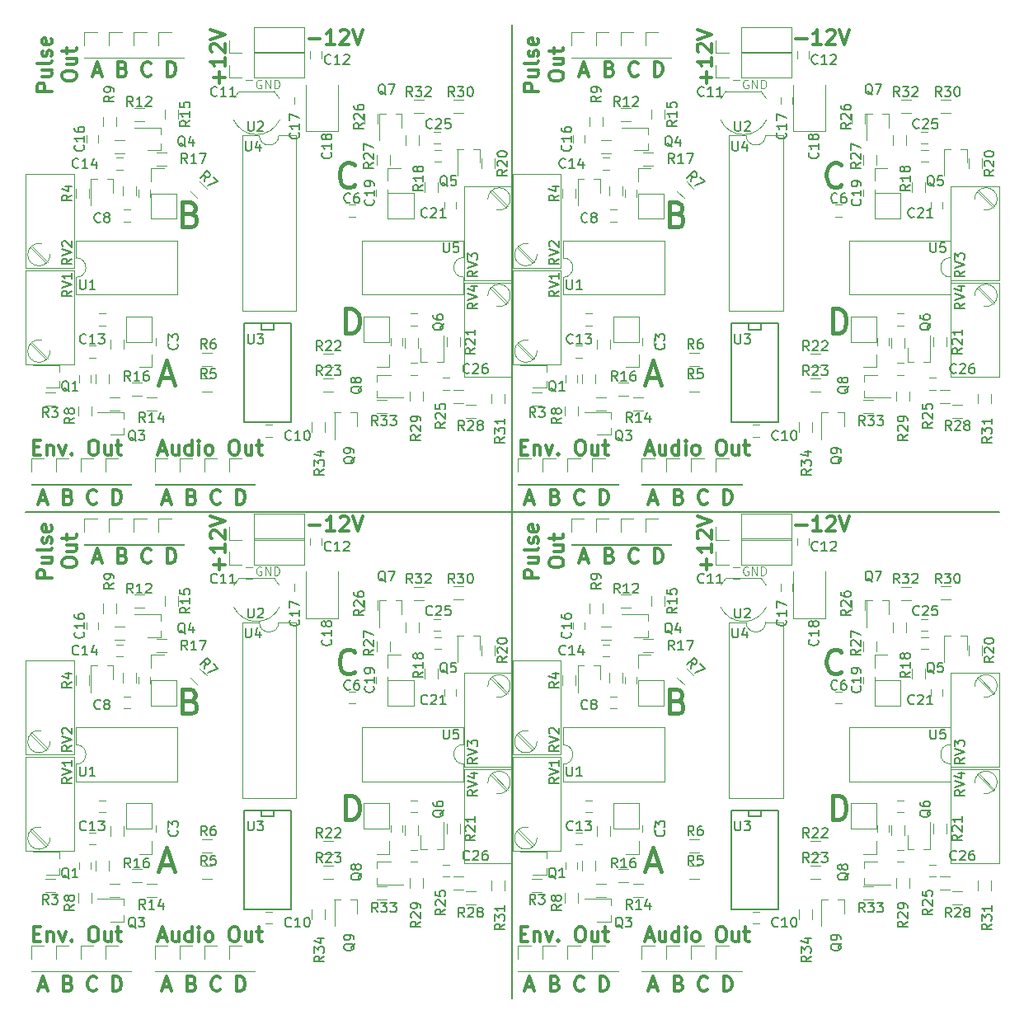
<source format=gbr>
G04 #@! TF.FileFunction,Legend,Top*
%FSLAX46Y46*%
G04 Gerber Fmt 4.6, Leading zero omitted, Abs format (unit mm)*
G04 Created by KiCad (PCBNEW 4.0.6) date 07/25/17 21:38:10*
%MOMM*%
%LPD*%
G01*
G04 APERTURE LIST*
%ADD10C,0.100000*%
%ADD11C,0.125000*%
%ADD12C,0.300000*%
%ADD13C,0.400000*%
%ADD14C,0.200000*%
%ADD15C,0.120000*%
%ADD16C,0.150000*%
G04 APERTURE END LIST*
D10*
D11*
X102066286Y-91504000D02*
X101980572Y-91461143D01*
X101852001Y-91461143D01*
X101723429Y-91504000D01*
X101637715Y-91589714D01*
X101594858Y-91675429D01*
X101552001Y-91846857D01*
X101552001Y-91975429D01*
X101594858Y-92146857D01*
X101637715Y-92232571D01*
X101723429Y-92318286D01*
X101852001Y-92361143D01*
X101937715Y-92361143D01*
X102066286Y-92318286D01*
X102109143Y-92275429D01*
X102109143Y-91975429D01*
X101937715Y-91975429D01*
X102494858Y-92361143D02*
X102494858Y-91461143D01*
X103009143Y-92361143D01*
X103009143Y-91461143D01*
X103437715Y-92361143D02*
X103437715Y-91461143D01*
X103652000Y-91461143D01*
X103780572Y-91504000D01*
X103866286Y-91589714D01*
X103909143Y-91675429D01*
X103952000Y-91846857D01*
X103952000Y-91975429D01*
X103909143Y-92146857D01*
X103866286Y-92232571D01*
X103780572Y-92318286D01*
X103652000Y-92361143D01*
X103437715Y-92361143D01*
X52066286Y-91504000D02*
X51980572Y-91461143D01*
X51852001Y-91461143D01*
X51723429Y-91504000D01*
X51637715Y-91589714D01*
X51594858Y-91675429D01*
X51552001Y-91846857D01*
X51552001Y-91975429D01*
X51594858Y-92146857D01*
X51637715Y-92232571D01*
X51723429Y-92318286D01*
X51852001Y-92361143D01*
X51937715Y-92361143D01*
X52066286Y-92318286D01*
X52109143Y-92275429D01*
X52109143Y-91975429D01*
X51937715Y-91975429D01*
X52494858Y-92361143D02*
X52494858Y-91461143D01*
X53009143Y-92361143D01*
X53009143Y-91461143D01*
X53437715Y-92361143D02*
X53437715Y-91461143D01*
X53652000Y-91461143D01*
X53780572Y-91504000D01*
X53866286Y-91589714D01*
X53909143Y-91675429D01*
X53952000Y-91846857D01*
X53952000Y-91975429D01*
X53909143Y-92146857D01*
X53866286Y-92232571D01*
X53780572Y-92318286D01*
X53652000Y-92361143D01*
X53437715Y-92361143D01*
X102066286Y-41504000D02*
X101980572Y-41461143D01*
X101852001Y-41461143D01*
X101723429Y-41504000D01*
X101637715Y-41589714D01*
X101594858Y-41675429D01*
X101552001Y-41846857D01*
X101552001Y-41975429D01*
X101594858Y-42146857D01*
X101637715Y-42232571D01*
X101723429Y-42318286D01*
X101852001Y-42361143D01*
X101937715Y-42361143D01*
X102066286Y-42318286D01*
X102109143Y-42275429D01*
X102109143Y-41975429D01*
X101937715Y-41975429D01*
X102494858Y-42361143D02*
X102494858Y-41461143D01*
X103009143Y-42361143D01*
X103009143Y-41461143D01*
X103437715Y-42361143D02*
X103437715Y-41461143D01*
X103652000Y-41461143D01*
X103780572Y-41504000D01*
X103866286Y-41589714D01*
X103909143Y-41675429D01*
X103952000Y-41846857D01*
X103952000Y-41975429D01*
X103909143Y-42146857D01*
X103866286Y-42232571D01*
X103780572Y-42318286D01*
X103652000Y-42361143D01*
X103437715Y-42361143D01*
D12*
X97779143Y-91802856D02*
X97779143Y-90659999D01*
X98350571Y-91231428D02*
X97207714Y-91231428D01*
X98350571Y-89159999D02*
X98350571Y-90017142D01*
X98350571Y-89588570D02*
X96850571Y-89588570D01*
X97064857Y-89731427D01*
X97207714Y-89874285D01*
X97279143Y-90017142D01*
X96993429Y-88588571D02*
X96922000Y-88517142D01*
X96850571Y-88374285D01*
X96850571Y-88017142D01*
X96922000Y-87874285D01*
X96993429Y-87802856D01*
X97136286Y-87731428D01*
X97279143Y-87731428D01*
X97493429Y-87802856D01*
X98350571Y-88659999D01*
X98350571Y-87731428D01*
X96850571Y-87302857D02*
X98350571Y-86802857D01*
X96850571Y-86302857D01*
X47779143Y-91802856D02*
X47779143Y-90659999D01*
X48350571Y-91231428D02*
X47207714Y-91231428D01*
X48350571Y-89159999D02*
X48350571Y-90017142D01*
X48350571Y-89588570D02*
X46850571Y-89588570D01*
X47064857Y-89731427D01*
X47207714Y-89874285D01*
X47279143Y-90017142D01*
X46993429Y-88588571D02*
X46922000Y-88517142D01*
X46850571Y-88374285D01*
X46850571Y-88017142D01*
X46922000Y-87874285D01*
X46993429Y-87802856D01*
X47136286Y-87731428D01*
X47279143Y-87731428D01*
X47493429Y-87802856D01*
X48350571Y-88659999D01*
X48350571Y-87731428D01*
X46850571Y-87302857D02*
X48350571Y-86802857D01*
X46850571Y-86302857D01*
X97779143Y-41802856D02*
X97779143Y-40659999D01*
X98350571Y-41231428D02*
X97207714Y-41231428D01*
X98350571Y-39159999D02*
X98350571Y-40017142D01*
X98350571Y-39588570D02*
X96850571Y-39588570D01*
X97064857Y-39731427D01*
X97207714Y-39874285D01*
X97279143Y-40017142D01*
X96993429Y-38588571D02*
X96922000Y-38517142D01*
X96850571Y-38374285D01*
X96850571Y-38017142D01*
X96922000Y-37874285D01*
X96993429Y-37802856D01*
X97136286Y-37731428D01*
X97279143Y-37731428D01*
X97493429Y-37802856D01*
X98350571Y-38659999D01*
X98350571Y-37731428D01*
X96850571Y-37302857D02*
X98350571Y-36802857D01*
X96850571Y-36302857D01*
D13*
X110733238Y-117468952D02*
X110733238Y-114968952D01*
X111328476Y-114968952D01*
X111685619Y-115088000D01*
X111923714Y-115326095D01*
X112042762Y-115564190D01*
X112161810Y-116040381D01*
X112161810Y-116397524D01*
X112042762Y-116873714D01*
X111923714Y-117111810D01*
X111685619Y-117349905D01*
X111328476Y-117468952D01*
X110733238Y-117468952D01*
X60733238Y-117468952D02*
X60733238Y-114968952D01*
X61328476Y-114968952D01*
X61685619Y-115088000D01*
X61923714Y-115326095D01*
X62042762Y-115564190D01*
X62161810Y-116040381D01*
X62161810Y-116397524D01*
X62042762Y-116873714D01*
X61923714Y-117111810D01*
X61685619Y-117349905D01*
X61328476Y-117468952D01*
X60733238Y-117468952D01*
X110733238Y-67468952D02*
X110733238Y-64968952D01*
X111328476Y-64968952D01*
X111685619Y-65088000D01*
X111923714Y-65326095D01*
X112042762Y-65564190D01*
X112161810Y-66040381D01*
X112161810Y-66397524D01*
X112042762Y-66873714D01*
X111923714Y-67111810D01*
X111685619Y-67349905D01*
X111328476Y-67468952D01*
X110733238Y-67468952D01*
X111653810Y-102244857D02*
X111534762Y-102363905D01*
X111177619Y-102482952D01*
X110939524Y-102482952D01*
X110582381Y-102363905D01*
X110344286Y-102125810D01*
X110225238Y-101887714D01*
X110106190Y-101411524D01*
X110106190Y-101054381D01*
X110225238Y-100578190D01*
X110344286Y-100340095D01*
X110582381Y-100102000D01*
X110939524Y-99982952D01*
X111177619Y-99982952D01*
X111534762Y-100102000D01*
X111653810Y-100221048D01*
X61653810Y-102244857D02*
X61534762Y-102363905D01*
X61177619Y-102482952D01*
X60939524Y-102482952D01*
X60582381Y-102363905D01*
X60344286Y-102125810D01*
X60225238Y-101887714D01*
X60106190Y-101411524D01*
X60106190Y-101054381D01*
X60225238Y-100578190D01*
X60344286Y-100340095D01*
X60582381Y-100102000D01*
X60939524Y-99982952D01*
X61177619Y-99982952D01*
X61534762Y-100102000D01*
X61653810Y-100221048D01*
X111653810Y-52244857D02*
X111534762Y-52363905D01*
X111177619Y-52482952D01*
X110939524Y-52482952D01*
X110582381Y-52363905D01*
X110344286Y-52125810D01*
X110225238Y-51887714D01*
X110106190Y-51411524D01*
X110106190Y-51054381D01*
X110225238Y-50578190D01*
X110344286Y-50340095D01*
X110582381Y-50102000D01*
X110939524Y-49982952D01*
X111177619Y-49982952D01*
X111534762Y-50102000D01*
X111653810Y-50221048D01*
X91742762Y-122088667D02*
X92933239Y-122088667D01*
X91504667Y-122802952D02*
X92338001Y-120302952D01*
X93171334Y-122802952D01*
X41742762Y-122088667D02*
X42933239Y-122088667D01*
X41504667Y-122802952D02*
X42338001Y-120302952D01*
X43171334Y-122802952D01*
X91742762Y-72088667D02*
X92933239Y-72088667D01*
X91504667Y-72802952D02*
X92338001Y-70302952D01*
X93171334Y-72802952D01*
D12*
X91607714Y-129542000D02*
X92322000Y-129542000D01*
X91464857Y-129970571D02*
X91964857Y-128470571D01*
X92464857Y-129970571D01*
X93607714Y-128970571D02*
X93607714Y-129970571D01*
X92964857Y-128970571D02*
X92964857Y-129756286D01*
X93036285Y-129899143D01*
X93179143Y-129970571D01*
X93393428Y-129970571D01*
X93536285Y-129899143D01*
X93607714Y-129827714D01*
X94964857Y-129970571D02*
X94964857Y-128470571D01*
X94964857Y-129899143D02*
X94822000Y-129970571D01*
X94536286Y-129970571D01*
X94393428Y-129899143D01*
X94322000Y-129827714D01*
X94250571Y-129684857D01*
X94250571Y-129256286D01*
X94322000Y-129113429D01*
X94393428Y-129042000D01*
X94536286Y-128970571D01*
X94822000Y-128970571D01*
X94964857Y-129042000D01*
X95679143Y-129970571D02*
X95679143Y-128970571D01*
X95679143Y-128470571D02*
X95607714Y-128542000D01*
X95679143Y-128613429D01*
X95750571Y-128542000D01*
X95679143Y-128470571D01*
X95679143Y-128613429D01*
X96607715Y-129970571D02*
X96464857Y-129899143D01*
X96393429Y-129827714D01*
X96322000Y-129684857D01*
X96322000Y-129256286D01*
X96393429Y-129113429D01*
X96464857Y-129042000D01*
X96607715Y-128970571D01*
X96822000Y-128970571D01*
X96964857Y-129042000D01*
X97036286Y-129113429D01*
X97107715Y-129256286D01*
X97107715Y-129684857D01*
X97036286Y-129827714D01*
X96964857Y-129899143D01*
X96822000Y-129970571D01*
X96607715Y-129970571D01*
X99179143Y-128470571D02*
X99464857Y-128470571D01*
X99607715Y-128542000D01*
X99750572Y-128684857D01*
X99822000Y-128970571D01*
X99822000Y-129470571D01*
X99750572Y-129756286D01*
X99607715Y-129899143D01*
X99464857Y-129970571D01*
X99179143Y-129970571D01*
X99036286Y-129899143D01*
X98893429Y-129756286D01*
X98822000Y-129470571D01*
X98822000Y-128970571D01*
X98893429Y-128684857D01*
X99036286Y-128542000D01*
X99179143Y-128470571D01*
X101107715Y-128970571D02*
X101107715Y-129970571D01*
X100464858Y-128970571D02*
X100464858Y-129756286D01*
X100536286Y-129899143D01*
X100679144Y-129970571D01*
X100893429Y-129970571D01*
X101036286Y-129899143D01*
X101107715Y-129827714D01*
X101607715Y-128970571D02*
X102179144Y-128970571D01*
X101822001Y-128470571D02*
X101822001Y-129756286D01*
X101893429Y-129899143D01*
X102036287Y-129970571D01*
X102179144Y-129970571D01*
X41607714Y-129542000D02*
X42322000Y-129542000D01*
X41464857Y-129970571D02*
X41964857Y-128470571D01*
X42464857Y-129970571D01*
X43607714Y-128970571D02*
X43607714Y-129970571D01*
X42964857Y-128970571D02*
X42964857Y-129756286D01*
X43036285Y-129899143D01*
X43179143Y-129970571D01*
X43393428Y-129970571D01*
X43536285Y-129899143D01*
X43607714Y-129827714D01*
X44964857Y-129970571D02*
X44964857Y-128470571D01*
X44964857Y-129899143D02*
X44822000Y-129970571D01*
X44536286Y-129970571D01*
X44393428Y-129899143D01*
X44322000Y-129827714D01*
X44250571Y-129684857D01*
X44250571Y-129256286D01*
X44322000Y-129113429D01*
X44393428Y-129042000D01*
X44536286Y-128970571D01*
X44822000Y-128970571D01*
X44964857Y-129042000D01*
X45679143Y-129970571D02*
X45679143Y-128970571D01*
X45679143Y-128470571D02*
X45607714Y-128542000D01*
X45679143Y-128613429D01*
X45750571Y-128542000D01*
X45679143Y-128470571D01*
X45679143Y-128613429D01*
X46607715Y-129970571D02*
X46464857Y-129899143D01*
X46393429Y-129827714D01*
X46322000Y-129684857D01*
X46322000Y-129256286D01*
X46393429Y-129113429D01*
X46464857Y-129042000D01*
X46607715Y-128970571D01*
X46822000Y-128970571D01*
X46964857Y-129042000D01*
X47036286Y-129113429D01*
X47107715Y-129256286D01*
X47107715Y-129684857D01*
X47036286Y-129827714D01*
X46964857Y-129899143D01*
X46822000Y-129970571D01*
X46607715Y-129970571D01*
X49179143Y-128470571D02*
X49464857Y-128470571D01*
X49607715Y-128542000D01*
X49750572Y-128684857D01*
X49822000Y-128970571D01*
X49822000Y-129470571D01*
X49750572Y-129756286D01*
X49607715Y-129899143D01*
X49464857Y-129970571D01*
X49179143Y-129970571D01*
X49036286Y-129899143D01*
X48893429Y-129756286D01*
X48822000Y-129470571D01*
X48822000Y-128970571D01*
X48893429Y-128684857D01*
X49036286Y-128542000D01*
X49179143Y-128470571D01*
X51107715Y-128970571D02*
X51107715Y-129970571D01*
X50464858Y-128970571D02*
X50464858Y-129756286D01*
X50536286Y-129899143D01*
X50679144Y-129970571D01*
X50893429Y-129970571D01*
X51036286Y-129899143D01*
X51107715Y-129827714D01*
X51607715Y-128970571D02*
X52179144Y-128970571D01*
X51822001Y-128470571D02*
X51822001Y-129756286D01*
X51893429Y-129899143D01*
X52036287Y-129970571D01*
X52179144Y-129970571D01*
X91607714Y-79542000D02*
X92322000Y-79542000D01*
X91464857Y-79970571D02*
X91964857Y-78470571D01*
X92464857Y-79970571D01*
X93607714Y-78970571D02*
X93607714Y-79970571D01*
X92964857Y-78970571D02*
X92964857Y-79756286D01*
X93036285Y-79899143D01*
X93179143Y-79970571D01*
X93393428Y-79970571D01*
X93536285Y-79899143D01*
X93607714Y-79827714D01*
X94964857Y-79970571D02*
X94964857Y-78470571D01*
X94964857Y-79899143D02*
X94822000Y-79970571D01*
X94536286Y-79970571D01*
X94393428Y-79899143D01*
X94322000Y-79827714D01*
X94250571Y-79684857D01*
X94250571Y-79256286D01*
X94322000Y-79113429D01*
X94393428Y-79042000D01*
X94536286Y-78970571D01*
X94822000Y-78970571D01*
X94964857Y-79042000D01*
X95679143Y-79970571D02*
X95679143Y-78970571D01*
X95679143Y-78470571D02*
X95607714Y-78542000D01*
X95679143Y-78613429D01*
X95750571Y-78542000D01*
X95679143Y-78470571D01*
X95679143Y-78613429D01*
X96607715Y-79970571D02*
X96464857Y-79899143D01*
X96393429Y-79827714D01*
X96322000Y-79684857D01*
X96322000Y-79256286D01*
X96393429Y-79113429D01*
X96464857Y-79042000D01*
X96607715Y-78970571D01*
X96822000Y-78970571D01*
X96964857Y-79042000D01*
X97036286Y-79113429D01*
X97107715Y-79256286D01*
X97107715Y-79684857D01*
X97036286Y-79827714D01*
X96964857Y-79899143D01*
X96822000Y-79970571D01*
X96607715Y-79970571D01*
X99179143Y-78470571D02*
X99464857Y-78470571D01*
X99607715Y-78542000D01*
X99750572Y-78684857D01*
X99822000Y-78970571D01*
X99822000Y-79470571D01*
X99750572Y-79756286D01*
X99607715Y-79899143D01*
X99464857Y-79970571D01*
X99179143Y-79970571D01*
X99036286Y-79899143D01*
X98893429Y-79756286D01*
X98822000Y-79470571D01*
X98822000Y-78970571D01*
X98893429Y-78684857D01*
X99036286Y-78542000D01*
X99179143Y-78470571D01*
X101107715Y-78970571D02*
X101107715Y-79970571D01*
X100464858Y-78970571D02*
X100464858Y-79756286D01*
X100536286Y-79899143D01*
X100679144Y-79970571D01*
X100893429Y-79970571D01*
X101036286Y-79899143D01*
X101107715Y-79827714D01*
X101607715Y-78970571D02*
X102179144Y-78970571D01*
X101822001Y-78470571D02*
X101822001Y-79756286D01*
X101893429Y-79899143D01*
X102036287Y-79970571D01*
X102179144Y-79970571D01*
X91980857Y-134622000D02*
X92695143Y-134622000D01*
X91838000Y-135050571D02*
X92338000Y-133550571D01*
X92838000Y-135050571D01*
X41980857Y-134622000D02*
X42695143Y-134622000D01*
X41838000Y-135050571D02*
X42338000Y-133550571D01*
X42838000Y-135050571D01*
X91980857Y-84622000D02*
X92695143Y-84622000D01*
X91838000Y-85050571D02*
X92338000Y-83550571D01*
X92838000Y-85050571D01*
X94985143Y-134264857D02*
X95199429Y-134336286D01*
X95270857Y-134407714D01*
X95342286Y-134550571D01*
X95342286Y-134764857D01*
X95270857Y-134907714D01*
X95199429Y-134979143D01*
X95056571Y-135050571D01*
X94485143Y-135050571D01*
X94485143Y-133550571D01*
X94985143Y-133550571D01*
X95128000Y-133622000D01*
X95199429Y-133693429D01*
X95270857Y-133836286D01*
X95270857Y-133979143D01*
X95199429Y-134122000D01*
X95128000Y-134193429D01*
X94985143Y-134264857D01*
X94485143Y-134264857D01*
X44985143Y-134264857D02*
X45199429Y-134336286D01*
X45270857Y-134407714D01*
X45342286Y-134550571D01*
X45342286Y-134764857D01*
X45270857Y-134907714D01*
X45199429Y-134979143D01*
X45056571Y-135050571D01*
X44485143Y-135050571D01*
X44485143Y-133550571D01*
X44985143Y-133550571D01*
X45128000Y-133622000D01*
X45199429Y-133693429D01*
X45270857Y-133836286D01*
X45270857Y-133979143D01*
X45199429Y-134122000D01*
X45128000Y-134193429D01*
X44985143Y-134264857D01*
X44485143Y-134264857D01*
X94985143Y-84264857D02*
X95199429Y-84336286D01*
X95270857Y-84407714D01*
X95342286Y-84550571D01*
X95342286Y-84764857D01*
X95270857Y-84907714D01*
X95199429Y-84979143D01*
X95056571Y-85050571D01*
X94485143Y-85050571D01*
X94485143Y-83550571D01*
X94985143Y-83550571D01*
X95128000Y-83622000D01*
X95199429Y-83693429D01*
X95270857Y-83836286D01*
X95270857Y-83979143D01*
X95199429Y-84122000D01*
X95128000Y-84193429D01*
X94985143Y-84264857D01*
X94485143Y-84264857D01*
X78725143Y-129184857D02*
X79225143Y-129184857D01*
X79439429Y-129970571D02*
X78725143Y-129970571D01*
X78725143Y-128470571D01*
X79439429Y-128470571D01*
X80082286Y-128970571D02*
X80082286Y-129970571D01*
X80082286Y-129113429D02*
X80153714Y-129042000D01*
X80296572Y-128970571D01*
X80510857Y-128970571D01*
X80653714Y-129042000D01*
X80725143Y-129184857D01*
X80725143Y-129970571D01*
X81296572Y-128970571D02*
X81653715Y-129970571D01*
X82010857Y-128970571D01*
X82582286Y-129827714D02*
X82653714Y-129899143D01*
X82582286Y-129970571D01*
X82510857Y-129899143D01*
X82582286Y-129827714D01*
X82582286Y-129970571D01*
X84725143Y-128470571D02*
X85010857Y-128470571D01*
X85153715Y-128542000D01*
X85296572Y-128684857D01*
X85368000Y-128970571D01*
X85368000Y-129470571D01*
X85296572Y-129756286D01*
X85153715Y-129899143D01*
X85010857Y-129970571D01*
X84725143Y-129970571D01*
X84582286Y-129899143D01*
X84439429Y-129756286D01*
X84368000Y-129470571D01*
X84368000Y-128970571D01*
X84439429Y-128684857D01*
X84582286Y-128542000D01*
X84725143Y-128470571D01*
X86653715Y-128970571D02*
X86653715Y-129970571D01*
X86010858Y-128970571D02*
X86010858Y-129756286D01*
X86082286Y-129899143D01*
X86225144Y-129970571D01*
X86439429Y-129970571D01*
X86582286Y-129899143D01*
X86653715Y-129827714D01*
X87153715Y-128970571D02*
X87725144Y-128970571D01*
X87368001Y-128470571D02*
X87368001Y-129756286D01*
X87439429Y-129899143D01*
X87582287Y-129970571D01*
X87725144Y-129970571D01*
X28725143Y-129184857D02*
X29225143Y-129184857D01*
X29439429Y-129970571D02*
X28725143Y-129970571D01*
X28725143Y-128470571D01*
X29439429Y-128470571D01*
X30082286Y-128970571D02*
X30082286Y-129970571D01*
X30082286Y-129113429D02*
X30153714Y-129042000D01*
X30296572Y-128970571D01*
X30510857Y-128970571D01*
X30653714Y-129042000D01*
X30725143Y-129184857D01*
X30725143Y-129970571D01*
X31296572Y-128970571D02*
X31653715Y-129970571D01*
X32010857Y-128970571D01*
X32582286Y-129827714D02*
X32653714Y-129899143D01*
X32582286Y-129970571D01*
X32510857Y-129899143D01*
X32582286Y-129827714D01*
X32582286Y-129970571D01*
X34725143Y-128470571D02*
X35010857Y-128470571D01*
X35153715Y-128542000D01*
X35296572Y-128684857D01*
X35368000Y-128970571D01*
X35368000Y-129470571D01*
X35296572Y-129756286D01*
X35153715Y-129899143D01*
X35010857Y-129970571D01*
X34725143Y-129970571D01*
X34582286Y-129899143D01*
X34439429Y-129756286D01*
X34368000Y-129470571D01*
X34368000Y-128970571D01*
X34439429Y-128684857D01*
X34582286Y-128542000D01*
X34725143Y-128470571D01*
X36653715Y-128970571D02*
X36653715Y-129970571D01*
X36010858Y-128970571D02*
X36010858Y-129756286D01*
X36082286Y-129899143D01*
X36225144Y-129970571D01*
X36439429Y-129970571D01*
X36582286Y-129899143D01*
X36653715Y-129827714D01*
X37153715Y-128970571D02*
X37725144Y-128970571D01*
X37368001Y-128470571D02*
X37368001Y-129756286D01*
X37439429Y-129899143D01*
X37582287Y-129970571D01*
X37725144Y-129970571D01*
X78725143Y-79184857D02*
X79225143Y-79184857D01*
X79439429Y-79970571D02*
X78725143Y-79970571D01*
X78725143Y-78470571D01*
X79439429Y-78470571D01*
X80082286Y-78970571D02*
X80082286Y-79970571D01*
X80082286Y-79113429D02*
X80153714Y-79042000D01*
X80296572Y-78970571D01*
X80510857Y-78970571D01*
X80653714Y-79042000D01*
X80725143Y-79184857D01*
X80725143Y-79970571D01*
X81296572Y-78970571D02*
X81653715Y-79970571D01*
X82010857Y-78970571D01*
X82582286Y-79827714D02*
X82653714Y-79899143D01*
X82582286Y-79970571D01*
X82510857Y-79899143D01*
X82582286Y-79827714D01*
X82582286Y-79970571D01*
X84725143Y-78470571D02*
X85010857Y-78470571D01*
X85153715Y-78542000D01*
X85296572Y-78684857D01*
X85368000Y-78970571D01*
X85368000Y-79470571D01*
X85296572Y-79756286D01*
X85153715Y-79899143D01*
X85010857Y-79970571D01*
X84725143Y-79970571D01*
X84582286Y-79899143D01*
X84439429Y-79756286D01*
X84368000Y-79470571D01*
X84368000Y-78970571D01*
X84439429Y-78684857D01*
X84582286Y-78542000D01*
X84725143Y-78470571D01*
X86653715Y-78970571D02*
X86653715Y-79970571D01*
X86010858Y-78970571D02*
X86010858Y-79756286D01*
X86082286Y-79899143D01*
X86225144Y-79970571D01*
X86439429Y-79970571D01*
X86582286Y-79899143D01*
X86653715Y-79827714D01*
X87153715Y-78970571D02*
X87725144Y-78970571D01*
X87368001Y-78470571D02*
X87368001Y-79756286D01*
X87439429Y-79899143D01*
X87582287Y-79970571D01*
X87725144Y-79970571D01*
X99565143Y-135050571D02*
X99565143Y-133550571D01*
X99922286Y-133550571D01*
X100136571Y-133622000D01*
X100279429Y-133764857D01*
X100350857Y-133907714D01*
X100422286Y-134193429D01*
X100422286Y-134407714D01*
X100350857Y-134693429D01*
X100279429Y-134836286D01*
X100136571Y-134979143D01*
X99922286Y-135050571D01*
X99565143Y-135050571D01*
X49565143Y-135050571D02*
X49565143Y-133550571D01*
X49922286Y-133550571D01*
X50136571Y-133622000D01*
X50279429Y-133764857D01*
X50350857Y-133907714D01*
X50422286Y-134193429D01*
X50422286Y-134407714D01*
X50350857Y-134693429D01*
X50279429Y-134836286D01*
X50136571Y-134979143D01*
X49922286Y-135050571D01*
X49565143Y-135050571D01*
X99565143Y-85050571D02*
X99565143Y-83550571D01*
X99922286Y-83550571D01*
X100136571Y-83622000D01*
X100279429Y-83764857D01*
X100350857Y-83907714D01*
X100422286Y-84193429D01*
X100422286Y-84407714D01*
X100350857Y-84693429D01*
X100279429Y-84836286D01*
X100136571Y-84979143D01*
X99922286Y-85050571D01*
X99565143Y-85050571D01*
X97882286Y-134907714D02*
X97810857Y-134979143D01*
X97596571Y-135050571D01*
X97453714Y-135050571D01*
X97239429Y-134979143D01*
X97096571Y-134836286D01*
X97025143Y-134693429D01*
X96953714Y-134407714D01*
X96953714Y-134193429D01*
X97025143Y-133907714D01*
X97096571Y-133764857D01*
X97239429Y-133622000D01*
X97453714Y-133550571D01*
X97596571Y-133550571D01*
X97810857Y-133622000D01*
X97882286Y-133693429D01*
X47882286Y-134907714D02*
X47810857Y-134979143D01*
X47596571Y-135050571D01*
X47453714Y-135050571D01*
X47239429Y-134979143D01*
X47096571Y-134836286D01*
X47025143Y-134693429D01*
X46953714Y-134407714D01*
X46953714Y-134193429D01*
X47025143Y-133907714D01*
X47096571Y-133764857D01*
X47239429Y-133622000D01*
X47453714Y-133550571D01*
X47596571Y-133550571D01*
X47810857Y-133622000D01*
X47882286Y-133693429D01*
X97882286Y-84907714D02*
X97810857Y-84979143D01*
X97596571Y-85050571D01*
X97453714Y-85050571D01*
X97239429Y-84979143D01*
X97096571Y-84836286D01*
X97025143Y-84693429D01*
X96953714Y-84407714D01*
X96953714Y-84193429D01*
X97025143Y-83907714D01*
X97096571Y-83764857D01*
X97239429Y-83622000D01*
X97453714Y-83550571D01*
X97596571Y-83550571D01*
X97810857Y-83622000D01*
X97882286Y-83693429D01*
D13*
X94802571Y-105237429D02*
X95159714Y-105356476D01*
X95278762Y-105475524D01*
X95397810Y-105713619D01*
X95397810Y-106070762D01*
X95278762Y-106308857D01*
X95159714Y-106427905D01*
X94921619Y-106546952D01*
X93969238Y-106546952D01*
X93969238Y-104046952D01*
X94802571Y-104046952D01*
X95040667Y-104166000D01*
X95159714Y-104285048D01*
X95278762Y-104523143D01*
X95278762Y-104761238D01*
X95159714Y-104999333D01*
X95040667Y-105118381D01*
X94802571Y-105237429D01*
X93969238Y-105237429D01*
X44802571Y-105237429D02*
X45159714Y-105356476D01*
X45278762Y-105475524D01*
X45397810Y-105713619D01*
X45397810Y-106070762D01*
X45278762Y-106308857D01*
X45159714Y-106427905D01*
X44921619Y-106546952D01*
X43969238Y-106546952D01*
X43969238Y-104046952D01*
X44802571Y-104046952D01*
X45040667Y-104166000D01*
X45159714Y-104285048D01*
X45278762Y-104523143D01*
X45278762Y-104761238D01*
X45159714Y-104999333D01*
X45040667Y-105118381D01*
X44802571Y-105237429D01*
X43969238Y-105237429D01*
X94802571Y-55237429D02*
X95159714Y-55356476D01*
X95278762Y-55475524D01*
X95397810Y-55713619D01*
X95397810Y-56070762D01*
X95278762Y-56308857D01*
X95159714Y-56427905D01*
X94921619Y-56546952D01*
X93969238Y-56546952D01*
X93969238Y-54046952D01*
X94802571Y-54046952D01*
X95040667Y-54166000D01*
X95159714Y-54285048D01*
X95278762Y-54523143D01*
X95278762Y-54761238D01*
X95159714Y-54999333D01*
X95040667Y-55118381D01*
X94802571Y-55237429D01*
X93969238Y-55237429D01*
D12*
X80565571Y-92636285D02*
X79065571Y-92636285D01*
X79065571Y-92064857D01*
X79137000Y-91921999D01*
X79208429Y-91850571D01*
X79351286Y-91779142D01*
X79565571Y-91779142D01*
X79708429Y-91850571D01*
X79779857Y-91921999D01*
X79851286Y-92064857D01*
X79851286Y-92636285D01*
X79565571Y-90493428D02*
X80565571Y-90493428D01*
X79565571Y-91136285D02*
X80351286Y-91136285D01*
X80494143Y-91064857D01*
X80565571Y-90921999D01*
X80565571Y-90707714D01*
X80494143Y-90564857D01*
X80422714Y-90493428D01*
X80565571Y-89564856D02*
X80494143Y-89707714D01*
X80351286Y-89779142D01*
X79065571Y-89779142D01*
X80494143Y-89064857D02*
X80565571Y-88922000D01*
X80565571Y-88636285D01*
X80494143Y-88493428D01*
X80351286Y-88422000D01*
X80279857Y-88422000D01*
X80137000Y-88493428D01*
X80065571Y-88636285D01*
X80065571Y-88850571D01*
X79994143Y-88993428D01*
X79851286Y-89064857D01*
X79779857Y-89064857D01*
X79637000Y-88993428D01*
X79565571Y-88850571D01*
X79565571Y-88636285D01*
X79637000Y-88493428D01*
X80494143Y-87207714D02*
X80565571Y-87350571D01*
X80565571Y-87636285D01*
X80494143Y-87779142D01*
X80351286Y-87850571D01*
X79779857Y-87850571D01*
X79637000Y-87779142D01*
X79565571Y-87636285D01*
X79565571Y-87350571D01*
X79637000Y-87207714D01*
X79779857Y-87136285D01*
X79922714Y-87136285D01*
X80065571Y-87850571D01*
X81615571Y-91172000D02*
X81615571Y-90886286D01*
X81687000Y-90743428D01*
X81829857Y-90600571D01*
X82115571Y-90529143D01*
X82615571Y-90529143D01*
X82901286Y-90600571D01*
X83044143Y-90743428D01*
X83115571Y-90886286D01*
X83115571Y-91172000D01*
X83044143Y-91314857D01*
X82901286Y-91457714D01*
X82615571Y-91529143D01*
X82115571Y-91529143D01*
X81829857Y-91457714D01*
X81687000Y-91314857D01*
X81615571Y-91172000D01*
X82115571Y-89243428D02*
X83115571Y-89243428D01*
X82115571Y-89886285D02*
X82901286Y-89886285D01*
X83044143Y-89814857D01*
X83115571Y-89671999D01*
X83115571Y-89457714D01*
X83044143Y-89314857D01*
X82972714Y-89243428D01*
X82115571Y-88743428D02*
X82115571Y-88171999D01*
X81615571Y-88529142D02*
X82901286Y-88529142D01*
X83044143Y-88457714D01*
X83115571Y-88314856D01*
X83115571Y-88171999D01*
X30565571Y-92636285D02*
X29065571Y-92636285D01*
X29065571Y-92064857D01*
X29137000Y-91921999D01*
X29208429Y-91850571D01*
X29351286Y-91779142D01*
X29565571Y-91779142D01*
X29708429Y-91850571D01*
X29779857Y-91921999D01*
X29851286Y-92064857D01*
X29851286Y-92636285D01*
X29565571Y-90493428D02*
X30565571Y-90493428D01*
X29565571Y-91136285D02*
X30351286Y-91136285D01*
X30494143Y-91064857D01*
X30565571Y-90921999D01*
X30565571Y-90707714D01*
X30494143Y-90564857D01*
X30422714Y-90493428D01*
X30565571Y-89564856D02*
X30494143Y-89707714D01*
X30351286Y-89779142D01*
X29065571Y-89779142D01*
X30494143Y-89064857D02*
X30565571Y-88922000D01*
X30565571Y-88636285D01*
X30494143Y-88493428D01*
X30351286Y-88422000D01*
X30279857Y-88422000D01*
X30137000Y-88493428D01*
X30065571Y-88636285D01*
X30065571Y-88850571D01*
X29994143Y-88993428D01*
X29851286Y-89064857D01*
X29779857Y-89064857D01*
X29637000Y-88993428D01*
X29565571Y-88850571D01*
X29565571Y-88636285D01*
X29637000Y-88493428D01*
X30494143Y-87207714D02*
X30565571Y-87350571D01*
X30565571Y-87636285D01*
X30494143Y-87779142D01*
X30351286Y-87850571D01*
X29779857Y-87850571D01*
X29637000Y-87779142D01*
X29565571Y-87636285D01*
X29565571Y-87350571D01*
X29637000Y-87207714D01*
X29779857Y-87136285D01*
X29922714Y-87136285D01*
X30065571Y-87850571D01*
X31615571Y-91172000D02*
X31615571Y-90886286D01*
X31687000Y-90743428D01*
X31829857Y-90600571D01*
X32115571Y-90529143D01*
X32615571Y-90529143D01*
X32901286Y-90600571D01*
X33044143Y-90743428D01*
X33115571Y-90886286D01*
X33115571Y-91172000D01*
X33044143Y-91314857D01*
X32901286Y-91457714D01*
X32615571Y-91529143D01*
X32115571Y-91529143D01*
X31829857Y-91457714D01*
X31687000Y-91314857D01*
X31615571Y-91172000D01*
X32115571Y-89243428D02*
X33115571Y-89243428D01*
X32115571Y-89886285D02*
X32901286Y-89886285D01*
X33044143Y-89814857D01*
X33115571Y-89671999D01*
X33115571Y-89457714D01*
X33044143Y-89314857D01*
X32972714Y-89243428D01*
X32115571Y-88743428D02*
X32115571Y-88171999D01*
X31615571Y-88529142D02*
X32901286Y-88529142D01*
X33044143Y-88457714D01*
X33115571Y-88314856D01*
X33115571Y-88171999D01*
X80565571Y-42636285D02*
X79065571Y-42636285D01*
X79065571Y-42064857D01*
X79137000Y-41921999D01*
X79208429Y-41850571D01*
X79351286Y-41779142D01*
X79565571Y-41779142D01*
X79708429Y-41850571D01*
X79779857Y-41921999D01*
X79851286Y-42064857D01*
X79851286Y-42636285D01*
X79565571Y-40493428D02*
X80565571Y-40493428D01*
X79565571Y-41136285D02*
X80351286Y-41136285D01*
X80494143Y-41064857D01*
X80565571Y-40921999D01*
X80565571Y-40707714D01*
X80494143Y-40564857D01*
X80422714Y-40493428D01*
X80565571Y-39564856D02*
X80494143Y-39707714D01*
X80351286Y-39779142D01*
X79065571Y-39779142D01*
X80494143Y-39064857D02*
X80565571Y-38922000D01*
X80565571Y-38636285D01*
X80494143Y-38493428D01*
X80351286Y-38422000D01*
X80279857Y-38422000D01*
X80137000Y-38493428D01*
X80065571Y-38636285D01*
X80065571Y-38850571D01*
X79994143Y-38993428D01*
X79851286Y-39064857D01*
X79779857Y-39064857D01*
X79637000Y-38993428D01*
X79565571Y-38850571D01*
X79565571Y-38636285D01*
X79637000Y-38493428D01*
X80494143Y-37207714D02*
X80565571Y-37350571D01*
X80565571Y-37636285D01*
X80494143Y-37779142D01*
X80351286Y-37850571D01*
X79779857Y-37850571D01*
X79637000Y-37779142D01*
X79565571Y-37636285D01*
X79565571Y-37350571D01*
X79637000Y-37207714D01*
X79779857Y-37136285D01*
X79922714Y-37136285D01*
X80065571Y-37850571D01*
X81615571Y-41172000D02*
X81615571Y-40886286D01*
X81687000Y-40743428D01*
X81829857Y-40600571D01*
X82115571Y-40529143D01*
X82615571Y-40529143D01*
X82901286Y-40600571D01*
X83044143Y-40743428D01*
X83115571Y-40886286D01*
X83115571Y-41172000D01*
X83044143Y-41314857D01*
X82901286Y-41457714D01*
X82615571Y-41529143D01*
X82115571Y-41529143D01*
X81829857Y-41457714D01*
X81687000Y-41314857D01*
X81615571Y-41172000D01*
X82115571Y-39243428D02*
X83115571Y-39243428D01*
X82115571Y-39886285D02*
X82901286Y-39886285D01*
X83044143Y-39814857D01*
X83115571Y-39671999D01*
X83115571Y-39457714D01*
X83044143Y-39314857D01*
X82972714Y-39243428D01*
X82115571Y-38743428D02*
X82115571Y-38171999D01*
X81615571Y-38529142D02*
X82901286Y-38529142D01*
X83044143Y-38457714D01*
X83115571Y-38314856D01*
X83115571Y-38171999D01*
X106967144Y-87235143D02*
X108110001Y-87235143D01*
X109610001Y-87806571D02*
X108752858Y-87806571D01*
X109181430Y-87806571D02*
X109181430Y-86306571D01*
X109038573Y-86520857D01*
X108895715Y-86663714D01*
X108752858Y-86735143D01*
X110181429Y-86449429D02*
X110252858Y-86378000D01*
X110395715Y-86306571D01*
X110752858Y-86306571D01*
X110895715Y-86378000D01*
X110967144Y-86449429D01*
X111038572Y-86592286D01*
X111038572Y-86735143D01*
X110967144Y-86949429D01*
X110110001Y-87806571D01*
X111038572Y-87806571D01*
X111467143Y-86306571D02*
X111967143Y-87806571D01*
X112467143Y-86306571D01*
X56967144Y-87235143D02*
X58110001Y-87235143D01*
X59610001Y-87806571D02*
X58752858Y-87806571D01*
X59181430Y-87806571D02*
X59181430Y-86306571D01*
X59038573Y-86520857D01*
X58895715Y-86663714D01*
X58752858Y-86735143D01*
X60181429Y-86449429D02*
X60252858Y-86378000D01*
X60395715Y-86306571D01*
X60752858Y-86306571D01*
X60895715Y-86378000D01*
X60967144Y-86449429D01*
X61038572Y-86592286D01*
X61038572Y-86735143D01*
X60967144Y-86949429D01*
X60110001Y-87806571D01*
X61038572Y-87806571D01*
X61467143Y-86306571D02*
X61967143Y-87806571D01*
X62467143Y-86306571D01*
X106967144Y-37235143D02*
X108110001Y-37235143D01*
X109610001Y-37806571D02*
X108752858Y-37806571D01*
X109181430Y-37806571D02*
X109181430Y-36306571D01*
X109038573Y-36520857D01*
X108895715Y-36663714D01*
X108752858Y-36735143D01*
X110181429Y-36449429D02*
X110252858Y-36378000D01*
X110395715Y-36306571D01*
X110752858Y-36306571D01*
X110895715Y-36378000D01*
X110967144Y-36449429D01*
X111038572Y-36592286D01*
X111038572Y-36735143D01*
X110967144Y-36949429D01*
X110110001Y-37806571D01*
X111038572Y-37806571D01*
X111467143Y-36306571D02*
X111967143Y-37806571D01*
X112467143Y-36306571D01*
X90770286Y-90965714D02*
X90698857Y-91037143D01*
X90484571Y-91108571D01*
X90341714Y-91108571D01*
X90127429Y-91037143D01*
X89984571Y-90894286D01*
X89913143Y-90751429D01*
X89841714Y-90465714D01*
X89841714Y-90251429D01*
X89913143Y-89965714D01*
X89984571Y-89822857D01*
X90127429Y-89680000D01*
X90341714Y-89608571D01*
X90484571Y-89608571D01*
X90698857Y-89680000D01*
X90770286Y-89751429D01*
X40770286Y-90965714D02*
X40698857Y-91037143D01*
X40484571Y-91108571D01*
X40341714Y-91108571D01*
X40127429Y-91037143D01*
X39984571Y-90894286D01*
X39913143Y-90751429D01*
X39841714Y-90465714D01*
X39841714Y-90251429D01*
X39913143Y-89965714D01*
X39984571Y-89822857D01*
X40127429Y-89680000D01*
X40341714Y-89608571D01*
X40484571Y-89608571D01*
X40698857Y-89680000D01*
X40770286Y-89751429D01*
X90770286Y-40965714D02*
X90698857Y-41037143D01*
X90484571Y-41108571D01*
X90341714Y-41108571D01*
X90127429Y-41037143D01*
X89984571Y-40894286D01*
X89913143Y-40751429D01*
X89841714Y-40465714D01*
X89841714Y-40251429D01*
X89913143Y-39965714D01*
X89984571Y-39822857D01*
X90127429Y-39680000D01*
X90341714Y-39608571D01*
X90484571Y-39608571D01*
X90698857Y-39680000D01*
X90770286Y-39751429D01*
X92453143Y-91108571D02*
X92453143Y-89608571D01*
X92810286Y-89608571D01*
X93024571Y-89680000D01*
X93167429Y-89822857D01*
X93238857Y-89965714D01*
X93310286Y-90251429D01*
X93310286Y-90465714D01*
X93238857Y-90751429D01*
X93167429Y-90894286D01*
X93024571Y-91037143D01*
X92810286Y-91108571D01*
X92453143Y-91108571D01*
X42453143Y-91108571D02*
X42453143Y-89608571D01*
X42810286Y-89608571D01*
X43024571Y-89680000D01*
X43167429Y-89822857D01*
X43238857Y-89965714D01*
X43310286Y-90251429D01*
X43310286Y-90465714D01*
X43238857Y-90751429D01*
X43167429Y-90894286D01*
X43024571Y-91037143D01*
X42810286Y-91108571D01*
X42453143Y-91108571D01*
X92453143Y-41108571D02*
X92453143Y-39608571D01*
X92810286Y-39608571D01*
X93024571Y-39680000D01*
X93167429Y-39822857D01*
X93238857Y-39965714D01*
X93310286Y-40251429D01*
X93310286Y-40465714D01*
X93238857Y-40751429D01*
X93167429Y-40894286D01*
X93024571Y-41037143D01*
X92810286Y-41108571D01*
X92453143Y-41108571D01*
X87873143Y-90322857D02*
X88087429Y-90394286D01*
X88158857Y-90465714D01*
X88230286Y-90608571D01*
X88230286Y-90822857D01*
X88158857Y-90965714D01*
X88087429Y-91037143D01*
X87944571Y-91108571D01*
X87373143Y-91108571D01*
X87373143Y-89608571D01*
X87873143Y-89608571D01*
X88016000Y-89680000D01*
X88087429Y-89751429D01*
X88158857Y-89894286D01*
X88158857Y-90037143D01*
X88087429Y-90180000D01*
X88016000Y-90251429D01*
X87873143Y-90322857D01*
X87373143Y-90322857D01*
X37873143Y-90322857D02*
X38087429Y-90394286D01*
X38158857Y-90465714D01*
X38230286Y-90608571D01*
X38230286Y-90822857D01*
X38158857Y-90965714D01*
X38087429Y-91037143D01*
X37944571Y-91108571D01*
X37373143Y-91108571D01*
X37373143Y-89608571D01*
X37873143Y-89608571D01*
X38016000Y-89680000D01*
X38087429Y-89751429D01*
X38158857Y-89894286D01*
X38158857Y-90037143D01*
X38087429Y-90180000D01*
X38016000Y-90251429D01*
X37873143Y-90322857D01*
X37373143Y-90322857D01*
X87873143Y-40322857D02*
X88087429Y-40394286D01*
X88158857Y-40465714D01*
X88230286Y-40608571D01*
X88230286Y-40822857D01*
X88158857Y-40965714D01*
X88087429Y-41037143D01*
X87944571Y-41108571D01*
X87373143Y-41108571D01*
X87373143Y-39608571D01*
X87873143Y-39608571D01*
X88016000Y-39680000D01*
X88087429Y-39751429D01*
X88158857Y-39894286D01*
X88158857Y-40037143D01*
X88087429Y-40180000D01*
X88016000Y-40251429D01*
X87873143Y-40322857D01*
X87373143Y-40322857D01*
X84868857Y-90680000D02*
X85583143Y-90680000D01*
X84726000Y-91108571D02*
X85226000Y-89608571D01*
X85726000Y-91108571D01*
X34868857Y-90680000D02*
X35583143Y-90680000D01*
X34726000Y-91108571D02*
X35226000Y-89608571D01*
X35726000Y-91108571D01*
X84868857Y-40680000D02*
X85583143Y-40680000D01*
X84726000Y-41108571D02*
X85226000Y-39608571D01*
X85726000Y-41108571D01*
X85182286Y-134907714D02*
X85110857Y-134979143D01*
X84896571Y-135050571D01*
X84753714Y-135050571D01*
X84539429Y-134979143D01*
X84396571Y-134836286D01*
X84325143Y-134693429D01*
X84253714Y-134407714D01*
X84253714Y-134193429D01*
X84325143Y-133907714D01*
X84396571Y-133764857D01*
X84539429Y-133622000D01*
X84753714Y-133550571D01*
X84896571Y-133550571D01*
X85110857Y-133622000D01*
X85182286Y-133693429D01*
X35182286Y-134907714D02*
X35110857Y-134979143D01*
X34896571Y-135050571D01*
X34753714Y-135050571D01*
X34539429Y-134979143D01*
X34396571Y-134836286D01*
X34325143Y-134693429D01*
X34253714Y-134407714D01*
X34253714Y-134193429D01*
X34325143Y-133907714D01*
X34396571Y-133764857D01*
X34539429Y-133622000D01*
X34753714Y-133550571D01*
X34896571Y-133550571D01*
X35110857Y-133622000D01*
X35182286Y-133693429D01*
X85182286Y-84907714D02*
X85110857Y-84979143D01*
X84896571Y-85050571D01*
X84753714Y-85050571D01*
X84539429Y-84979143D01*
X84396571Y-84836286D01*
X84325143Y-84693429D01*
X84253714Y-84407714D01*
X84253714Y-84193429D01*
X84325143Y-83907714D01*
X84396571Y-83764857D01*
X84539429Y-83622000D01*
X84753714Y-83550571D01*
X84896571Y-83550571D01*
X85110857Y-83622000D01*
X85182286Y-83693429D01*
X86865143Y-135050571D02*
X86865143Y-133550571D01*
X87222286Y-133550571D01*
X87436571Y-133622000D01*
X87579429Y-133764857D01*
X87650857Y-133907714D01*
X87722286Y-134193429D01*
X87722286Y-134407714D01*
X87650857Y-134693429D01*
X87579429Y-134836286D01*
X87436571Y-134979143D01*
X87222286Y-135050571D01*
X86865143Y-135050571D01*
X36865143Y-135050571D02*
X36865143Y-133550571D01*
X37222286Y-133550571D01*
X37436571Y-133622000D01*
X37579429Y-133764857D01*
X37650857Y-133907714D01*
X37722286Y-134193429D01*
X37722286Y-134407714D01*
X37650857Y-134693429D01*
X37579429Y-134836286D01*
X37436571Y-134979143D01*
X37222286Y-135050571D01*
X36865143Y-135050571D01*
X86865143Y-85050571D02*
X86865143Y-83550571D01*
X87222286Y-83550571D01*
X87436571Y-83622000D01*
X87579429Y-83764857D01*
X87650857Y-83907714D01*
X87722286Y-84193429D01*
X87722286Y-84407714D01*
X87650857Y-84693429D01*
X87579429Y-84836286D01*
X87436571Y-84979143D01*
X87222286Y-85050571D01*
X86865143Y-85050571D01*
X82285143Y-134264857D02*
X82499429Y-134336286D01*
X82570857Y-134407714D01*
X82642286Y-134550571D01*
X82642286Y-134764857D01*
X82570857Y-134907714D01*
X82499429Y-134979143D01*
X82356571Y-135050571D01*
X81785143Y-135050571D01*
X81785143Y-133550571D01*
X82285143Y-133550571D01*
X82428000Y-133622000D01*
X82499429Y-133693429D01*
X82570857Y-133836286D01*
X82570857Y-133979143D01*
X82499429Y-134122000D01*
X82428000Y-134193429D01*
X82285143Y-134264857D01*
X81785143Y-134264857D01*
X32285143Y-134264857D02*
X32499429Y-134336286D01*
X32570857Y-134407714D01*
X32642286Y-134550571D01*
X32642286Y-134764857D01*
X32570857Y-134907714D01*
X32499429Y-134979143D01*
X32356571Y-135050571D01*
X31785143Y-135050571D01*
X31785143Y-133550571D01*
X32285143Y-133550571D01*
X32428000Y-133622000D01*
X32499429Y-133693429D01*
X32570857Y-133836286D01*
X32570857Y-133979143D01*
X32499429Y-134122000D01*
X32428000Y-134193429D01*
X32285143Y-134264857D01*
X31785143Y-134264857D01*
X82285143Y-84264857D02*
X82499429Y-84336286D01*
X82570857Y-84407714D01*
X82642286Y-84550571D01*
X82642286Y-84764857D01*
X82570857Y-84907714D01*
X82499429Y-84979143D01*
X82356571Y-85050571D01*
X81785143Y-85050571D01*
X81785143Y-83550571D01*
X82285143Y-83550571D01*
X82428000Y-83622000D01*
X82499429Y-83693429D01*
X82570857Y-83836286D01*
X82570857Y-83979143D01*
X82499429Y-84122000D01*
X82428000Y-84193429D01*
X82285143Y-84264857D01*
X81785143Y-84264857D01*
X79280857Y-134622000D02*
X79995143Y-134622000D01*
X79138000Y-135050571D02*
X79638000Y-133550571D01*
X80138000Y-135050571D01*
X29280857Y-134622000D02*
X29995143Y-134622000D01*
X29138000Y-135050571D02*
X29638000Y-133550571D01*
X30138000Y-135050571D01*
X79280857Y-84622000D02*
X79995143Y-84622000D01*
X79138000Y-85050571D02*
X79638000Y-83550571D01*
X80138000Y-85050571D01*
D14*
X27860000Y-85820000D02*
X127860000Y-85820000D01*
X77860000Y-35820000D02*
X77860000Y-135820000D01*
D12*
X41607714Y-79542000D02*
X42322000Y-79542000D01*
X41464857Y-79970571D02*
X41964857Y-78470571D01*
X42464857Y-79970571D01*
X43607714Y-78970571D02*
X43607714Y-79970571D01*
X42964857Y-78970571D02*
X42964857Y-79756286D01*
X43036285Y-79899143D01*
X43179143Y-79970571D01*
X43393428Y-79970571D01*
X43536285Y-79899143D01*
X43607714Y-79827714D01*
X44964857Y-79970571D02*
X44964857Y-78470571D01*
X44964857Y-79899143D02*
X44822000Y-79970571D01*
X44536286Y-79970571D01*
X44393428Y-79899143D01*
X44322000Y-79827714D01*
X44250571Y-79684857D01*
X44250571Y-79256286D01*
X44322000Y-79113429D01*
X44393428Y-79042000D01*
X44536286Y-78970571D01*
X44822000Y-78970571D01*
X44964857Y-79042000D01*
X45679143Y-79970571D02*
X45679143Y-78970571D01*
X45679143Y-78470571D02*
X45607714Y-78542000D01*
X45679143Y-78613429D01*
X45750571Y-78542000D01*
X45679143Y-78470571D01*
X45679143Y-78613429D01*
X46607715Y-79970571D02*
X46464857Y-79899143D01*
X46393429Y-79827714D01*
X46322000Y-79684857D01*
X46322000Y-79256286D01*
X46393429Y-79113429D01*
X46464857Y-79042000D01*
X46607715Y-78970571D01*
X46822000Y-78970571D01*
X46964857Y-79042000D01*
X47036286Y-79113429D01*
X47107715Y-79256286D01*
X47107715Y-79684857D01*
X47036286Y-79827714D01*
X46964857Y-79899143D01*
X46822000Y-79970571D01*
X46607715Y-79970571D01*
X49179143Y-78470571D02*
X49464857Y-78470571D01*
X49607715Y-78542000D01*
X49750572Y-78684857D01*
X49822000Y-78970571D01*
X49822000Y-79470571D01*
X49750572Y-79756286D01*
X49607715Y-79899143D01*
X49464857Y-79970571D01*
X49179143Y-79970571D01*
X49036286Y-79899143D01*
X48893429Y-79756286D01*
X48822000Y-79470571D01*
X48822000Y-78970571D01*
X48893429Y-78684857D01*
X49036286Y-78542000D01*
X49179143Y-78470571D01*
X51107715Y-78970571D02*
X51107715Y-79970571D01*
X50464858Y-78970571D02*
X50464858Y-79756286D01*
X50536286Y-79899143D01*
X50679144Y-79970571D01*
X50893429Y-79970571D01*
X51036286Y-79899143D01*
X51107715Y-79827714D01*
X51607715Y-78970571D02*
X52179144Y-78970571D01*
X51822001Y-78470571D02*
X51822001Y-79756286D01*
X51893429Y-79899143D01*
X52036287Y-79970571D01*
X52179144Y-79970571D01*
X28725143Y-79184857D02*
X29225143Y-79184857D01*
X29439429Y-79970571D02*
X28725143Y-79970571D01*
X28725143Y-78470571D01*
X29439429Y-78470571D01*
X30082286Y-78970571D02*
X30082286Y-79970571D01*
X30082286Y-79113429D02*
X30153714Y-79042000D01*
X30296572Y-78970571D01*
X30510857Y-78970571D01*
X30653714Y-79042000D01*
X30725143Y-79184857D01*
X30725143Y-79970571D01*
X31296572Y-78970571D02*
X31653715Y-79970571D01*
X32010857Y-78970571D01*
X32582286Y-79827714D02*
X32653714Y-79899143D01*
X32582286Y-79970571D01*
X32510857Y-79899143D01*
X32582286Y-79827714D01*
X32582286Y-79970571D01*
X34725143Y-78470571D02*
X35010857Y-78470571D01*
X35153715Y-78542000D01*
X35296572Y-78684857D01*
X35368000Y-78970571D01*
X35368000Y-79470571D01*
X35296572Y-79756286D01*
X35153715Y-79899143D01*
X35010857Y-79970571D01*
X34725143Y-79970571D01*
X34582286Y-79899143D01*
X34439429Y-79756286D01*
X34368000Y-79470571D01*
X34368000Y-78970571D01*
X34439429Y-78684857D01*
X34582286Y-78542000D01*
X34725143Y-78470571D01*
X36653715Y-78970571D02*
X36653715Y-79970571D01*
X36010858Y-78970571D02*
X36010858Y-79756286D01*
X36082286Y-79899143D01*
X36225144Y-79970571D01*
X36439429Y-79970571D01*
X36582286Y-79899143D01*
X36653715Y-79827714D01*
X37153715Y-78970571D02*
X37725144Y-78970571D01*
X37368001Y-78470571D02*
X37368001Y-79756286D01*
X37439429Y-79899143D01*
X37582287Y-79970571D01*
X37725144Y-79970571D01*
D13*
X60733238Y-67468952D02*
X60733238Y-64968952D01*
X61328476Y-64968952D01*
X61685619Y-65088000D01*
X61923714Y-65326095D01*
X62042762Y-65564190D01*
X62161810Y-66040381D01*
X62161810Y-66397524D01*
X62042762Y-66873714D01*
X61923714Y-67111810D01*
X61685619Y-67349905D01*
X61328476Y-67468952D01*
X60733238Y-67468952D01*
X61653810Y-52244857D02*
X61534762Y-52363905D01*
X61177619Y-52482952D01*
X60939524Y-52482952D01*
X60582381Y-52363905D01*
X60344286Y-52125810D01*
X60225238Y-51887714D01*
X60106190Y-51411524D01*
X60106190Y-51054381D01*
X60225238Y-50578190D01*
X60344286Y-50340095D01*
X60582381Y-50102000D01*
X60939524Y-49982952D01*
X61177619Y-49982952D01*
X61534762Y-50102000D01*
X61653810Y-50221048D01*
X44802571Y-55237429D02*
X45159714Y-55356476D01*
X45278762Y-55475524D01*
X45397810Y-55713619D01*
X45397810Y-56070762D01*
X45278762Y-56308857D01*
X45159714Y-56427905D01*
X44921619Y-56546952D01*
X43969238Y-56546952D01*
X43969238Y-54046952D01*
X44802571Y-54046952D01*
X45040667Y-54166000D01*
X45159714Y-54285048D01*
X45278762Y-54523143D01*
X45278762Y-54761238D01*
X45159714Y-54999333D01*
X45040667Y-55118381D01*
X44802571Y-55237429D01*
X43969238Y-55237429D01*
X41742762Y-72088667D02*
X42933239Y-72088667D01*
X41504667Y-72802952D02*
X42338001Y-70302952D01*
X43171334Y-72802952D01*
D12*
X44985143Y-84264857D02*
X45199429Y-84336286D01*
X45270857Y-84407714D01*
X45342286Y-84550571D01*
X45342286Y-84764857D01*
X45270857Y-84907714D01*
X45199429Y-84979143D01*
X45056571Y-85050571D01*
X44485143Y-85050571D01*
X44485143Y-83550571D01*
X44985143Y-83550571D01*
X45128000Y-83622000D01*
X45199429Y-83693429D01*
X45270857Y-83836286D01*
X45270857Y-83979143D01*
X45199429Y-84122000D01*
X45128000Y-84193429D01*
X44985143Y-84264857D01*
X44485143Y-84264857D01*
X47882286Y-84907714D02*
X47810857Y-84979143D01*
X47596571Y-85050571D01*
X47453714Y-85050571D01*
X47239429Y-84979143D01*
X47096571Y-84836286D01*
X47025143Y-84693429D01*
X46953714Y-84407714D01*
X46953714Y-84193429D01*
X47025143Y-83907714D01*
X47096571Y-83764857D01*
X47239429Y-83622000D01*
X47453714Y-83550571D01*
X47596571Y-83550571D01*
X47810857Y-83622000D01*
X47882286Y-83693429D01*
X41980857Y-84622000D02*
X42695143Y-84622000D01*
X41838000Y-85050571D02*
X42338000Y-83550571D01*
X42838000Y-85050571D01*
X49565143Y-85050571D02*
X49565143Y-83550571D01*
X49922286Y-83550571D01*
X50136571Y-83622000D01*
X50279429Y-83764857D01*
X50350857Y-83907714D01*
X50422286Y-84193429D01*
X50422286Y-84407714D01*
X50350857Y-84693429D01*
X50279429Y-84836286D01*
X50136571Y-84979143D01*
X49922286Y-85050571D01*
X49565143Y-85050571D01*
X32285143Y-84264857D02*
X32499429Y-84336286D01*
X32570857Y-84407714D01*
X32642286Y-84550571D01*
X32642286Y-84764857D01*
X32570857Y-84907714D01*
X32499429Y-84979143D01*
X32356571Y-85050571D01*
X31785143Y-85050571D01*
X31785143Y-83550571D01*
X32285143Y-83550571D01*
X32428000Y-83622000D01*
X32499429Y-83693429D01*
X32570857Y-83836286D01*
X32570857Y-83979143D01*
X32499429Y-84122000D01*
X32428000Y-84193429D01*
X32285143Y-84264857D01*
X31785143Y-84264857D01*
X35182286Y-84907714D02*
X35110857Y-84979143D01*
X34896571Y-85050571D01*
X34753714Y-85050571D01*
X34539429Y-84979143D01*
X34396571Y-84836286D01*
X34325143Y-84693429D01*
X34253714Y-84407714D01*
X34253714Y-84193429D01*
X34325143Y-83907714D01*
X34396571Y-83764857D01*
X34539429Y-83622000D01*
X34753714Y-83550571D01*
X34896571Y-83550571D01*
X35110857Y-83622000D01*
X35182286Y-83693429D01*
X29280857Y-84622000D02*
X29995143Y-84622000D01*
X29138000Y-85050571D02*
X29638000Y-83550571D01*
X30138000Y-85050571D01*
X36865143Y-85050571D02*
X36865143Y-83550571D01*
X37222286Y-83550571D01*
X37436571Y-83622000D01*
X37579429Y-83764857D01*
X37650857Y-83907714D01*
X37722286Y-84193429D01*
X37722286Y-84407714D01*
X37650857Y-84693429D01*
X37579429Y-84836286D01*
X37436571Y-84979143D01*
X37222286Y-85050571D01*
X36865143Y-85050571D01*
D11*
X52066286Y-41504000D02*
X51980572Y-41461143D01*
X51852001Y-41461143D01*
X51723429Y-41504000D01*
X51637715Y-41589714D01*
X51594858Y-41675429D01*
X51552001Y-41846857D01*
X51552001Y-41975429D01*
X51594858Y-42146857D01*
X51637715Y-42232571D01*
X51723429Y-42318286D01*
X51852001Y-42361143D01*
X51937715Y-42361143D01*
X52066286Y-42318286D01*
X52109143Y-42275429D01*
X52109143Y-41975429D01*
X51937715Y-41975429D01*
X52494858Y-42361143D02*
X52494858Y-41461143D01*
X53009143Y-42361143D01*
X53009143Y-41461143D01*
X53437715Y-42361143D02*
X53437715Y-41461143D01*
X53652000Y-41461143D01*
X53780572Y-41504000D01*
X53866286Y-41589714D01*
X53909143Y-41675429D01*
X53952000Y-41846857D01*
X53952000Y-41975429D01*
X53909143Y-42146857D01*
X53866286Y-42232571D01*
X53780572Y-42318286D01*
X53652000Y-42361143D01*
X53437715Y-42361143D01*
D12*
X56967144Y-37235143D02*
X58110001Y-37235143D01*
X59610001Y-37806571D02*
X58752858Y-37806571D01*
X59181430Y-37806571D02*
X59181430Y-36306571D01*
X59038573Y-36520857D01*
X58895715Y-36663714D01*
X58752858Y-36735143D01*
X60181429Y-36449429D02*
X60252858Y-36378000D01*
X60395715Y-36306571D01*
X60752858Y-36306571D01*
X60895715Y-36378000D01*
X60967144Y-36449429D01*
X61038572Y-36592286D01*
X61038572Y-36735143D01*
X60967144Y-36949429D01*
X60110001Y-37806571D01*
X61038572Y-37806571D01*
X61467143Y-36306571D02*
X61967143Y-37806571D01*
X62467143Y-36306571D01*
X47779143Y-41802856D02*
X47779143Y-40659999D01*
X48350571Y-41231428D02*
X47207714Y-41231428D01*
X48350571Y-39159999D02*
X48350571Y-40017142D01*
X48350571Y-39588570D02*
X46850571Y-39588570D01*
X47064857Y-39731427D01*
X47207714Y-39874285D01*
X47279143Y-40017142D01*
X46993429Y-38588571D02*
X46922000Y-38517142D01*
X46850571Y-38374285D01*
X46850571Y-38017142D01*
X46922000Y-37874285D01*
X46993429Y-37802856D01*
X47136286Y-37731428D01*
X47279143Y-37731428D01*
X47493429Y-37802856D01*
X48350571Y-38659999D01*
X48350571Y-37731428D01*
X46850571Y-37302857D02*
X48350571Y-36802857D01*
X46850571Y-36302857D01*
X42453143Y-41108571D02*
X42453143Y-39608571D01*
X42810286Y-39608571D01*
X43024571Y-39680000D01*
X43167429Y-39822857D01*
X43238857Y-39965714D01*
X43310286Y-40251429D01*
X43310286Y-40465714D01*
X43238857Y-40751429D01*
X43167429Y-40894286D01*
X43024571Y-41037143D01*
X42810286Y-41108571D01*
X42453143Y-41108571D01*
X40770286Y-40965714D02*
X40698857Y-41037143D01*
X40484571Y-41108571D01*
X40341714Y-41108571D01*
X40127429Y-41037143D01*
X39984571Y-40894286D01*
X39913143Y-40751429D01*
X39841714Y-40465714D01*
X39841714Y-40251429D01*
X39913143Y-39965714D01*
X39984571Y-39822857D01*
X40127429Y-39680000D01*
X40341714Y-39608571D01*
X40484571Y-39608571D01*
X40698857Y-39680000D01*
X40770286Y-39751429D01*
X37873143Y-40322857D02*
X38087429Y-40394286D01*
X38158857Y-40465714D01*
X38230286Y-40608571D01*
X38230286Y-40822857D01*
X38158857Y-40965714D01*
X38087429Y-41037143D01*
X37944571Y-41108571D01*
X37373143Y-41108571D01*
X37373143Y-39608571D01*
X37873143Y-39608571D01*
X38016000Y-39680000D01*
X38087429Y-39751429D01*
X38158857Y-39894286D01*
X38158857Y-40037143D01*
X38087429Y-40180000D01*
X38016000Y-40251429D01*
X37873143Y-40322857D01*
X37373143Y-40322857D01*
X34868857Y-40680000D02*
X35583143Y-40680000D01*
X34726000Y-41108571D02*
X35226000Y-39608571D01*
X35726000Y-41108571D01*
X30565571Y-42636285D02*
X29065571Y-42636285D01*
X29065571Y-42064857D01*
X29137000Y-41921999D01*
X29208429Y-41850571D01*
X29351286Y-41779142D01*
X29565571Y-41779142D01*
X29708429Y-41850571D01*
X29779857Y-41921999D01*
X29851286Y-42064857D01*
X29851286Y-42636285D01*
X29565571Y-40493428D02*
X30565571Y-40493428D01*
X29565571Y-41136285D02*
X30351286Y-41136285D01*
X30494143Y-41064857D01*
X30565571Y-40921999D01*
X30565571Y-40707714D01*
X30494143Y-40564857D01*
X30422714Y-40493428D01*
X30565571Y-39564856D02*
X30494143Y-39707714D01*
X30351286Y-39779142D01*
X29065571Y-39779142D01*
X30494143Y-39064857D02*
X30565571Y-38922000D01*
X30565571Y-38636285D01*
X30494143Y-38493428D01*
X30351286Y-38422000D01*
X30279857Y-38422000D01*
X30137000Y-38493428D01*
X30065571Y-38636285D01*
X30065571Y-38850571D01*
X29994143Y-38993428D01*
X29851286Y-39064857D01*
X29779857Y-39064857D01*
X29637000Y-38993428D01*
X29565571Y-38850571D01*
X29565571Y-38636285D01*
X29637000Y-38493428D01*
X30494143Y-37207714D02*
X30565571Y-37350571D01*
X30565571Y-37636285D01*
X30494143Y-37779142D01*
X30351286Y-37850571D01*
X29779857Y-37850571D01*
X29637000Y-37779142D01*
X29565571Y-37636285D01*
X29565571Y-37350571D01*
X29637000Y-37207714D01*
X29779857Y-37136285D01*
X29922714Y-37136285D01*
X30065571Y-37850571D01*
X31615571Y-41172000D02*
X31615571Y-40886286D01*
X31687000Y-40743428D01*
X31829857Y-40600571D01*
X32115571Y-40529143D01*
X32615571Y-40529143D01*
X32901286Y-40600571D01*
X33044143Y-40743428D01*
X33115571Y-40886286D01*
X33115571Y-41172000D01*
X33044143Y-41314857D01*
X32901286Y-41457714D01*
X32615571Y-41529143D01*
X32115571Y-41529143D01*
X31829857Y-41457714D01*
X31687000Y-41314857D01*
X31615571Y-41172000D01*
X32115571Y-39243428D02*
X33115571Y-39243428D01*
X32115571Y-39886285D02*
X32901286Y-39886285D01*
X33044143Y-39814857D01*
X33115571Y-39671999D01*
X33115571Y-39457714D01*
X33044143Y-39314857D01*
X32972714Y-39243428D01*
X32115571Y-38743428D02*
X32115571Y-38171999D01*
X31615571Y-38529142D02*
X32901286Y-38529142D01*
X33044143Y-38457714D01*
X33115571Y-38314856D01*
X33115571Y-38171999D01*
D15*
X106690000Y-96732000D02*
X106690000Y-91982000D01*
X109990000Y-96732000D02*
X109990000Y-91982000D01*
X106690000Y-96732000D02*
X109990000Y-96732000D01*
X56690000Y-96732000D02*
X56690000Y-91982000D01*
X59990000Y-96732000D02*
X59990000Y-91982000D01*
X56690000Y-96732000D02*
X59990000Y-96732000D01*
X106690000Y-46732000D02*
X106690000Y-41982000D01*
X109990000Y-46732000D02*
X109990000Y-41982000D01*
X106690000Y-46732000D02*
X109990000Y-46732000D01*
X115860000Y-94943000D02*
X116520000Y-94943000D01*
X114190000Y-94943000D02*
X114860000Y-94943000D01*
X114200000Y-94943000D02*
X114200000Y-97678000D01*
X116520000Y-96353000D02*
X116520000Y-94943000D01*
X65860000Y-94943000D02*
X66520000Y-94943000D01*
X64190000Y-94943000D02*
X64860000Y-94943000D01*
X64200000Y-94943000D02*
X64200000Y-97678000D01*
X66520000Y-96353000D02*
X66520000Y-94943000D01*
X115860000Y-44943000D02*
X116520000Y-44943000D01*
X114190000Y-44943000D02*
X114860000Y-44943000D01*
X114200000Y-44943000D02*
X114200000Y-47678000D01*
X116520000Y-46353000D02*
X116520000Y-44943000D01*
X113930000Y-100178000D02*
X113930000Y-99178000D01*
X115290000Y-99178000D02*
X115290000Y-100178000D01*
X63930000Y-100178000D02*
X63930000Y-99178000D01*
X65290000Y-99178000D02*
X65290000Y-100178000D01*
X113930000Y-50178000D02*
X113930000Y-49178000D01*
X115290000Y-49178000D02*
X115290000Y-50178000D01*
X112680000Y-95928000D02*
X112680000Y-94928000D01*
X114040000Y-94928000D02*
X114040000Y-95928000D01*
X62680000Y-95928000D02*
X62680000Y-94928000D01*
X64040000Y-94928000D02*
X64040000Y-95928000D01*
X112680000Y-45928000D02*
X112680000Y-44928000D01*
X114040000Y-44928000D02*
X114040000Y-45928000D01*
X118290000Y-97178000D02*
X118290000Y-98178000D01*
X116930000Y-98178000D02*
X116930000Y-97178000D01*
X68290000Y-97178000D02*
X68290000Y-98178000D01*
X66930000Y-98178000D02*
X66930000Y-97178000D01*
X118290000Y-47178000D02*
X118290000Y-48178000D01*
X116930000Y-48178000D02*
X116930000Y-47178000D01*
X117792000Y-93532000D02*
X118792000Y-93532000D01*
X118792000Y-94892000D02*
X117792000Y-94892000D01*
X67792000Y-93532000D02*
X68792000Y-93532000D01*
X68792000Y-94892000D02*
X67792000Y-94892000D01*
X117792000Y-43532000D02*
X118792000Y-43532000D01*
X118792000Y-44892000D02*
X117792000Y-44892000D01*
X120547000Y-99892000D02*
X119847000Y-99892000D01*
X119847000Y-98692000D02*
X120547000Y-98692000D01*
X70547000Y-99892000D02*
X69847000Y-99892000D01*
X69847000Y-98692000D02*
X70547000Y-98692000D01*
X120547000Y-49892000D02*
X119847000Y-49892000D01*
X119847000Y-48692000D02*
X120547000Y-48692000D01*
X115057000Y-103102000D02*
X115057000Y-105702000D01*
X115057000Y-105702000D02*
X117717000Y-105702000D01*
X117717000Y-105702000D02*
X117717000Y-103102000D01*
X117717000Y-103102000D02*
X115057000Y-103102000D01*
X115057000Y-101832000D02*
X115057000Y-100502000D01*
X115057000Y-100502000D02*
X116387000Y-100502000D01*
X65057000Y-103102000D02*
X65057000Y-105702000D01*
X65057000Y-105702000D02*
X67717000Y-105702000D01*
X67717000Y-105702000D02*
X67717000Y-103102000D01*
X67717000Y-103102000D02*
X65057000Y-103102000D01*
X65057000Y-101832000D02*
X65057000Y-100502000D01*
X65057000Y-100502000D02*
X66387000Y-100502000D01*
X115057000Y-53102000D02*
X115057000Y-55702000D01*
X115057000Y-55702000D02*
X117717000Y-55702000D01*
X117717000Y-55702000D02*
X117717000Y-53102000D01*
X117717000Y-53102000D02*
X115057000Y-53102000D01*
X115057000Y-51832000D02*
X115057000Y-50502000D01*
X115057000Y-50502000D02*
X116387000Y-50502000D01*
X122857000Y-109722000D02*
X122857000Y-107952000D01*
X122857000Y-107952000D02*
X112457000Y-107952000D01*
X112457000Y-107952000D02*
X112457000Y-113492000D01*
X112457000Y-113492000D02*
X122857000Y-113492000D01*
X122857000Y-113492000D02*
X122857000Y-111722000D01*
X122857000Y-111722000D02*
G75*
G02X122857000Y-109722000I0J1000000D01*
G01*
X72857000Y-109722000D02*
X72857000Y-107952000D01*
X72857000Y-107952000D02*
X62457000Y-107952000D01*
X62457000Y-107952000D02*
X62457000Y-113492000D01*
X62457000Y-113492000D02*
X72857000Y-113492000D01*
X72857000Y-113492000D02*
X72857000Y-111722000D01*
X72857000Y-111722000D02*
G75*
G02X72857000Y-109722000I0J1000000D01*
G01*
X122857000Y-59722000D02*
X122857000Y-57952000D01*
X122857000Y-57952000D02*
X112457000Y-57952000D01*
X112457000Y-57952000D02*
X112457000Y-63492000D01*
X112457000Y-63492000D02*
X122857000Y-63492000D01*
X122857000Y-63492000D02*
X122857000Y-61722000D01*
X122857000Y-61722000D02*
G75*
G02X122857000Y-59722000I0J1000000D01*
G01*
X120242000Y-101967000D02*
X120242000Y-102967000D01*
X118882000Y-102967000D02*
X118882000Y-101967000D01*
X70242000Y-101967000D02*
X70242000Y-102967000D01*
X68882000Y-102967000D02*
X68882000Y-101967000D01*
X120242000Y-51967000D02*
X120242000Y-52967000D01*
X118882000Y-52967000D02*
X118882000Y-51967000D01*
X120867000Y-104722000D02*
X120867000Y-104022000D01*
X122067000Y-104022000D02*
X122067000Y-104722000D01*
X70867000Y-104722000D02*
X70867000Y-104022000D01*
X72067000Y-104022000D02*
X72067000Y-104722000D01*
X120867000Y-54722000D02*
X120867000Y-54022000D01*
X122067000Y-54022000D02*
X122067000Y-54722000D01*
X113882000Y-103452000D02*
X113882000Y-102752000D01*
X115082000Y-102752000D02*
X115082000Y-103452000D01*
X63882000Y-103452000D02*
X63882000Y-102752000D01*
X65082000Y-102752000D02*
X65082000Y-103452000D01*
X113882000Y-53452000D02*
X113882000Y-52752000D01*
X115082000Y-52752000D02*
X115082000Y-53452000D01*
X111038000Y-104308000D02*
X111738000Y-104308000D01*
X111738000Y-105508000D02*
X111038000Y-105508000D01*
X61038000Y-104308000D02*
X61738000Y-104308000D01*
X61738000Y-105508000D02*
X61038000Y-105508000D01*
X111038000Y-54308000D02*
X111738000Y-54308000D01*
X111738000Y-55508000D02*
X111038000Y-55508000D01*
X125353704Y-103739309D02*
G75*
G02X127663000Y-103699000I1154296J40309D01*
G01*
X127662052Y-103678879D02*
G75*
G02X126268000Y-104828000I-1154052J-20121D01*
G01*
X122888000Y-112019000D02*
X122888000Y-102369000D01*
X127839000Y-112019000D02*
X127839000Y-102369000D01*
X122888000Y-112019000D02*
X127839000Y-112019000D01*
X122888000Y-102369000D02*
X127839000Y-102369000D01*
X125774000Y-102823000D02*
X127384000Y-104434000D01*
X125633000Y-102963000D02*
X127243000Y-104575000D01*
X75353704Y-103739309D02*
G75*
G02X77663000Y-103699000I1154296J40309D01*
G01*
X77662052Y-103678879D02*
G75*
G02X76268000Y-104828000I-1154052J-20121D01*
G01*
X72888000Y-112019000D02*
X72888000Y-102369000D01*
X77839000Y-112019000D02*
X77839000Y-102369000D01*
X72888000Y-112019000D02*
X77839000Y-112019000D01*
X72888000Y-102369000D02*
X77839000Y-102369000D01*
X75774000Y-102823000D02*
X77384000Y-104434000D01*
X75633000Y-102963000D02*
X77243000Y-104575000D01*
X125353704Y-53739309D02*
G75*
G02X127663000Y-53699000I1154296J40309D01*
G01*
X127662052Y-53678879D02*
G75*
G02X126268000Y-54828000I-1154052J-20121D01*
G01*
X122888000Y-62019000D02*
X122888000Y-52369000D01*
X127839000Y-62019000D02*
X127839000Y-52369000D01*
X122888000Y-62019000D02*
X127839000Y-62019000D01*
X122888000Y-52369000D02*
X127839000Y-52369000D01*
X125774000Y-52823000D02*
X127384000Y-54434000D01*
X125633000Y-52963000D02*
X127243000Y-54575000D01*
X115258000Y-118370000D02*
X115258000Y-115770000D01*
X115258000Y-115770000D02*
X112598000Y-115770000D01*
X112598000Y-115770000D02*
X112598000Y-118370000D01*
X112598000Y-118370000D02*
X115258000Y-118370000D01*
X115258000Y-119640000D02*
X115258000Y-120970000D01*
X115258000Y-120970000D02*
X113928000Y-120970000D01*
X65258000Y-118370000D02*
X65258000Y-115770000D01*
X65258000Y-115770000D02*
X62598000Y-115770000D01*
X62598000Y-115770000D02*
X62598000Y-118370000D01*
X62598000Y-118370000D02*
X65258000Y-118370000D01*
X65258000Y-119640000D02*
X65258000Y-120970000D01*
X65258000Y-120970000D02*
X63928000Y-120970000D01*
X115258000Y-68370000D02*
X115258000Y-65770000D01*
X115258000Y-65770000D02*
X112598000Y-65770000D01*
X112598000Y-65770000D02*
X112598000Y-68370000D01*
X112598000Y-68370000D02*
X115258000Y-68370000D01*
X115258000Y-69640000D02*
X115258000Y-70970000D01*
X115258000Y-70970000D02*
X113928000Y-70970000D01*
X125353704Y-113645309D02*
G75*
G02X127663000Y-113605000I1154296J40309D01*
G01*
X127662052Y-113584879D02*
G75*
G02X126268000Y-114734000I-1154052J-20121D01*
G01*
X122888000Y-121925000D02*
X122888000Y-112275000D01*
X127839000Y-121925000D02*
X127839000Y-112275000D01*
X122888000Y-121925000D02*
X127839000Y-121925000D01*
X122888000Y-112275000D02*
X127839000Y-112275000D01*
X125774000Y-112729000D02*
X127384000Y-114340000D01*
X125633000Y-112869000D02*
X127243000Y-114481000D01*
X75353704Y-113645309D02*
G75*
G02X77663000Y-113605000I1154296J40309D01*
G01*
X77662052Y-113584879D02*
G75*
G02X76268000Y-114734000I-1154052J-20121D01*
G01*
X72888000Y-121925000D02*
X72888000Y-112275000D01*
X77839000Y-121925000D02*
X77839000Y-112275000D01*
X72888000Y-121925000D02*
X77839000Y-121925000D01*
X72888000Y-112275000D02*
X77839000Y-112275000D01*
X75774000Y-112729000D02*
X77384000Y-114340000D01*
X75633000Y-112869000D02*
X77243000Y-114481000D01*
X125353704Y-63645309D02*
G75*
G02X127663000Y-63605000I1154296J40309D01*
G01*
X127662052Y-63584879D02*
G75*
G02X126268000Y-64734000I-1154052J-20121D01*
G01*
X122888000Y-71925000D02*
X122888000Y-62275000D01*
X127839000Y-71925000D02*
X127839000Y-62275000D01*
X122888000Y-71925000D02*
X127839000Y-71925000D01*
X122888000Y-62275000D02*
X127839000Y-62275000D01*
X125774000Y-62729000D02*
X127384000Y-64340000D01*
X125633000Y-62869000D02*
X127243000Y-64481000D01*
X116560000Y-118020000D02*
X116560000Y-118720000D01*
X115360000Y-118720000D02*
X115360000Y-118020000D01*
X66560000Y-118020000D02*
X66560000Y-118720000D01*
X65360000Y-118720000D02*
X65360000Y-118020000D01*
X116560000Y-68020000D02*
X116560000Y-68720000D01*
X115360000Y-68720000D02*
X115360000Y-68020000D01*
X119106000Y-120437000D02*
X118446000Y-120437000D01*
X120776000Y-120437000D02*
X120106000Y-120437000D01*
X120766000Y-120437000D02*
X120766000Y-117702000D01*
X118446000Y-119027000D02*
X118446000Y-120437000D01*
X69106000Y-120437000D02*
X68446000Y-120437000D01*
X70776000Y-120437000D02*
X70106000Y-120437000D01*
X70766000Y-120437000D02*
X70766000Y-117702000D01*
X68446000Y-119027000D02*
X68446000Y-120437000D01*
X119106000Y-70437000D02*
X118446000Y-70437000D01*
X120776000Y-70437000D02*
X120106000Y-70437000D01*
X120766000Y-70437000D02*
X120766000Y-67702000D01*
X118446000Y-69027000D02*
X118446000Y-70437000D01*
X122482000Y-117870000D02*
X122482000Y-118870000D01*
X121122000Y-118870000D02*
X121122000Y-117870000D01*
X72482000Y-117870000D02*
X72482000Y-118870000D01*
X71122000Y-118870000D02*
X71122000Y-117870000D01*
X122482000Y-67870000D02*
X122482000Y-68870000D01*
X121122000Y-68870000D02*
X121122000Y-67870000D01*
X116804000Y-118997000D02*
X116804000Y-117997000D01*
X118164000Y-117997000D02*
X118164000Y-118997000D01*
X66804000Y-118997000D02*
X66804000Y-117997000D01*
X68164000Y-117997000D02*
X68164000Y-118997000D01*
X116804000Y-68997000D02*
X116804000Y-67997000D01*
X118164000Y-67997000D02*
X118164000Y-68997000D01*
X118088000Y-121764000D02*
X117388000Y-121764000D01*
X117388000Y-120564000D02*
X118088000Y-120564000D01*
X68088000Y-121764000D02*
X67388000Y-121764000D01*
X67388000Y-120564000D02*
X68088000Y-120564000D01*
X118088000Y-71764000D02*
X117388000Y-71764000D01*
X117388000Y-70564000D02*
X118088000Y-70564000D01*
X118088000Y-116684000D02*
X117388000Y-116684000D01*
X117388000Y-115484000D02*
X118088000Y-115484000D01*
X68088000Y-116684000D02*
X67388000Y-116684000D01*
X67388000Y-115484000D02*
X68088000Y-115484000D01*
X118088000Y-66684000D02*
X117388000Y-66684000D01*
X117388000Y-65484000D02*
X118088000Y-65484000D01*
X125694000Y-124712000D02*
X125694000Y-123712000D01*
X127054000Y-123712000D02*
X127054000Y-124712000D01*
X75694000Y-124712000D02*
X75694000Y-123712000D01*
X77054000Y-123712000D02*
X77054000Y-124712000D01*
X125694000Y-74712000D02*
X125694000Y-73712000D01*
X127054000Y-73712000D02*
X127054000Y-74712000D01*
X121390000Y-123288000D02*
X120690000Y-123288000D01*
X120690000Y-122088000D02*
X121390000Y-122088000D01*
X71390000Y-123288000D02*
X70690000Y-123288000D01*
X70690000Y-122088000D02*
X71390000Y-122088000D01*
X121390000Y-73288000D02*
X120690000Y-73288000D01*
X120690000Y-72088000D02*
X121390000Y-72088000D01*
X121810000Y-123278000D02*
X122810000Y-123278000D01*
X122810000Y-124638000D02*
X121810000Y-124638000D01*
X71810000Y-123278000D02*
X72810000Y-123278000D01*
X72810000Y-124638000D02*
X71810000Y-124638000D01*
X121810000Y-73278000D02*
X122810000Y-73278000D01*
X122810000Y-74638000D02*
X121810000Y-74638000D01*
X123080000Y-124802000D02*
X124080000Y-124802000D01*
X124080000Y-126162000D02*
X123080000Y-126162000D01*
X73080000Y-124802000D02*
X74080000Y-124802000D01*
X74080000Y-126162000D02*
X73080000Y-126162000D01*
X123080000Y-74802000D02*
X124080000Y-74802000D01*
X124080000Y-76162000D02*
X123080000Y-76162000D01*
X107279000Y-127633000D02*
X107279000Y-126633000D01*
X108639000Y-126633000D02*
X108639000Y-127633000D01*
X57279000Y-127633000D02*
X57279000Y-126633000D01*
X58639000Y-126633000D02*
X58639000Y-127633000D01*
X107279000Y-77633000D02*
X107279000Y-76633000D01*
X108639000Y-76633000D02*
X108639000Y-77633000D01*
X109475000Y-120955000D02*
X108475000Y-120955000D01*
X108475000Y-119595000D02*
X109475000Y-119595000D01*
X59475000Y-120955000D02*
X58475000Y-120955000D01*
X58475000Y-119595000D02*
X59475000Y-119595000D01*
X109475000Y-70955000D02*
X108475000Y-70955000D01*
X108475000Y-69595000D02*
X109475000Y-69595000D01*
X111253000Y-125636000D02*
X111913000Y-125636000D01*
X109583000Y-125636000D02*
X110253000Y-125636000D01*
X109593000Y-125636000D02*
X109593000Y-128371000D01*
X111913000Y-127046000D02*
X111913000Y-125636000D01*
X61253000Y-125636000D02*
X61913000Y-125636000D01*
X59583000Y-125636000D02*
X60253000Y-125636000D01*
X59593000Y-125636000D02*
X59593000Y-128371000D01*
X61913000Y-127046000D02*
X61913000Y-125636000D01*
X111253000Y-75636000D02*
X111913000Y-75636000D01*
X109583000Y-75636000D02*
X110253000Y-75636000D01*
X109593000Y-75636000D02*
X109593000Y-78371000D01*
X111913000Y-77046000D02*
X111913000Y-75636000D01*
X113936000Y-124294000D02*
X114936000Y-124294000D01*
X114936000Y-125654000D02*
X113936000Y-125654000D01*
X63936000Y-124294000D02*
X64936000Y-124294000D01*
X64936000Y-125654000D02*
X63936000Y-125654000D01*
X113936000Y-74294000D02*
X114936000Y-74294000D01*
X114936000Y-75654000D02*
X113936000Y-75654000D01*
X109475000Y-123495000D02*
X108475000Y-123495000D01*
X108475000Y-122135000D02*
X109475000Y-122135000D01*
X59475000Y-123495000D02*
X58475000Y-123495000D01*
X58475000Y-122135000D02*
X59475000Y-122135000D01*
X109475000Y-73495000D02*
X108475000Y-73495000D01*
X108475000Y-72135000D02*
X109475000Y-72135000D01*
X113955000Y-122442000D02*
X113955000Y-121782000D01*
X113955000Y-124112000D02*
X113955000Y-123442000D01*
X113955000Y-124102000D02*
X116690000Y-124102000D01*
X115365000Y-121782000D02*
X113955000Y-121782000D01*
X63955000Y-122442000D02*
X63955000Y-121782000D01*
X63955000Y-124112000D02*
X63955000Y-123442000D01*
X63955000Y-124102000D02*
X66690000Y-124102000D01*
X65365000Y-121782000D02*
X63955000Y-121782000D01*
X113955000Y-72442000D02*
X113955000Y-71782000D01*
X113955000Y-74112000D02*
X113955000Y-73442000D01*
X113955000Y-74102000D02*
X116690000Y-74102000D01*
X115365000Y-71782000D02*
X113955000Y-71782000D01*
X118672000Y-123458000D02*
X118672000Y-124458000D01*
X117312000Y-124458000D02*
X117312000Y-123458000D01*
X68672000Y-123458000D02*
X68672000Y-124458000D01*
X67312000Y-124458000D02*
X67312000Y-123458000D01*
X118672000Y-73458000D02*
X118672000Y-74458000D01*
X117312000Y-74458000D02*
X117312000Y-73458000D01*
X124724000Y-100554000D02*
X124724000Y-99554000D01*
X126084000Y-99554000D02*
X126084000Y-100554000D01*
X74724000Y-100554000D02*
X74724000Y-99554000D01*
X76084000Y-99554000D02*
X76084000Y-100554000D01*
X124724000Y-50554000D02*
X124724000Y-49554000D01*
X126084000Y-49554000D02*
X126084000Y-50554000D01*
X123872000Y-98557000D02*
X124532000Y-98557000D01*
X122202000Y-98557000D02*
X122872000Y-98557000D01*
X122212000Y-98557000D02*
X122212000Y-101292000D01*
X124532000Y-99967000D02*
X124532000Y-98557000D01*
X73872000Y-98557000D02*
X74532000Y-98557000D01*
X72202000Y-98557000D02*
X72872000Y-98557000D01*
X72212000Y-98557000D02*
X72212000Y-101292000D01*
X74532000Y-99967000D02*
X74532000Y-98557000D01*
X123872000Y-48557000D02*
X124532000Y-48557000D01*
X122202000Y-48557000D02*
X122872000Y-48557000D01*
X122212000Y-48557000D02*
X122212000Y-51292000D01*
X124532000Y-49967000D02*
X124532000Y-48557000D01*
X119801000Y-96815000D02*
X120501000Y-96815000D01*
X120501000Y-98015000D02*
X119801000Y-98015000D01*
X69801000Y-96815000D02*
X70501000Y-96815000D01*
X70501000Y-98015000D02*
X69801000Y-98015000D01*
X119801000Y-46815000D02*
X120501000Y-46815000D01*
X120501000Y-48015000D02*
X119801000Y-48015000D01*
X121860000Y-93498000D02*
X122860000Y-93498000D01*
X122860000Y-94858000D02*
X121860000Y-94858000D01*
X71860000Y-93498000D02*
X72860000Y-93498000D01*
X72860000Y-94858000D02*
X71860000Y-94858000D01*
X121860000Y-43498000D02*
X122860000Y-43498000D01*
X122860000Y-44858000D02*
X121860000Y-44858000D01*
X101879000Y-97168000D02*
X100109000Y-97168000D01*
X100109000Y-97168000D02*
X100109000Y-115188000D01*
X100109000Y-115188000D02*
X105649000Y-115188000D01*
X105649000Y-115188000D02*
X105649000Y-97168000D01*
X105649000Y-97168000D02*
X103879000Y-97168000D01*
X103879000Y-97168000D02*
G75*
G02X101879000Y-97168000I-1000000J0D01*
G01*
X51879000Y-97168000D02*
X50109000Y-97168000D01*
X50109000Y-97168000D02*
X50109000Y-115188000D01*
X50109000Y-115188000D02*
X55649000Y-115188000D01*
X55649000Y-115188000D02*
X55649000Y-97168000D01*
X55649000Y-97168000D02*
X53879000Y-97168000D01*
X53879000Y-97168000D02*
G75*
G02X51879000Y-97168000I-1000000J0D01*
G01*
X101879000Y-47168000D02*
X100109000Y-47168000D01*
X100109000Y-47168000D02*
X100109000Y-65188000D01*
X100109000Y-65188000D02*
X105649000Y-65188000D01*
X105649000Y-65188000D02*
X105649000Y-47168000D01*
X105649000Y-47168000D02*
X103879000Y-47168000D01*
X103879000Y-47168000D02*
G75*
G02X101879000Y-47168000I-1000000J0D01*
G01*
X95512721Y-103583386D02*
X94805614Y-102876279D01*
X95767279Y-101914614D02*
X96474386Y-102621721D01*
X45512721Y-103583386D02*
X44805614Y-102876279D01*
X45767279Y-101914614D02*
X46474386Y-102621721D01*
X95512721Y-53583386D02*
X94805614Y-52876279D01*
X95767279Y-51914614D02*
X96474386Y-52621721D01*
X90754000Y-103130000D02*
X90754000Y-105730000D01*
X90754000Y-105730000D02*
X93414000Y-105730000D01*
X93414000Y-105730000D02*
X93414000Y-103130000D01*
X93414000Y-103130000D02*
X90754000Y-103130000D01*
X90754000Y-101860000D02*
X90754000Y-100530000D01*
X90754000Y-100530000D02*
X92084000Y-100530000D01*
X40754000Y-103130000D02*
X40754000Y-105730000D01*
X40754000Y-105730000D02*
X43414000Y-105730000D01*
X43414000Y-105730000D02*
X43414000Y-103130000D01*
X43414000Y-103130000D02*
X40754000Y-103130000D01*
X40754000Y-101860000D02*
X40754000Y-100530000D01*
X40754000Y-100530000D02*
X42084000Y-100530000D01*
X90754000Y-53130000D02*
X90754000Y-55730000D01*
X90754000Y-55730000D02*
X93414000Y-55730000D01*
X93414000Y-55730000D02*
X93414000Y-53130000D01*
X93414000Y-53130000D02*
X90754000Y-53130000D01*
X90754000Y-51860000D02*
X90754000Y-50530000D01*
X90754000Y-50530000D02*
X92084000Y-50530000D01*
X89208000Y-102376000D02*
X89208000Y-103376000D01*
X87848000Y-103376000D02*
X87848000Y-102376000D01*
X39208000Y-102376000D02*
X39208000Y-103376000D01*
X37848000Y-103376000D02*
X37848000Y-102376000D01*
X89208000Y-52376000D02*
X89208000Y-53376000D01*
X87848000Y-53376000D02*
X87848000Y-52376000D01*
X89452000Y-103480000D02*
X89452000Y-102780000D01*
X90652000Y-102780000D02*
X90652000Y-103480000D01*
X39452000Y-103480000D02*
X39452000Y-102780000D01*
X40652000Y-102780000D02*
X40652000Y-103480000D01*
X89452000Y-53480000D02*
X89452000Y-52780000D01*
X90652000Y-52780000D02*
X90652000Y-53480000D01*
X87924000Y-104816000D02*
X88624000Y-104816000D01*
X88624000Y-106016000D02*
X87924000Y-106016000D01*
X37924000Y-104816000D02*
X38624000Y-104816000D01*
X38624000Y-106016000D02*
X37924000Y-106016000D01*
X87924000Y-54816000D02*
X88624000Y-54816000D01*
X88624000Y-56016000D02*
X87924000Y-56016000D01*
X86234000Y-101633000D02*
X86894000Y-101633000D01*
X84564000Y-101633000D02*
X85234000Y-101633000D01*
X84574000Y-101633000D02*
X84574000Y-104368000D01*
X86894000Y-103043000D02*
X86894000Y-101633000D01*
X36234000Y-101633000D02*
X36894000Y-101633000D01*
X34564000Y-101633000D02*
X35234000Y-101633000D01*
X34574000Y-101633000D02*
X34574000Y-104368000D01*
X36894000Y-103043000D02*
X36894000Y-101633000D01*
X86234000Y-51633000D02*
X86894000Y-51633000D01*
X84564000Y-51633000D02*
X85234000Y-51633000D01*
X84574000Y-51633000D02*
X84574000Y-54368000D01*
X86894000Y-53043000D02*
X86894000Y-51633000D01*
X83074000Y-111750000D02*
X83074000Y-113520000D01*
X83074000Y-113520000D02*
X93474000Y-113520000D01*
X93474000Y-113520000D02*
X93474000Y-107980000D01*
X93474000Y-107980000D02*
X83074000Y-107980000D01*
X83074000Y-107980000D02*
X83074000Y-109750000D01*
X83074000Y-109750000D02*
G75*
G02X83074000Y-111750000I0J-1000000D01*
G01*
X33074000Y-111750000D02*
X33074000Y-113520000D01*
X33074000Y-113520000D02*
X43474000Y-113520000D01*
X43474000Y-113520000D02*
X43474000Y-107980000D01*
X43474000Y-107980000D02*
X33074000Y-107980000D01*
X33074000Y-107980000D02*
X33074000Y-109750000D01*
X33074000Y-109750000D02*
G75*
G02X33074000Y-111750000I0J-1000000D01*
G01*
X83074000Y-61750000D02*
X83074000Y-63520000D01*
X83074000Y-63520000D02*
X93474000Y-63520000D01*
X93474000Y-63520000D02*
X93474000Y-57980000D01*
X93474000Y-57980000D02*
X83074000Y-57980000D01*
X83074000Y-57980000D02*
X83074000Y-59750000D01*
X83074000Y-59750000D02*
G75*
G02X83074000Y-61750000I0J-1000000D01*
G01*
X83022000Y-103630000D02*
X83022000Y-102630000D01*
X84382000Y-102630000D02*
X84382000Y-103630000D01*
X33022000Y-103630000D02*
X33022000Y-102630000D01*
X34382000Y-102630000D02*
X34382000Y-103630000D01*
X83022000Y-53630000D02*
X83022000Y-52630000D01*
X84382000Y-52630000D02*
X84382000Y-53630000D01*
X80404296Y-109378691D02*
G75*
G02X78095000Y-109419000I-1154296J-40309D01*
G01*
X78095948Y-109439121D02*
G75*
G02X79490000Y-108290000I1154052J20121D01*
G01*
X82870000Y-101099000D02*
X82870000Y-110749000D01*
X77919000Y-101099000D02*
X77919000Y-110749000D01*
X82870000Y-101099000D02*
X77919000Y-101099000D01*
X82870000Y-110749000D02*
X77919000Y-110749000D01*
X79984000Y-110295000D02*
X78374000Y-108684000D01*
X80125000Y-110155000D02*
X78515000Y-108543000D01*
X30404296Y-109378691D02*
G75*
G02X28095000Y-109419000I-1154296J-40309D01*
G01*
X28095948Y-109439121D02*
G75*
G02X29490000Y-108290000I1154052J20121D01*
G01*
X32870000Y-101099000D02*
X32870000Y-110749000D01*
X27919000Y-101099000D02*
X27919000Y-110749000D01*
X32870000Y-101099000D02*
X27919000Y-101099000D01*
X32870000Y-110749000D02*
X27919000Y-110749000D01*
X29984000Y-110295000D02*
X28374000Y-108684000D01*
X30125000Y-110155000D02*
X28515000Y-108543000D01*
X80404296Y-59378691D02*
G75*
G02X78095000Y-59419000I-1154296J-40309D01*
G01*
X78095948Y-59439121D02*
G75*
G02X79490000Y-58290000I1154052J20121D01*
G01*
X82870000Y-51099000D02*
X82870000Y-60749000D01*
X77919000Y-51099000D02*
X77919000Y-60749000D01*
X82870000Y-51099000D02*
X77919000Y-51099000D01*
X82870000Y-60749000D02*
X77919000Y-60749000D01*
X79984000Y-60295000D02*
X78374000Y-58684000D01*
X80125000Y-60155000D02*
X78515000Y-58543000D01*
X83896000Y-89160000D02*
X83896000Y-89220000D01*
X83896000Y-89220000D02*
X86556000Y-89220000D01*
X86556000Y-89220000D02*
X86556000Y-89160000D01*
X86556000Y-89160000D02*
X83896000Y-89160000D01*
X83896000Y-87890000D02*
X83896000Y-86560000D01*
X83896000Y-86560000D02*
X85226000Y-86560000D01*
X33896000Y-89160000D02*
X33896000Y-89220000D01*
X33896000Y-89220000D02*
X36556000Y-89220000D01*
X36556000Y-89220000D02*
X36556000Y-89160000D01*
X36556000Y-89160000D02*
X33896000Y-89160000D01*
X33896000Y-87890000D02*
X33896000Y-86560000D01*
X33896000Y-86560000D02*
X35226000Y-86560000D01*
X83896000Y-39160000D02*
X83896000Y-39220000D01*
X83896000Y-39220000D02*
X86556000Y-39220000D01*
X86556000Y-39220000D02*
X86556000Y-39160000D01*
X86556000Y-39160000D02*
X83896000Y-39160000D01*
X83896000Y-37890000D02*
X83896000Y-36560000D01*
X83896000Y-36560000D02*
X85226000Y-36560000D01*
X88976000Y-89160000D02*
X88976000Y-89220000D01*
X88976000Y-89220000D02*
X91636000Y-89220000D01*
X91636000Y-89220000D02*
X91636000Y-89160000D01*
X91636000Y-89160000D02*
X88976000Y-89160000D01*
X88976000Y-87890000D02*
X88976000Y-86560000D01*
X88976000Y-86560000D02*
X90306000Y-86560000D01*
X38976000Y-89160000D02*
X38976000Y-89220000D01*
X38976000Y-89220000D02*
X41636000Y-89220000D01*
X41636000Y-89220000D02*
X41636000Y-89160000D01*
X41636000Y-89160000D02*
X38976000Y-89160000D01*
X38976000Y-87890000D02*
X38976000Y-86560000D01*
X38976000Y-86560000D02*
X40306000Y-86560000D01*
X88976000Y-39160000D02*
X88976000Y-39220000D01*
X88976000Y-39220000D02*
X91636000Y-39220000D01*
X91636000Y-39220000D02*
X91636000Y-39160000D01*
X91636000Y-39160000D02*
X88976000Y-39160000D01*
X88976000Y-37890000D02*
X88976000Y-36560000D01*
X88976000Y-36560000D02*
X90306000Y-36560000D01*
X91516000Y-89160000D02*
X91516000Y-89220000D01*
X91516000Y-89220000D02*
X94176000Y-89220000D01*
X94176000Y-89220000D02*
X94176000Y-89160000D01*
X94176000Y-89160000D02*
X91516000Y-89160000D01*
X91516000Y-87890000D02*
X91516000Y-86560000D01*
X91516000Y-86560000D02*
X92846000Y-86560000D01*
X41516000Y-89160000D02*
X41516000Y-89220000D01*
X41516000Y-89220000D02*
X44176000Y-89220000D01*
X44176000Y-89220000D02*
X44176000Y-89160000D01*
X44176000Y-89160000D02*
X41516000Y-89160000D01*
X41516000Y-87890000D02*
X41516000Y-86560000D01*
X41516000Y-86560000D02*
X42846000Y-86560000D01*
X91516000Y-39160000D02*
X91516000Y-39220000D01*
X91516000Y-39220000D02*
X94176000Y-39220000D01*
X94176000Y-39220000D02*
X94176000Y-39160000D01*
X94176000Y-39160000D02*
X91516000Y-39160000D01*
X91516000Y-37890000D02*
X91516000Y-36560000D01*
X91516000Y-36560000D02*
X92846000Y-36560000D01*
X86436000Y-89160000D02*
X86436000Y-89220000D01*
X86436000Y-89220000D02*
X89096000Y-89220000D01*
X89096000Y-89220000D02*
X89096000Y-89160000D01*
X89096000Y-89160000D02*
X86436000Y-89160000D01*
X86436000Y-87890000D02*
X86436000Y-86560000D01*
X86436000Y-86560000D02*
X87766000Y-86560000D01*
X36436000Y-89160000D02*
X36436000Y-89220000D01*
X36436000Y-89220000D02*
X39096000Y-89220000D01*
X39096000Y-89220000D02*
X39096000Y-89160000D01*
X39096000Y-89160000D02*
X36436000Y-89160000D01*
X36436000Y-87890000D02*
X36436000Y-86560000D01*
X36436000Y-86560000D02*
X37766000Y-86560000D01*
X86436000Y-39160000D02*
X86436000Y-39220000D01*
X86436000Y-39220000D02*
X89096000Y-39220000D01*
X89096000Y-39220000D02*
X89096000Y-39160000D01*
X89096000Y-39160000D02*
X86436000Y-39160000D01*
X86436000Y-37890000D02*
X86436000Y-36560000D01*
X86436000Y-36560000D02*
X87766000Y-36560000D01*
X89044000Y-94322000D02*
X90044000Y-94322000D01*
X90044000Y-95682000D02*
X89044000Y-95682000D01*
X39044000Y-94322000D02*
X40044000Y-94322000D01*
X40044000Y-95682000D02*
X39044000Y-95682000D01*
X89044000Y-44322000D02*
X90044000Y-44322000D01*
X90044000Y-45682000D02*
X89044000Y-45682000D01*
X87176000Y-95264000D02*
X87176000Y-96264000D01*
X85816000Y-96264000D02*
X85816000Y-95264000D01*
X37176000Y-95264000D02*
X37176000Y-96264000D01*
X35816000Y-96264000D02*
X35816000Y-95264000D01*
X87176000Y-45264000D02*
X87176000Y-46264000D01*
X85816000Y-46264000D02*
X85816000Y-45264000D01*
X85318000Y-97192000D02*
X85318000Y-97892000D01*
X84118000Y-97892000D02*
X84118000Y-97192000D01*
X35318000Y-97192000D02*
X35318000Y-97892000D01*
X34118000Y-97892000D02*
X34118000Y-97192000D01*
X85318000Y-47192000D02*
X85318000Y-47892000D01*
X84118000Y-47892000D02*
X84118000Y-47192000D01*
X91803000Y-98042000D02*
X91803000Y-98702000D01*
X91803000Y-96372000D02*
X91803000Y-97042000D01*
X91803000Y-96382000D02*
X89068000Y-96382000D01*
X90393000Y-98702000D02*
X91803000Y-98702000D01*
X41803000Y-98042000D02*
X41803000Y-98702000D01*
X41803000Y-96372000D02*
X41803000Y-97042000D01*
X41803000Y-96382000D02*
X39068000Y-96382000D01*
X40393000Y-98702000D02*
X41803000Y-98702000D01*
X91803000Y-48042000D02*
X91803000Y-48702000D01*
X91803000Y-46372000D02*
X91803000Y-47042000D01*
X91803000Y-46382000D02*
X89068000Y-46382000D01*
X90393000Y-48702000D02*
X91803000Y-48702000D01*
X92166000Y-95502000D02*
X92166000Y-94502000D01*
X93526000Y-94502000D02*
X93526000Y-95502000D01*
X42166000Y-95502000D02*
X42166000Y-94502000D01*
X43526000Y-94502000D02*
X43526000Y-95502000D01*
X92166000Y-45502000D02*
X92166000Y-44502000D01*
X93526000Y-44502000D02*
X93526000Y-45502000D01*
X91330000Y-98894000D02*
X92330000Y-98894000D01*
X92330000Y-100254000D02*
X91330000Y-100254000D01*
X41330000Y-98894000D02*
X42330000Y-98894000D01*
X42330000Y-100254000D02*
X41330000Y-100254000D01*
X91330000Y-48894000D02*
X92330000Y-48894000D01*
X92330000Y-50254000D02*
X91330000Y-50254000D01*
X87162000Y-99482000D02*
X87862000Y-99482000D01*
X87862000Y-100682000D02*
X87162000Y-100682000D01*
X37162000Y-99482000D02*
X37862000Y-99482000D01*
X37862000Y-100682000D02*
X37162000Y-100682000D01*
X87162000Y-49482000D02*
X87862000Y-49482000D01*
X87862000Y-50682000D02*
X87162000Y-50682000D01*
X88012000Y-98984000D02*
X87012000Y-98984000D01*
X87012000Y-97624000D02*
X88012000Y-97624000D01*
X38012000Y-98984000D02*
X37012000Y-98984000D01*
X37012000Y-97624000D02*
X38012000Y-97624000D01*
X88012000Y-48984000D02*
X87012000Y-48984000D01*
X87012000Y-47624000D02*
X88012000Y-47624000D01*
X103409000Y-92644000D02*
X99809000Y-92644000D01*
X103933184Y-93371205D02*
G75*
G03X103409000Y-92644000I-2324184J-1122795D01*
G01*
X103965400Y-95592807D02*
G75*
G02X101609000Y-97094000I-2356400J1098807D01*
G01*
X99252600Y-95592807D02*
G75*
G03X101609000Y-97094000I2356400J1098807D01*
G01*
X99284816Y-93371205D02*
G75*
G02X99809000Y-92644000I2324184J-1122795D01*
G01*
X53409000Y-92644000D02*
X49809000Y-92644000D01*
X53933184Y-93371205D02*
G75*
G03X53409000Y-92644000I-2324184J-1122795D01*
G01*
X53965400Y-95592807D02*
G75*
G02X51609000Y-97094000I-2356400J1098807D01*
G01*
X49252600Y-95592807D02*
G75*
G03X51609000Y-97094000I2356400J1098807D01*
G01*
X49284816Y-93371205D02*
G75*
G02X49809000Y-92644000I2324184J-1122795D01*
G01*
X103409000Y-42644000D02*
X99809000Y-42644000D01*
X103933184Y-43371205D02*
G75*
G03X103409000Y-42644000I-2324184J-1122795D01*
G01*
X103965400Y-45592807D02*
G75*
G02X101609000Y-47094000I-2356400J1098807D01*
G01*
X99252600Y-45592807D02*
G75*
G03X101609000Y-47094000I2356400J1098807D01*
G01*
X99284816Y-43371205D02*
G75*
G02X99809000Y-42644000I2324184J-1122795D01*
G01*
X105454000Y-93955000D02*
X105454000Y-93255000D01*
X106654000Y-93255000D02*
X106654000Y-93955000D01*
X55454000Y-93955000D02*
X55454000Y-93255000D01*
X56654000Y-93255000D02*
X56654000Y-93955000D01*
X105454000Y-43955000D02*
X105454000Y-43255000D01*
X106654000Y-43255000D02*
X106654000Y-43955000D01*
X101355000Y-91252000D02*
X106495000Y-91252000D01*
X106495000Y-91252000D02*
X106495000Y-88592000D01*
X106495000Y-88592000D02*
X101355000Y-88592000D01*
X101355000Y-88592000D02*
X101355000Y-91252000D01*
X100085000Y-91252000D02*
X98755000Y-91252000D01*
X98755000Y-91252000D02*
X98755000Y-89922000D01*
X51355000Y-91252000D02*
X56495000Y-91252000D01*
X56495000Y-91252000D02*
X56495000Y-88592000D01*
X56495000Y-88592000D02*
X51355000Y-88592000D01*
X51355000Y-88592000D02*
X51355000Y-91252000D01*
X50085000Y-91252000D02*
X48755000Y-91252000D01*
X48755000Y-91252000D02*
X48755000Y-89922000D01*
X101355000Y-41252000D02*
X106495000Y-41252000D01*
X106495000Y-41252000D02*
X106495000Y-38592000D01*
X106495000Y-38592000D02*
X101355000Y-38592000D01*
X101355000Y-38592000D02*
X101355000Y-41252000D01*
X100085000Y-41252000D02*
X98755000Y-41252000D01*
X98755000Y-41252000D02*
X98755000Y-39922000D01*
X101355000Y-88712000D02*
X106495000Y-88712000D01*
X106495000Y-88712000D02*
X106495000Y-86052000D01*
X106495000Y-86052000D02*
X101355000Y-86052000D01*
X101355000Y-86052000D02*
X101355000Y-88712000D01*
X100085000Y-88712000D02*
X98755000Y-88712000D01*
X98755000Y-88712000D02*
X98755000Y-87382000D01*
X51355000Y-88712000D02*
X56495000Y-88712000D01*
X56495000Y-88712000D02*
X56495000Y-86052000D01*
X56495000Y-86052000D02*
X51355000Y-86052000D01*
X51355000Y-86052000D02*
X51355000Y-88712000D01*
X50085000Y-88712000D02*
X48755000Y-88712000D01*
X48755000Y-88712000D02*
X48755000Y-87382000D01*
X101355000Y-38712000D02*
X106495000Y-38712000D01*
X106495000Y-38712000D02*
X106495000Y-36052000D01*
X106495000Y-36052000D02*
X101355000Y-36052000D01*
X101355000Y-36052000D02*
X101355000Y-38712000D01*
X100085000Y-38712000D02*
X98755000Y-38712000D01*
X98755000Y-38712000D02*
X98755000Y-37382000D01*
X107105000Y-89256000D02*
X107105000Y-88556000D01*
X108305000Y-88556000D02*
X108305000Y-89256000D01*
X57105000Y-89256000D02*
X57105000Y-88556000D01*
X58305000Y-88556000D02*
X58305000Y-89256000D01*
X107105000Y-39256000D02*
X107105000Y-38556000D01*
X108305000Y-38556000D02*
X108305000Y-39256000D01*
X100497000Y-91481000D02*
X101197000Y-91481000D01*
X101197000Y-92681000D02*
X100497000Y-92681000D01*
X50497000Y-91481000D02*
X51197000Y-91481000D01*
X51197000Y-92681000D02*
X50497000Y-92681000D01*
X100497000Y-41481000D02*
X101197000Y-41481000D01*
X101197000Y-42681000D02*
X100497000Y-42681000D01*
X93675000Y-132975000D02*
X93675000Y-133035000D01*
X93675000Y-133035000D02*
X96335000Y-133035000D01*
X96335000Y-133035000D02*
X96335000Y-132975000D01*
X96335000Y-132975000D02*
X93675000Y-132975000D01*
X93675000Y-131705000D02*
X93675000Y-130375000D01*
X93675000Y-130375000D02*
X95005000Y-130375000D01*
X43675000Y-132975000D02*
X43675000Y-133035000D01*
X43675000Y-133035000D02*
X46335000Y-133035000D01*
X46335000Y-133035000D02*
X46335000Y-132975000D01*
X46335000Y-132975000D02*
X43675000Y-132975000D01*
X43675000Y-131705000D02*
X43675000Y-130375000D01*
X43675000Y-130375000D02*
X45005000Y-130375000D01*
X93675000Y-82975000D02*
X93675000Y-83035000D01*
X93675000Y-83035000D02*
X96335000Y-83035000D01*
X96335000Y-83035000D02*
X96335000Y-82975000D01*
X96335000Y-82975000D02*
X93675000Y-82975000D01*
X93675000Y-81705000D02*
X93675000Y-80375000D01*
X93675000Y-80375000D02*
X95005000Y-80375000D01*
X96215000Y-132975000D02*
X96215000Y-133035000D01*
X96215000Y-133035000D02*
X98875000Y-133035000D01*
X98875000Y-133035000D02*
X98875000Y-132975000D01*
X98875000Y-132975000D02*
X96215000Y-132975000D01*
X96215000Y-131705000D02*
X96215000Y-130375000D01*
X96215000Y-130375000D02*
X97545000Y-130375000D01*
X46215000Y-132975000D02*
X46215000Y-133035000D01*
X46215000Y-133035000D02*
X48875000Y-133035000D01*
X48875000Y-133035000D02*
X48875000Y-132975000D01*
X48875000Y-132975000D02*
X46215000Y-132975000D01*
X46215000Y-131705000D02*
X46215000Y-130375000D01*
X46215000Y-130375000D02*
X47545000Y-130375000D01*
X96215000Y-82975000D02*
X96215000Y-83035000D01*
X96215000Y-83035000D02*
X98875000Y-83035000D01*
X98875000Y-83035000D02*
X98875000Y-82975000D01*
X98875000Y-82975000D02*
X96215000Y-82975000D01*
X96215000Y-81705000D02*
X96215000Y-80375000D01*
X96215000Y-80375000D02*
X97545000Y-80375000D01*
X96029000Y-122135000D02*
X97029000Y-122135000D01*
X97029000Y-123495000D02*
X96029000Y-123495000D01*
X46029000Y-122135000D02*
X47029000Y-122135000D01*
X47029000Y-123495000D02*
X46029000Y-123495000D01*
X96029000Y-72135000D02*
X97029000Y-72135000D01*
X97029000Y-73495000D02*
X96029000Y-73495000D01*
X102529000Y-126914000D02*
X103229000Y-126914000D01*
X103229000Y-128114000D02*
X102529000Y-128114000D01*
X52529000Y-126914000D02*
X53229000Y-126914000D01*
X53229000Y-128114000D02*
X52529000Y-128114000D01*
X102529000Y-76914000D02*
X103229000Y-76914000D01*
X103229000Y-78114000D02*
X102529000Y-78114000D01*
X98755000Y-132975000D02*
X98755000Y-133035000D01*
X98755000Y-133035000D02*
X101415000Y-133035000D01*
X101415000Y-133035000D02*
X101415000Y-132975000D01*
X101415000Y-132975000D02*
X98755000Y-132975000D01*
X98755000Y-131705000D02*
X98755000Y-130375000D01*
X98755000Y-130375000D02*
X100085000Y-130375000D01*
X48755000Y-132975000D02*
X48755000Y-133035000D01*
X48755000Y-133035000D02*
X51415000Y-133035000D01*
X51415000Y-133035000D02*
X51415000Y-132975000D01*
X51415000Y-132975000D02*
X48755000Y-132975000D01*
X48755000Y-131705000D02*
X48755000Y-130375000D01*
X48755000Y-130375000D02*
X50085000Y-130375000D01*
X98755000Y-82975000D02*
X98755000Y-83035000D01*
X98755000Y-83035000D02*
X101415000Y-83035000D01*
X101415000Y-83035000D02*
X101415000Y-82975000D01*
X101415000Y-82975000D02*
X98755000Y-82975000D01*
X98755000Y-81705000D02*
X98755000Y-80375000D01*
X98755000Y-80375000D02*
X100085000Y-80375000D01*
X96029000Y-119468000D02*
X97029000Y-119468000D01*
X97029000Y-120828000D02*
X96029000Y-120828000D01*
X46029000Y-119468000D02*
X47029000Y-119468000D01*
X47029000Y-120828000D02*
X46029000Y-120828000D01*
X96029000Y-69468000D02*
X97029000Y-69468000D01*
X97029000Y-70828000D02*
X96029000Y-70828000D01*
D16*
X105165000Y-126625000D02*
X100339000Y-126625000D01*
X100339000Y-126625000D02*
X100339000Y-116465000D01*
X100339000Y-116465000D02*
X105165000Y-116465000D01*
X105165000Y-116465000D02*
X105165000Y-126625000D01*
X103387000Y-116465000D02*
X103387000Y-117100000D01*
X103387000Y-117100000D02*
X102117000Y-117100000D01*
X102117000Y-117100000D02*
X102117000Y-116465000D01*
X55165000Y-126625000D02*
X50339000Y-126625000D01*
X50339000Y-126625000D02*
X50339000Y-116465000D01*
X50339000Y-116465000D02*
X55165000Y-116465000D01*
X55165000Y-116465000D02*
X55165000Y-126625000D01*
X53387000Y-116465000D02*
X53387000Y-117100000D01*
X53387000Y-117100000D02*
X52117000Y-117100000D01*
X52117000Y-117100000D02*
X52117000Y-116465000D01*
X105165000Y-76625000D02*
X100339000Y-76625000D01*
X100339000Y-76625000D02*
X100339000Y-66465000D01*
X100339000Y-66465000D02*
X105165000Y-66465000D01*
X105165000Y-66465000D02*
X105165000Y-76625000D01*
X103387000Y-66465000D02*
X103387000Y-67100000D01*
X103387000Y-67100000D02*
X102117000Y-67100000D01*
X102117000Y-67100000D02*
X102117000Y-66465000D01*
D15*
X78435000Y-132975000D02*
X78435000Y-133035000D01*
X78435000Y-133035000D02*
X81095000Y-133035000D01*
X81095000Y-133035000D02*
X81095000Y-132975000D01*
X81095000Y-132975000D02*
X78435000Y-132975000D01*
X78435000Y-131705000D02*
X78435000Y-130375000D01*
X78435000Y-130375000D02*
X79765000Y-130375000D01*
X28435000Y-132975000D02*
X28435000Y-133035000D01*
X28435000Y-133035000D02*
X31095000Y-133035000D01*
X31095000Y-133035000D02*
X31095000Y-132975000D01*
X31095000Y-132975000D02*
X28435000Y-132975000D01*
X28435000Y-131705000D02*
X28435000Y-130375000D01*
X28435000Y-130375000D02*
X29765000Y-130375000D01*
X78435000Y-82975000D02*
X78435000Y-83035000D01*
X78435000Y-83035000D02*
X81095000Y-83035000D01*
X81095000Y-83035000D02*
X81095000Y-82975000D01*
X81095000Y-82975000D02*
X78435000Y-82975000D01*
X78435000Y-81705000D02*
X78435000Y-80375000D01*
X78435000Y-80375000D02*
X79765000Y-80375000D01*
X84636000Y-124982000D02*
X84636000Y-125982000D01*
X83276000Y-125982000D02*
X83276000Y-124982000D01*
X34636000Y-124982000D02*
X34636000Y-125982000D01*
X33276000Y-125982000D02*
X33276000Y-124982000D01*
X84636000Y-74982000D02*
X84636000Y-75982000D01*
X83276000Y-75982000D02*
X83276000Y-74982000D01*
X79900000Y-123532000D02*
X80900000Y-123532000D01*
X80900000Y-124892000D02*
X79900000Y-124892000D01*
X29900000Y-123532000D02*
X30900000Y-123532000D01*
X30900000Y-124892000D02*
X29900000Y-124892000D01*
X79900000Y-73532000D02*
X80900000Y-73532000D01*
X80900000Y-74892000D02*
X79900000Y-74892000D01*
X86504000Y-124040000D02*
X87504000Y-124040000D01*
X87504000Y-125400000D02*
X86504000Y-125400000D01*
X36504000Y-124040000D02*
X37504000Y-124040000D01*
X37504000Y-125400000D02*
X36504000Y-125400000D01*
X86504000Y-74040000D02*
X87504000Y-74040000D01*
X87504000Y-75400000D02*
X86504000Y-75400000D01*
X80975000Y-132975000D02*
X80975000Y-133035000D01*
X80975000Y-133035000D02*
X83635000Y-133035000D01*
X83635000Y-133035000D02*
X83635000Y-132975000D01*
X83635000Y-132975000D02*
X80975000Y-132975000D01*
X80975000Y-131705000D02*
X80975000Y-130375000D01*
X80975000Y-130375000D02*
X82305000Y-130375000D01*
X30975000Y-132975000D02*
X30975000Y-133035000D01*
X30975000Y-133035000D02*
X33635000Y-133035000D01*
X33635000Y-133035000D02*
X33635000Y-132975000D01*
X33635000Y-132975000D02*
X30975000Y-132975000D01*
X30975000Y-131705000D02*
X30975000Y-130375000D01*
X30975000Y-130375000D02*
X32305000Y-130375000D01*
X80975000Y-82975000D02*
X80975000Y-83035000D01*
X80975000Y-83035000D02*
X83635000Y-83035000D01*
X83635000Y-83035000D02*
X83635000Y-82975000D01*
X83635000Y-82975000D02*
X80975000Y-82975000D01*
X80975000Y-81705000D02*
X80975000Y-80375000D01*
X80975000Y-80375000D02*
X82305000Y-80375000D01*
X83515000Y-132975000D02*
X83515000Y-133035000D01*
X83515000Y-133035000D02*
X86175000Y-133035000D01*
X86175000Y-133035000D02*
X86175000Y-132975000D01*
X86175000Y-132975000D02*
X83515000Y-132975000D01*
X83515000Y-131705000D02*
X83515000Y-130375000D01*
X83515000Y-130375000D02*
X84845000Y-130375000D01*
X33515000Y-132975000D02*
X33515000Y-133035000D01*
X33515000Y-133035000D02*
X36175000Y-133035000D01*
X36175000Y-133035000D02*
X36175000Y-132975000D01*
X36175000Y-132975000D02*
X33515000Y-132975000D01*
X33515000Y-131705000D02*
X33515000Y-130375000D01*
X33515000Y-130375000D02*
X34845000Y-130375000D01*
X83515000Y-82975000D02*
X83515000Y-83035000D01*
X83515000Y-83035000D02*
X86175000Y-83035000D01*
X86175000Y-83035000D02*
X86175000Y-82975000D01*
X86175000Y-82975000D02*
X83515000Y-82975000D01*
X83515000Y-81705000D02*
X83515000Y-80375000D01*
X83515000Y-80375000D02*
X84845000Y-80375000D01*
X81389000Y-122426000D02*
X81389000Y-123086000D01*
X81389000Y-120756000D02*
X81389000Y-121426000D01*
X81389000Y-120766000D02*
X78654000Y-120766000D01*
X79979000Y-123086000D02*
X81389000Y-123086000D01*
X31389000Y-122426000D02*
X31389000Y-123086000D01*
X31389000Y-120756000D02*
X31389000Y-121426000D01*
X31389000Y-120766000D02*
X28654000Y-120766000D01*
X29979000Y-123086000D02*
X31389000Y-123086000D01*
X81389000Y-72426000D02*
X81389000Y-73086000D01*
X81389000Y-70756000D02*
X81389000Y-71426000D01*
X81389000Y-70766000D02*
X78654000Y-70766000D01*
X79979000Y-73086000D02*
X81389000Y-73086000D01*
X91135000Y-132975000D02*
X91135000Y-133035000D01*
X91135000Y-133035000D02*
X93795000Y-133035000D01*
X93795000Y-133035000D02*
X93795000Y-132975000D01*
X93795000Y-132975000D02*
X91135000Y-132975000D01*
X91135000Y-131705000D02*
X91135000Y-130375000D01*
X91135000Y-130375000D02*
X92465000Y-130375000D01*
X41135000Y-132975000D02*
X41135000Y-133035000D01*
X41135000Y-133035000D02*
X43795000Y-133035000D01*
X43795000Y-133035000D02*
X43795000Y-132975000D01*
X43795000Y-132975000D02*
X41135000Y-132975000D01*
X41135000Y-131705000D02*
X41135000Y-130375000D01*
X41135000Y-130375000D02*
X42465000Y-130375000D01*
X91135000Y-82975000D02*
X91135000Y-83035000D01*
X91135000Y-83035000D02*
X93795000Y-83035000D01*
X93795000Y-83035000D02*
X93795000Y-82975000D01*
X93795000Y-82975000D02*
X91135000Y-82975000D01*
X91135000Y-81705000D02*
X91135000Y-80375000D01*
X91135000Y-80375000D02*
X92465000Y-80375000D01*
X88790000Y-122516000D02*
X89790000Y-122516000D01*
X89790000Y-123876000D02*
X88790000Y-123876000D01*
X38790000Y-122516000D02*
X39790000Y-122516000D01*
X39790000Y-123876000D02*
X38790000Y-123876000D01*
X88790000Y-72516000D02*
X89790000Y-72516000D01*
X89790000Y-73876000D02*
X88790000Y-73876000D01*
X86055000Y-132975000D02*
X86055000Y-133035000D01*
X86055000Y-133035000D02*
X88715000Y-133035000D01*
X88715000Y-133035000D02*
X88715000Y-132975000D01*
X88715000Y-132975000D02*
X86055000Y-132975000D01*
X86055000Y-131705000D02*
X86055000Y-130375000D01*
X86055000Y-130375000D02*
X87385000Y-130375000D01*
X36055000Y-132975000D02*
X36055000Y-133035000D01*
X36055000Y-133035000D02*
X38715000Y-133035000D01*
X38715000Y-133035000D02*
X38715000Y-132975000D01*
X38715000Y-132975000D02*
X36055000Y-132975000D01*
X36055000Y-131705000D02*
X36055000Y-130375000D01*
X36055000Y-130375000D02*
X37385000Y-130375000D01*
X86055000Y-82975000D02*
X86055000Y-83035000D01*
X86055000Y-83035000D02*
X88715000Y-83035000D01*
X88715000Y-83035000D02*
X88715000Y-82975000D01*
X88715000Y-82975000D02*
X86055000Y-82975000D01*
X86055000Y-81705000D02*
X86055000Y-80375000D01*
X86055000Y-80375000D02*
X87385000Y-80375000D01*
X87993000Y-127252000D02*
X87993000Y-127912000D01*
X87993000Y-125582000D02*
X87993000Y-126252000D01*
X87993000Y-125592000D02*
X85258000Y-125592000D01*
X86583000Y-127912000D02*
X87993000Y-127912000D01*
X37993000Y-127252000D02*
X37993000Y-127912000D01*
X37993000Y-125582000D02*
X37993000Y-126252000D01*
X37993000Y-125592000D02*
X35258000Y-125592000D01*
X36583000Y-127912000D02*
X37993000Y-127912000D01*
X87993000Y-77252000D02*
X87993000Y-77912000D01*
X87993000Y-75582000D02*
X87993000Y-76252000D01*
X87993000Y-75592000D02*
X85258000Y-75592000D01*
X86583000Y-77912000D02*
X87993000Y-77912000D01*
X90314000Y-124040000D02*
X91314000Y-124040000D01*
X91314000Y-125400000D02*
X90314000Y-125400000D01*
X40314000Y-124040000D02*
X41314000Y-124040000D01*
X41314000Y-125400000D02*
X40314000Y-125400000D01*
X90314000Y-74040000D02*
X91314000Y-74040000D01*
X91314000Y-75400000D02*
X90314000Y-75400000D01*
X90874000Y-118370000D02*
X90874000Y-115770000D01*
X90874000Y-115770000D02*
X88214000Y-115770000D01*
X88214000Y-115770000D02*
X88214000Y-118370000D01*
X88214000Y-118370000D02*
X90874000Y-118370000D01*
X90874000Y-119640000D02*
X90874000Y-120970000D01*
X90874000Y-120970000D02*
X89544000Y-120970000D01*
X40874000Y-118370000D02*
X40874000Y-115770000D01*
X40874000Y-115770000D02*
X38214000Y-115770000D01*
X38214000Y-115770000D02*
X38214000Y-118370000D01*
X38214000Y-118370000D02*
X40874000Y-118370000D01*
X40874000Y-119640000D02*
X40874000Y-120970000D01*
X40874000Y-120970000D02*
X39544000Y-120970000D01*
X90874000Y-68370000D02*
X90874000Y-65770000D01*
X90874000Y-65770000D02*
X88214000Y-65770000D01*
X88214000Y-65770000D02*
X88214000Y-68370000D01*
X88214000Y-68370000D02*
X90874000Y-68370000D01*
X90874000Y-69640000D02*
X90874000Y-70970000D01*
X90874000Y-70970000D02*
X89544000Y-70970000D01*
X92430000Y-118020000D02*
X92430000Y-118720000D01*
X91230000Y-118720000D02*
X91230000Y-118020000D01*
X42430000Y-118020000D02*
X42430000Y-118720000D01*
X41230000Y-118720000D02*
X41230000Y-118020000D01*
X92430000Y-68020000D02*
X92430000Y-68720000D01*
X91230000Y-68720000D02*
X91230000Y-68020000D01*
X80404296Y-119284691D02*
G75*
G02X78095000Y-119325000I-1154296J-40309D01*
G01*
X78095948Y-119345121D02*
G75*
G02X79490000Y-118196000I1154052J20121D01*
G01*
X82870000Y-111005000D02*
X82870000Y-120655000D01*
X77919000Y-111005000D02*
X77919000Y-120655000D01*
X82870000Y-111005000D02*
X77919000Y-111005000D01*
X82870000Y-120655000D02*
X77919000Y-120655000D01*
X79984000Y-120201000D02*
X78374000Y-118590000D01*
X80125000Y-120061000D02*
X78515000Y-118449000D01*
X30404296Y-119284691D02*
G75*
G02X28095000Y-119325000I-1154296J-40309D01*
G01*
X28095948Y-119345121D02*
G75*
G02X29490000Y-118196000I1154052J20121D01*
G01*
X32870000Y-111005000D02*
X32870000Y-120655000D01*
X27919000Y-111005000D02*
X27919000Y-120655000D01*
X32870000Y-111005000D02*
X27919000Y-111005000D01*
X32870000Y-120655000D02*
X27919000Y-120655000D01*
X29984000Y-120201000D02*
X28374000Y-118590000D01*
X30125000Y-120061000D02*
X28515000Y-118449000D01*
X80404296Y-69284691D02*
G75*
G02X78095000Y-69325000I-1154296J-40309D01*
G01*
X78095948Y-69345121D02*
G75*
G02X79490000Y-68196000I1154052J20121D01*
G01*
X82870000Y-61005000D02*
X82870000Y-70655000D01*
X77919000Y-61005000D02*
X77919000Y-70655000D01*
X82870000Y-61005000D02*
X77919000Y-61005000D01*
X82870000Y-70655000D02*
X77919000Y-70655000D01*
X79984000Y-70201000D02*
X78374000Y-68590000D01*
X80125000Y-70061000D02*
X78515000Y-68449000D01*
X86414000Y-121680000D02*
X86414000Y-122680000D01*
X85054000Y-122680000D02*
X85054000Y-121680000D01*
X36414000Y-121680000D02*
X36414000Y-122680000D01*
X35054000Y-122680000D02*
X35054000Y-121680000D01*
X86414000Y-71680000D02*
X86414000Y-72680000D01*
X85054000Y-72680000D02*
X85054000Y-71680000D01*
X86578000Y-119124000D02*
X86578000Y-118124000D01*
X87938000Y-118124000D02*
X87938000Y-119124000D01*
X36578000Y-119124000D02*
X36578000Y-118124000D01*
X37938000Y-118124000D02*
X37938000Y-119124000D01*
X86578000Y-69124000D02*
X86578000Y-68124000D01*
X87938000Y-68124000D02*
X87938000Y-69124000D01*
X84368000Y-118786000D02*
X85068000Y-118786000D01*
X85068000Y-119986000D02*
X84368000Y-119986000D01*
X34368000Y-118786000D02*
X35068000Y-118786000D01*
X35068000Y-119986000D02*
X34368000Y-119986000D01*
X84368000Y-68786000D02*
X85068000Y-68786000D01*
X85068000Y-69986000D02*
X84368000Y-69986000D01*
X85384000Y-115484000D02*
X86084000Y-115484000D01*
X86084000Y-116684000D02*
X85384000Y-116684000D01*
X35384000Y-115484000D02*
X36084000Y-115484000D01*
X36084000Y-116684000D02*
X35384000Y-116684000D01*
X85384000Y-65484000D02*
X86084000Y-65484000D01*
X86084000Y-66684000D02*
X85384000Y-66684000D01*
X83356000Y-122530000D02*
X83356000Y-121830000D01*
X84556000Y-121830000D02*
X84556000Y-122530000D01*
X33356000Y-122530000D02*
X33356000Y-121830000D01*
X34556000Y-121830000D02*
X34556000Y-122530000D01*
X83356000Y-72530000D02*
X83356000Y-71830000D01*
X84556000Y-71830000D02*
X84556000Y-72530000D01*
X68672000Y-73458000D02*
X68672000Y-74458000D01*
X67312000Y-74458000D02*
X67312000Y-73458000D01*
D16*
X55165000Y-76625000D02*
X50339000Y-76625000D01*
X50339000Y-76625000D02*
X50339000Y-66465000D01*
X50339000Y-66465000D02*
X55165000Y-66465000D01*
X55165000Y-66465000D02*
X55165000Y-76625000D01*
X53387000Y-66465000D02*
X53387000Y-67100000D01*
X53387000Y-67100000D02*
X52117000Y-67100000D01*
X52117000Y-67100000D02*
X52117000Y-66465000D01*
D15*
X42430000Y-68020000D02*
X42430000Y-68720000D01*
X41230000Y-68720000D02*
X41230000Y-68020000D01*
X39452000Y-53480000D02*
X39452000Y-52780000D01*
X40652000Y-52780000D02*
X40652000Y-53480000D01*
X61038000Y-54308000D02*
X61738000Y-54308000D01*
X61738000Y-55508000D02*
X61038000Y-55508000D01*
X35384000Y-65484000D02*
X36084000Y-65484000D01*
X36084000Y-66684000D02*
X35384000Y-66684000D01*
X37924000Y-54816000D02*
X38624000Y-54816000D01*
X38624000Y-56016000D02*
X37924000Y-56016000D01*
X52529000Y-76914000D02*
X53229000Y-76914000D01*
X53229000Y-78114000D02*
X52529000Y-78114000D01*
X50497000Y-41481000D02*
X51197000Y-41481000D01*
X51197000Y-42681000D02*
X50497000Y-42681000D01*
X57105000Y-39256000D02*
X57105000Y-38556000D01*
X58305000Y-38556000D02*
X58305000Y-39256000D01*
X34368000Y-68786000D02*
X35068000Y-68786000D01*
X35068000Y-69986000D02*
X34368000Y-69986000D01*
X37162000Y-49482000D02*
X37862000Y-49482000D01*
X37862000Y-50682000D02*
X37162000Y-50682000D01*
X33356000Y-72530000D02*
X33356000Y-71830000D01*
X34556000Y-71830000D02*
X34556000Y-72530000D01*
X35318000Y-47192000D02*
X35318000Y-47892000D01*
X34118000Y-47892000D02*
X34118000Y-47192000D01*
X55454000Y-43955000D02*
X55454000Y-43255000D01*
X56654000Y-43255000D02*
X56654000Y-43955000D01*
X63882000Y-53452000D02*
X63882000Y-52752000D01*
X65082000Y-52752000D02*
X65082000Y-53452000D01*
X66560000Y-68020000D02*
X66560000Y-68720000D01*
X65360000Y-68720000D02*
X65360000Y-68020000D01*
X70867000Y-54722000D02*
X70867000Y-54022000D01*
X72067000Y-54022000D02*
X72067000Y-54722000D01*
X68088000Y-66684000D02*
X67388000Y-66684000D01*
X67388000Y-65484000D02*
X68088000Y-65484000D01*
X70547000Y-49892000D02*
X69847000Y-49892000D01*
X69847000Y-48692000D02*
X70547000Y-48692000D01*
X68088000Y-71764000D02*
X67388000Y-71764000D01*
X67388000Y-70564000D02*
X68088000Y-70564000D01*
X69801000Y-46815000D02*
X70501000Y-46815000D01*
X70501000Y-48015000D02*
X69801000Y-48015000D01*
X71390000Y-73288000D02*
X70690000Y-73288000D01*
X70690000Y-72088000D02*
X71390000Y-72088000D01*
X36578000Y-69124000D02*
X36578000Y-68124000D01*
X37938000Y-68124000D02*
X37938000Y-69124000D01*
X39208000Y-52376000D02*
X39208000Y-53376000D01*
X37848000Y-53376000D02*
X37848000Y-52376000D01*
X29900000Y-73532000D02*
X30900000Y-73532000D01*
X30900000Y-74892000D02*
X29900000Y-74892000D01*
X33022000Y-53630000D02*
X33022000Y-52630000D01*
X34382000Y-52630000D02*
X34382000Y-53630000D01*
X46029000Y-72135000D02*
X47029000Y-72135000D01*
X47029000Y-73495000D02*
X46029000Y-73495000D01*
X46029000Y-69468000D02*
X47029000Y-69468000D01*
X47029000Y-70828000D02*
X46029000Y-70828000D01*
X45512721Y-53583386D02*
X44805614Y-52876279D01*
X45767279Y-51914614D02*
X46474386Y-52621721D01*
X34636000Y-74982000D02*
X34636000Y-75982000D01*
X33276000Y-75982000D02*
X33276000Y-74982000D01*
X37176000Y-45264000D02*
X37176000Y-46264000D01*
X35816000Y-46264000D02*
X35816000Y-45264000D01*
X36504000Y-74040000D02*
X37504000Y-74040000D01*
X37504000Y-75400000D02*
X36504000Y-75400000D01*
X36414000Y-71680000D02*
X36414000Y-72680000D01*
X35054000Y-72680000D02*
X35054000Y-71680000D01*
X39044000Y-44322000D02*
X40044000Y-44322000D01*
X40044000Y-45682000D02*
X39044000Y-45682000D01*
X38012000Y-48984000D02*
X37012000Y-48984000D01*
X37012000Y-47624000D02*
X38012000Y-47624000D01*
X40314000Y-74040000D02*
X41314000Y-74040000D01*
X41314000Y-75400000D02*
X40314000Y-75400000D01*
X42166000Y-45502000D02*
X42166000Y-44502000D01*
X43526000Y-44502000D02*
X43526000Y-45502000D01*
X38790000Y-72516000D02*
X39790000Y-72516000D01*
X39790000Y-73876000D02*
X38790000Y-73876000D01*
X41330000Y-48894000D02*
X42330000Y-48894000D01*
X42330000Y-50254000D02*
X41330000Y-50254000D01*
X70242000Y-51967000D02*
X70242000Y-52967000D01*
X68882000Y-52967000D02*
X68882000Y-51967000D01*
X66804000Y-68997000D02*
X66804000Y-67997000D01*
X68164000Y-67997000D02*
X68164000Y-68997000D01*
X74724000Y-50554000D02*
X74724000Y-49554000D01*
X76084000Y-49554000D02*
X76084000Y-50554000D01*
X72482000Y-67870000D02*
X72482000Y-68870000D01*
X71122000Y-68870000D02*
X71122000Y-67870000D01*
X59475000Y-70955000D02*
X58475000Y-70955000D01*
X58475000Y-69595000D02*
X59475000Y-69595000D01*
X59475000Y-73495000D02*
X58475000Y-73495000D01*
X58475000Y-72135000D02*
X59475000Y-72135000D01*
X68290000Y-47178000D02*
X68290000Y-48178000D01*
X66930000Y-48178000D02*
X66930000Y-47178000D01*
X71810000Y-73278000D02*
X72810000Y-73278000D01*
X72810000Y-74638000D02*
X71810000Y-74638000D01*
X62680000Y-45928000D02*
X62680000Y-44928000D01*
X64040000Y-44928000D02*
X64040000Y-45928000D01*
X63930000Y-50178000D02*
X63930000Y-49178000D01*
X65290000Y-49178000D02*
X65290000Y-50178000D01*
X73080000Y-74802000D02*
X74080000Y-74802000D01*
X74080000Y-76162000D02*
X73080000Y-76162000D01*
X71860000Y-43498000D02*
X72860000Y-43498000D01*
X72860000Y-44858000D02*
X71860000Y-44858000D01*
X75694000Y-74712000D02*
X75694000Y-73712000D01*
X77054000Y-73712000D02*
X77054000Y-74712000D01*
X67792000Y-43532000D02*
X68792000Y-43532000D01*
X68792000Y-44892000D02*
X67792000Y-44892000D01*
X63936000Y-74294000D02*
X64936000Y-74294000D01*
X64936000Y-75654000D02*
X63936000Y-75654000D01*
X31389000Y-72426000D02*
X31389000Y-73086000D01*
X31389000Y-70756000D02*
X31389000Y-71426000D01*
X31389000Y-70766000D02*
X28654000Y-70766000D01*
X29979000Y-73086000D02*
X31389000Y-73086000D01*
X36234000Y-51633000D02*
X36894000Y-51633000D01*
X34564000Y-51633000D02*
X35234000Y-51633000D01*
X34574000Y-51633000D02*
X34574000Y-54368000D01*
X36894000Y-53043000D02*
X36894000Y-51633000D01*
X51355000Y-41252000D02*
X56495000Y-41252000D01*
X56495000Y-41252000D02*
X56495000Y-38592000D01*
X56495000Y-38592000D02*
X51355000Y-38592000D01*
X51355000Y-38592000D02*
X51355000Y-41252000D01*
X50085000Y-41252000D02*
X48755000Y-41252000D01*
X48755000Y-41252000D02*
X48755000Y-39922000D01*
X51355000Y-38712000D02*
X56495000Y-38712000D01*
X56495000Y-38712000D02*
X56495000Y-36052000D01*
X56495000Y-36052000D02*
X51355000Y-36052000D01*
X51355000Y-36052000D02*
X51355000Y-38712000D01*
X50085000Y-38712000D02*
X48755000Y-38712000D01*
X48755000Y-38712000D02*
X48755000Y-37382000D01*
X63955000Y-72442000D02*
X63955000Y-71782000D01*
X63955000Y-74112000D02*
X63955000Y-73442000D01*
X63955000Y-74102000D02*
X66690000Y-74102000D01*
X65365000Y-71782000D02*
X63955000Y-71782000D01*
X65860000Y-44943000D02*
X66520000Y-44943000D01*
X64190000Y-44943000D02*
X64860000Y-44943000D01*
X64200000Y-44943000D02*
X64200000Y-47678000D01*
X66520000Y-46353000D02*
X66520000Y-44943000D01*
X69106000Y-70437000D02*
X68446000Y-70437000D01*
X70776000Y-70437000D02*
X70106000Y-70437000D01*
X70766000Y-70437000D02*
X70766000Y-67702000D01*
X68446000Y-69027000D02*
X68446000Y-70437000D01*
X73872000Y-48557000D02*
X74532000Y-48557000D01*
X72202000Y-48557000D02*
X72872000Y-48557000D01*
X72212000Y-48557000D02*
X72212000Y-51292000D01*
X74532000Y-49967000D02*
X74532000Y-48557000D01*
X41803000Y-48042000D02*
X41803000Y-48702000D01*
X41803000Y-46372000D02*
X41803000Y-47042000D01*
X41803000Y-46382000D02*
X39068000Y-46382000D01*
X40393000Y-48702000D02*
X41803000Y-48702000D01*
X37993000Y-77252000D02*
X37993000Y-77912000D01*
X37993000Y-75582000D02*
X37993000Y-76252000D01*
X37993000Y-75592000D02*
X35258000Y-75592000D01*
X36583000Y-77912000D02*
X37993000Y-77912000D01*
X72857000Y-59722000D02*
X72857000Y-57952000D01*
X72857000Y-57952000D02*
X62457000Y-57952000D01*
X62457000Y-57952000D02*
X62457000Y-63492000D01*
X62457000Y-63492000D02*
X72857000Y-63492000D01*
X72857000Y-63492000D02*
X72857000Y-61722000D01*
X72857000Y-61722000D02*
G75*
G02X72857000Y-59722000I0J1000000D01*
G01*
X33074000Y-61750000D02*
X33074000Y-63520000D01*
X33074000Y-63520000D02*
X43474000Y-63520000D01*
X43474000Y-63520000D02*
X43474000Y-57980000D01*
X43474000Y-57980000D02*
X33074000Y-57980000D01*
X33074000Y-57980000D02*
X33074000Y-59750000D01*
X33074000Y-59750000D02*
G75*
G02X33074000Y-61750000I0J-1000000D01*
G01*
X75353704Y-63645309D02*
G75*
G02X77663000Y-63605000I1154296J40309D01*
G01*
X77662052Y-63584879D02*
G75*
G02X76268000Y-64734000I-1154052J-20121D01*
G01*
X72888000Y-71925000D02*
X72888000Y-62275000D01*
X77839000Y-71925000D02*
X77839000Y-62275000D01*
X72888000Y-71925000D02*
X77839000Y-71925000D01*
X72888000Y-62275000D02*
X77839000Y-62275000D01*
X75774000Y-62729000D02*
X77384000Y-64340000D01*
X75633000Y-62869000D02*
X77243000Y-64481000D01*
X75353704Y-53739309D02*
G75*
G02X77663000Y-53699000I1154296J40309D01*
G01*
X77662052Y-53678879D02*
G75*
G02X76268000Y-54828000I-1154052J-20121D01*
G01*
X72888000Y-62019000D02*
X72888000Y-52369000D01*
X77839000Y-62019000D02*
X77839000Y-52369000D01*
X72888000Y-62019000D02*
X77839000Y-62019000D01*
X72888000Y-52369000D02*
X77839000Y-52369000D01*
X75774000Y-52823000D02*
X77384000Y-54434000D01*
X75633000Y-52963000D02*
X77243000Y-54575000D01*
X30404296Y-59378691D02*
G75*
G02X28095000Y-59419000I-1154296J-40309D01*
G01*
X28095948Y-59439121D02*
G75*
G02X29490000Y-58290000I1154052J20121D01*
G01*
X32870000Y-51099000D02*
X32870000Y-60749000D01*
X27919000Y-51099000D02*
X27919000Y-60749000D01*
X32870000Y-51099000D02*
X27919000Y-51099000D01*
X32870000Y-60749000D02*
X27919000Y-60749000D01*
X29984000Y-60295000D02*
X28374000Y-58684000D01*
X30125000Y-60155000D02*
X28515000Y-58543000D01*
X30404296Y-69284691D02*
G75*
G02X28095000Y-69325000I-1154296J-40309D01*
G01*
X28095948Y-69345121D02*
G75*
G02X29490000Y-68196000I1154052J20121D01*
G01*
X32870000Y-61005000D02*
X32870000Y-70655000D01*
X27919000Y-61005000D02*
X27919000Y-70655000D01*
X32870000Y-61005000D02*
X27919000Y-61005000D01*
X32870000Y-70655000D02*
X27919000Y-70655000D01*
X29984000Y-70201000D02*
X28374000Y-68590000D01*
X30125000Y-70061000D02*
X28515000Y-68449000D01*
X65258000Y-68370000D02*
X65258000Y-65770000D01*
X65258000Y-65770000D02*
X62598000Y-65770000D01*
X62598000Y-65770000D02*
X62598000Y-68370000D01*
X62598000Y-68370000D02*
X65258000Y-68370000D01*
X65258000Y-69640000D02*
X65258000Y-70970000D01*
X65258000Y-70970000D02*
X63928000Y-70970000D01*
X65057000Y-53102000D02*
X65057000Y-55702000D01*
X65057000Y-55702000D02*
X67717000Y-55702000D01*
X67717000Y-55702000D02*
X67717000Y-53102000D01*
X67717000Y-53102000D02*
X65057000Y-53102000D01*
X65057000Y-51832000D02*
X65057000Y-50502000D01*
X65057000Y-50502000D02*
X66387000Y-50502000D01*
X40754000Y-53130000D02*
X40754000Y-55730000D01*
X40754000Y-55730000D02*
X43414000Y-55730000D01*
X43414000Y-55730000D02*
X43414000Y-53130000D01*
X43414000Y-53130000D02*
X40754000Y-53130000D01*
X40754000Y-51860000D02*
X40754000Y-50530000D01*
X40754000Y-50530000D02*
X42084000Y-50530000D01*
X40874000Y-68370000D02*
X40874000Y-65770000D01*
X40874000Y-65770000D02*
X38214000Y-65770000D01*
X38214000Y-65770000D02*
X38214000Y-68370000D01*
X38214000Y-68370000D02*
X40874000Y-68370000D01*
X40874000Y-69640000D02*
X40874000Y-70970000D01*
X40874000Y-70970000D02*
X39544000Y-70970000D01*
X41516000Y-39160000D02*
X41516000Y-39220000D01*
X41516000Y-39220000D02*
X44176000Y-39220000D01*
X44176000Y-39220000D02*
X44176000Y-39160000D01*
X44176000Y-39160000D02*
X41516000Y-39160000D01*
X41516000Y-37890000D02*
X41516000Y-36560000D01*
X41516000Y-36560000D02*
X42846000Y-36560000D01*
X38976000Y-39160000D02*
X38976000Y-39220000D01*
X38976000Y-39220000D02*
X41636000Y-39220000D01*
X41636000Y-39220000D02*
X41636000Y-39160000D01*
X41636000Y-39160000D02*
X38976000Y-39160000D01*
X38976000Y-37890000D02*
X38976000Y-36560000D01*
X38976000Y-36560000D02*
X40306000Y-36560000D01*
X48755000Y-82975000D02*
X48755000Y-83035000D01*
X48755000Y-83035000D02*
X51415000Y-83035000D01*
X51415000Y-83035000D02*
X51415000Y-82975000D01*
X51415000Y-82975000D02*
X48755000Y-82975000D01*
X48755000Y-81705000D02*
X48755000Y-80375000D01*
X48755000Y-80375000D02*
X50085000Y-80375000D01*
X46215000Y-82975000D02*
X46215000Y-83035000D01*
X46215000Y-83035000D02*
X48875000Y-83035000D01*
X48875000Y-83035000D02*
X48875000Y-82975000D01*
X48875000Y-82975000D02*
X46215000Y-82975000D01*
X46215000Y-81705000D02*
X46215000Y-80375000D01*
X46215000Y-80375000D02*
X47545000Y-80375000D01*
X36055000Y-82975000D02*
X36055000Y-83035000D01*
X36055000Y-83035000D02*
X38715000Y-83035000D01*
X38715000Y-83035000D02*
X38715000Y-82975000D01*
X38715000Y-82975000D02*
X36055000Y-82975000D01*
X36055000Y-81705000D02*
X36055000Y-80375000D01*
X36055000Y-80375000D02*
X37385000Y-80375000D01*
X33515000Y-82975000D02*
X33515000Y-83035000D01*
X33515000Y-83035000D02*
X36175000Y-83035000D01*
X36175000Y-83035000D02*
X36175000Y-82975000D01*
X36175000Y-82975000D02*
X33515000Y-82975000D01*
X33515000Y-81705000D02*
X33515000Y-80375000D01*
X33515000Y-80375000D02*
X34845000Y-80375000D01*
X36436000Y-39160000D02*
X36436000Y-39220000D01*
X36436000Y-39220000D02*
X39096000Y-39220000D01*
X39096000Y-39220000D02*
X39096000Y-39160000D01*
X39096000Y-39160000D02*
X36436000Y-39160000D01*
X36436000Y-37890000D02*
X36436000Y-36560000D01*
X36436000Y-36560000D02*
X37766000Y-36560000D01*
X33896000Y-39160000D02*
X33896000Y-39220000D01*
X33896000Y-39220000D02*
X36556000Y-39220000D01*
X36556000Y-39220000D02*
X36556000Y-39160000D01*
X36556000Y-39160000D02*
X33896000Y-39160000D01*
X33896000Y-37890000D02*
X33896000Y-36560000D01*
X33896000Y-36560000D02*
X35226000Y-36560000D01*
X43675000Y-82975000D02*
X43675000Y-83035000D01*
X43675000Y-83035000D02*
X46335000Y-83035000D01*
X46335000Y-83035000D02*
X46335000Y-82975000D01*
X46335000Y-82975000D02*
X43675000Y-82975000D01*
X43675000Y-81705000D02*
X43675000Y-80375000D01*
X43675000Y-80375000D02*
X45005000Y-80375000D01*
X41135000Y-82975000D02*
X41135000Y-83035000D01*
X41135000Y-83035000D02*
X43795000Y-83035000D01*
X43795000Y-83035000D02*
X43795000Y-82975000D01*
X43795000Y-82975000D02*
X41135000Y-82975000D01*
X41135000Y-81705000D02*
X41135000Y-80375000D01*
X41135000Y-80375000D02*
X42465000Y-80375000D01*
X30975000Y-82975000D02*
X30975000Y-83035000D01*
X30975000Y-83035000D02*
X33635000Y-83035000D01*
X33635000Y-83035000D02*
X33635000Y-82975000D01*
X33635000Y-82975000D02*
X30975000Y-82975000D01*
X30975000Y-81705000D02*
X30975000Y-80375000D01*
X30975000Y-80375000D02*
X32305000Y-80375000D01*
X28435000Y-82975000D02*
X28435000Y-83035000D01*
X28435000Y-83035000D02*
X31095000Y-83035000D01*
X31095000Y-83035000D02*
X31095000Y-82975000D01*
X31095000Y-82975000D02*
X28435000Y-82975000D01*
X28435000Y-81705000D02*
X28435000Y-80375000D01*
X28435000Y-80375000D02*
X29765000Y-80375000D01*
X56690000Y-46732000D02*
X56690000Y-41982000D01*
X59990000Y-46732000D02*
X59990000Y-41982000D01*
X56690000Y-46732000D02*
X59990000Y-46732000D01*
X51879000Y-47168000D02*
X50109000Y-47168000D01*
X50109000Y-47168000D02*
X50109000Y-65188000D01*
X50109000Y-65188000D02*
X55649000Y-65188000D01*
X55649000Y-65188000D02*
X55649000Y-47168000D01*
X55649000Y-47168000D02*
X53879000Y-47168000D01*
X53879000Y-47168000D02*
G75*
G02X51879000Y-47168000I-1000000J0D01*
G01*
X53409000Y-42644000D02*
X49809000Y-42644000D01*
X53933184Y-43371205D02*
G75*
G03X53409000Y-42644000I-2324184J-1122795D01*
G01*
X53965400Y-45592807D02*
G75*
G02X51609000Y-47094000I-2356400J1098807D01*
G01*
X49252600Y-45592807D02*
G75*
G03X51609000Y-47094000I2356400J1098807D01*
G01*
X49284816Y-43371205D02*
G75*
G02X49809000Y-42644000I2324184J-1122795D01*
G01*
X61253000Y-75636000D02*
X61913000Y-75636000D01*
X59583000Y-75636000D02*
X60253000Y-75636000D01*
X59593000Y-75636000D02*
X59593000Y-78371000D01*
X61913000Y-77046000D02*
X61913000Y-75636000D01*
X57279000Y-77633000D02*
X57279000Y-76633000D01*
X58639000Y-76633000D02*
X58639000Y-77633000D01*
D16*
X109205143Y-98946857D02*
X109252762Y-98994476D01*
X109300381Y-99137333D01*
X109300381Y-99232571D01*
X109252762Y-99375429D01*
X109157524Y-99470667D01*
X109062286Y-99518286D01*
X108871810Y-99565905D01*
X108728952Y-99565905D01*
X108538476Y-99518286D01*
X108443238Y-99470667D01*
X108348000Y-99375429D01*
X108300381Y-99232571D01*
X108300381Y-99137333D01*
X108348000Y-98994476D01*
X108395619Y-98946857D01*
X109300381Y-97994476D02*
X109300381Y-98565905D01*
X109300381Y-98280191D02*
X108300381Y-98280191D01*
X108443238Y-98375429D01*
X108538476Y-98470667D01*
X108586095Y-98565905D01*
X108728952Y-97423048D02*
X108681333Y-97518286D01*
X108633714Y-97565905D01*
X108538476Y-97613524D01*
X108490857Y-97613524D01*
X108395619Y-97565905D01*
X108348000Y-97518286D01*
X108300381Y-97423048D01*
X108300381Y-97232571D01*
X108348000Y-97137333D01*
X108395619Y-97089714D01*
X108490857Y-97042095D01*
X108538476Y-97042095D01*
X108633714Y-97089714D01*
X108681333Y-97137333D01*
X108728952Y-97232571D01*
X108728952Y-97423048D01*
X108776571Y-97518286D01*
X108824190Y-97565905D01*
X108919429Y-97613524D01*
X109109905Y-97613524D01*
X109205143Y-97565905D01*
X109252762Y-97518286D01*
X109300381Y-97423048D01*
X109300381Y-97232571D01*
X109252762Y-97137333D01*
X109205143Y-97089714D01*
X109109905Y-97042095D01*
X108919429Y-97042095D01*
X108824190Y-97089714D01*
X108776571Y-97137333D01*
X108728952Y-97232571D01*
X59205143Y-98946857D02*
X59252762Y-98994476D01*
X59300381Y-99137333D01*
X59300381Y-99232571D01*
X59252762Y-99375429D01*
X59157524Y-99470667D01*
X59062286Y-99518286D01*
X58871810Y-99565905D01*
X58728952Y-99565905D01*
X58538476Y-99518286D01*
X58443238Y-99470667D01*
X58348000Y-99375429D01*
X58300381Y-99232571D01*
X58300381Y-99137333D01*
X58348000Y-98994476D01*
X58395619Y-98946857D01*
X59300381Y-97994476D02*
X59300381Y-98565905D01*
X59300381Y-98280191D02*
X58300381Y-98280191D01*
X58443238Y-98375429D01*
X58538476Y-98470667D01*
X58586095Y-98565905D01*
X58728952Y-97423048D02*
X58681333Y-97518286D01*
X58633714Y-97565905D01*
X58538476Y-97613524D01*
X58490857Y-97613524D01*
X58395619Y-97565905D01*
X58348000Y-97518286D01*
X58300381Y-97423048D01*
X58300381Y-97232571D01*
X58348000Y-97137333D01*
X58395619Y-97089714D01*
X58490857Y-97042095D01*
X58538476Y-97042095D01*
X58633714Y-97089714D01*
X58681333Y-97137333D01*
X58728952Y-97232571D01*
X58728952Y-97423048D01*
X58776571Y-97518286D01*
X58824190Y-97565905D01*
X58919429Y-97613524D01*
X59109905Y-97613524D01*
X59205143Y-97565905D01*
X59252762Y-97518286D01*
X59300381Y-97423048D01*
X59300381Y-97232571D01*
X59252762Y-97137333D01*
X59205143Y-97089714D01*
X59109905Y-97042095D01*
X58919429Y-97042095D01*
X58824190Y-97089714D01*
X58776571Y-97137333D01*
X58728952Y-97232571D01*
X109205143Y-48946857D02*
X109252762Y-48994476D01*
X109300381Y-49137333D01*
X109300381Y-49232571D01*
X109252762Y-49375429D01*
X109157524Y-49470667D01*
X109062286Y-49518286D01*
X108871810Y-49565905D01*
X108728952Y-49565905D01*
X108538476Y-49518286D01*
X108443238Y-49470667D01*
X108348000Y-49375429D01*
X108300381Y-49232571D01*
X108300381Y-49137333D01*
X108348000Y-48994476D01*
X108395619Y-48946857D01*
X109300381Y-47994476D02*
X109300381Y-48565905D01*
X109300381Y-48280191D02*
X108300381Y-48280191D01*
X108443238Y-48375429D01*
X108538476Y-48470667D01*
X108586095Y-48565905D01*
X108728952Y-47423048D02*
X108681333Y-47518286D01*
X108633714Y-47565905D01*
X108538476Y-47613524D01*
X108490857Y-47613524D01*
X108395619Y-47565905D01*
X108348000Y-47518286D01*
X108300381Y-47423048D01*
X108300381Y-47232571D01*
X108348000Y-47137333D01*
X108395619Y-47089714D01*
X108490857Y-47042095D01*
X108538476Y-47042095D01*
X108633714Y-47089714D01*
X108681333Y-47137333D01*
X108728952Y-47232571D01*
X108728952Y-47423048D01*
X108776571Y-47518286D01*
X108824190Y-47565905D01*
X108919429Y-47613524D01*
X109109905Y-47613524D01*
X109205143Y-47565905D01*
X109252762Y-47518286D01*
X109300381Y-47423048D01*
X109300381Y-47232571D01*
X109252762Y-47137333D01*
X109205143Y-47089714D01*
X109109905Y-47042095D01*
X108919429Y-47042095D01*
X108824190Y-47089714D01*
X108776571Y-47137333D01*
X108728952Y-47232571D01*
X114848762Y-93009619D02*
X114753524Y-92962000D01*
X114658286Y-92866762D01*
X114515429Y-92723905D01*
X114420190Y-92676286D01*
X114324952Y-92676286D01*
X114372571Y-92914381D02*
X114277333Y-92866762D01*
X114182095Y-92771524D01*
X114134476Y-92581048D01*
X114134476Y-92247714D01*
X114182095Y-92057238D01*
X114277333Y-91962000D01*
X114372571Y-91914381D01*
X114563048Y-91914381D01*
X114658286Y-91962000D01*
X114753524Y-92057238D01*
X114801143Y-92247714D01*
X114801143Y-92581048D01*
X114753524Y-92771524D01*
X114658286Y-92866762D01*
X114563048Y-92914381D01*
X114372571Y-92914381D01*
X115134476Y-91914381D02*
X115801143Y-91914381D01*
X115372571Y-92914381D01*
X64848762Y-93009619D02*
X64753524Y-92962000D01*
X64658286Y-92866762D01*
X64515429Y-92723905D01*
X64420190Y-92676286D01*
X64324952Y-92676286D01*
X64372571Y-92914381D02*
X64277333Y-92866762D01*
X64182095Y-92771524D01*
X64134476Y-92581048D01*
X64134476Y-92247714D01*
X64182095Y-92057238D01*
X64277333Y-91962000D01*
X64372571Y-91914381D01*
X64563048Y-91914381D01*
X64658286Y-91962000D01*
X64753524Y-92057238D01*
X64801143Y-92247714D01*
X64801143Y-92581048D01*
X64753524Y-92771524D01*
X64658286Y-92866762D01*
X64563048Y-92914381D01*
X64372571Y-92914381D01*
X65134476Y-91914381D02*
X65801143Y-91914381D01*
X65372571Y-92914381D01*
X114848762Y-43009619D02*
X114753524Y-42962000D01*
X114658286Y-42866762D01*
X114515429Y-42723905D01*
X114420190Y-42676286D01*
X114324952Y-42676286D01*
X114372571Y-42914381D02*
X114277333Y-42866762D01*
X114182095Y-42771524D01*
X114134476Y-42581048D01*
X114134476Y-42247714D01*
X114182095Y-42057238D01*
X114277333Y-41962000D01*
X114372571Y-41914381D01*
X114563048Y-41914381D01*
X114658286Y-41962000D01*
X114753524Y-42057238D01*
X114801143Y-42247714D01*
X114801143Y-42581048D01*
X114753524Y-42771524D01*
X114658286Y-42866762D01*
X114563048Y-42914381D01*
X114372571Y-42914381D01*
X115134476Y-41914381D02*
X115801143Y-41914381D01*
X115372571Y-42914381D01*
X113618381Y-99962857D02*
X113142190Y-100296191D01*
X113618381Y-100534286D02*
X112618381Y-100534286D01*
X112618381Y-100153333D01*
X112666000Y-100058095D01*
X112713619Y-100010476D01*
X112808857Y-99962857D01*
X112951714Y-99962857D01*
X113046952Y-100010476D01*
X113094571Y-100058095D01*
X113142190Y-100153333D01*
X113142190Y-100534286D01*
X112713619Y-99581905D02*
X112666000Y-99534286D01*
X112618381Y-99439048D01*
X112618381Y-99200952D01*
X112666000Y-99105714D01*
X112713619Y-99058095D01*
X112808857Y-99010476D01*
X112904095Y-99010476D01*
X113046952Y-99058095D01*
X113618381Y-99629524D01*
X113618381Y-99010476D01*
X112618381Y-98677143D02*
X112618381Y-98010476D01*
X113618381Y-98439048D01*
X63618381Y-99962857D02*
X63142190Y-100296191D01*
X63618381Y-100534286D02*
X62618381Y-100534286D01*
X62618381Y-100153333D01*
X62666000Y-100058095D01*
X62713619Y-100010476D01*
X62808857Y-99962857D01*
X62951714Y-99962857D01*
X63046952Y-100010476D01*
X63094571Y-100058095D01*
X63142190Y-100153333D01*
X63142190Y-100534286D01*
X62713619Y-99581905D02*
X62666000Y-99534286D01*
X62618381Y-99439048D01*
X62618381Y-99200952D01*
X62666000Y-99105714D01*
X62713619Y-99058095D01*
X62808857Y-99010476D01*
X62904095Y-99010476D01*
X63046952Y-99058095D01*
X63618381Y-99629524D01*
X63618381Y-99010476D01*
X62618381Y-98677143D02*
X62618381Y-98010476D01*
X63618381Y-98439048D01*
X113618381Y-49962857D02*
X113142190Y-50296191D01*
X113618381Y-50534286D02*
X112618381Y-50534286D01*
X112618381Y-50153333D01*
X112666000Y-50058095D01*
X112713619Y-50010476D01*
X112808857Y-49962857D01*
X112951714Y-49962857D01*
X113046952Y-50010476D01*
X113094571Y-50058095D01*
X113142190Y-50153333D01*
X113142190Y-50534286D01*
X112713619Y-49581905D02*
X112666000Y-49534286D01*
X112618381Y-49439048D01*
X112618381Y-49200952D01*
X112666000Y-49105714D01*
X112713619Y-49058095D01*
X112808857Y-49010476D01*
X112904095Y-49010476D01*
X113046952Y-49058095D01*
X113618381Y-49629524D01*
X113618381Y-49010476D01*
X112618381Y-48677143D02*
X112618381Y-48010476D01*
X113618381Y-48439048D01*
X112602381Y-95898857D02*
X112126190Y-96232191D01*
X112602381Y-96470286D02*
X111602381Y-96470286D01*
X111602381Y-96089333D01*
X111650000Y-95994095D01*
X111697619Y-95946476D01*
X111792857Y-95898857D01*
X111935714Y-95898857D01*
X112030952Y-95946476D01*
X112078571Y-95994095D01*
X112126190Y-96089333D01*
X112126190Y-96470286D01*
X111697619Y-95517905D02*
X111650000Y-95470286D01*
X111602381Y-95375048D01*
X111602381Y-95136952D01*
X111650000Y-95041714D01*
X111697619Y-94994095D01*
X111792857Y-94946476D01*
X111888095Y-94946476D01*
X112030952Y-94994095D01*
X112602381Y-95565524D01*
X112602381Y-94946476D01*
X111602381Y-94089333D02*
X111602381Y-94279810D01*
X111650000Y-94375048D01*
X111697619Y-94422667D01*
X111840476Y-94517905D01*
X112030952Y-94565524D01*
X112411905Y-94565524D01*
X112507143Y-94517905D01*
X112554762Y-94470286D01*
X112602381Y-94375048D01*
X112602381Y-94184571D01*
X112554762Y-94089333D01*
X112507143Y-94041714D01*
X112411905Y-93994095D01*
X112173810Y-93994095D01*
X112078571Y-94041714D01*
X112030952Y-94089333D01*
X111983333Y-94184571D01*
X111983333Y-94375048D01*
X112030952Y-94470286D01*
X112078571Y-94517905D01*
X112173810Y-94565524D01*
X62602381Y-95898857D02*
X62126190Y-96232191D01*
X62602381Y-96470286D02*
X61602381Y-96470286D01*
X61602381Y-96089333D01*
X61650000Y-95994095D01*
X61697619Y-95946476D01*
X61792857Y-95898857D01*
X61935714Y-95898857D01*
X62030952Y-95946476D01*
X62078571Y-95994095D01*
X62126190Y-96089333D01*
X62126190Y-96470286D01*
X61697619Y-95517905D02*
X61650000Y-95470286D01*
X61602381Y-95375048D01*
X61602381Y-95136952D01*
X61650000Y-95041714D01*
X61697619Y-94994095D01*
X61792857Y-94946476D01*
X61888095Y-94946476D01*
X62030952Y-94994095D01*
X62602381Y-95565524D01*
X62602381Y-94946476D01*
X61602381Y-94089333D02*
X61602381Y-94279810D01*
X61650000Y-94375048D01*
X61697619Y-94422667D01*
X61840476Y-94517905D01*
X62030952Y-94565524D01*
X62411905Y-94565524D01*
X62507143Y-94517905D01*
X62554762Y-94470286D01*
X62602381Y-94375048D01*
X62602381Y-94184571D01*
X62554762Y-94089333D01*
X62507143Y-94041714D01*
X62411905Y-93994095D01*
X62173810Y-93994095D01*
X62078571Y-94041714D01*
X62030952Y-94089333D01*
X61983333Y-94184571D01*
X61983333Y-94375048D01*
X62030952Y-94470286D01*
X62078571Y-94517905D01*
X62173810Y-94565524D01*
X112602381Y-45898857D02*
X112126190Y-46232191D01*
X112602381Y-46470286D02*
X111602381Y-46470286D01*
X111602381Y-46089333D01*
X111650000Y-45994095D01*
X111697619Y-45946476D01*
X111792857Y-45898857D01*
X111935714Y-45898857D01*
X112030952Y-45946476D01*
X112078571Y-45994095D01*
X112126190Y-46089333D01*
X112126190Y-46470286D01*
X111697619Y-45517905D02*
X111650000Y-45470286D01*
X111602381Y-45375048D01*
X111602381Y-45136952D01*
X111650000Y-45041714D01*
X111697619Y-44994095D01*
X111792857Y-44946476D01*
X111888095Y-44946476D01*
X112030952Y-44994095D01*
X112602381Y-45565524D01*
X112602381Y-44946476D01*
X111602381Y-44089333D02*
X111602381Y-44279810D01*
X111650000Y-44375048D01*
X111697619Y-44422667D01*
X111840476Y-44517905D01*
X112030952Y-44565524D01*
X112411905Y-44565524D01*
X112507143Y-44517905D01*
X112554762Y-44470286D01*
X112602381Y-44375048D01*
X112602381Y-44184571D01*
X112554762Y-44089333D01*
X112507143Y-44041714D01*
X112411905Y-43994095D01*
X112173810Y-43994095D01*
X112078571Y-44041714D01*
X112030952Y-44089333D01*
X111983333Y-44184571D01*
X111983333Y-44375048D01*
X112030952Y-44470286D01*
X112078571Y-44517905D01*
X112173810Y-44565524D01*
X117603143Y-93168381D02*
X117269809Y-92692190D01*
X117031714Y-93168381D02*
X117031714Y-92168381D01*
X117412667Y-92168381D01*
X117507905Y-92216000D01*
X117555524Y-92263619D01*
X117603143Y-92358857D01*
X117603143Y-92501714D01*
X117555524Y-92596952D01*
X117507905Y-92644571D01*
X117412667Y-92692190D01*
X117031714Y-92692190D01*
X117936476Y-92168381D02*
X118555524Y-92168381D01*
X118222190Y-92549333D01*
X118365048Y-92549333D01*
X118460286Y-92596952D01*
X118507905Y-92644571D01*
X118555524Y-92739810D01*
X118555524Y-92977905D01*
X118507905Y-93073143D01*
X118460286Y-93120762D01*
X118365048Y-93168381D01*
X118079333Y-93168381D01*
X117984095Y-93120762D01*
X117936476Y-93073143D01*
X118936476Y-92263619D02*
X118984095Y-92216000D01*
X119079333Y-92168381D01*
X119317429Y-92168381D01*
X119412667Y-92216000D01*
X119460286Y-92263619D01*
X119507905Y-92358857D01*
X119507905Y-92454095D01*
X119460286Y-92596952D01*
X118888857Y-93168381D01*
X119507905Y-93168381D01*
X67603143Y-93168381D02*
X67269809Y-92692190D01*
X67031714Y-93168381D02*
X67031714Y-92168381D01*
X67412667Y-92168381D01*
X67507905Y-92216000D01*
X67555524Y-92263619D01*
X67603143Y-92358857D01*
X67603143Y-92501714D01*
X67555524Y-92596952D01*
X67507905Y-92644571D01*
X67412667Y-92692190D01*
X67031714Y-92692190D01*
X67936476Y-92168381D02*
X68555524Y-92168381D01*
X68222190Y-92549333D01*
X68365048Y-92549333D01*
X68460286Y-92596952D01*
X68507905Y-92644571D01*
X68555524Y-92739810D01*
X68555524Y-92977905D01*
X68507905Y-93073143D01*
X68460286Y-93120762D01*
X68365048Y-93168381D01*
X68079333Y-93168381D01*
X67984095Y-93120762D01*
X67936476Y-93073143D01*
X68936476Y-92263619D02*
X68984095Y-92216000D01*
X69079333Y-92168381D01*
X69317429Y-92168381D01*
X69412667Y-92216000D01*
X69460286Y-92263619D01*
X69507905Y-92358857D01*
X69507905Y-92454095D01*
X69460286Y-92596952D01*
X68888857Y-93168381D01*
X69507905Y-93168381D01*
X117603143Y-43168381D02*
X117269809Y-42692190D01*
X117031714Y-43168381D02*
X117031714Y-42168381D01*
X117412667Y-42168381D01*
X117507905Y-42216000D01*
X117555524Y-42263619D01*
X117603143Y-42358857D01*
X117603143Y-42501714D01*
X117555524Y-42596952D01*
X117507905Y-42644571D01*
X117412667Y-42692190D01*
X117031714Y-42692190D01*
X117936476Y-42168381D02*
X118555524Y-42168381D01*
X118222190Y-42549333D01*
X118365048Y-42549333D01*
X118460286Y-42596952D01*
X118507905Y-42644571D01*
X118555524Y-42739810D01*
X118555524Y-42977905D01*
X118507905Y-43073143D01*
X118460286Y-43120762D01*
X118365048Y-43168381D01*
X118079333Y-43168381D01*
X117984095Y-43120762D01*
X117936476Y-43073143D01*
X118936476Y-42263619D02*
X118984095Y-42216000D01*
X119079333Y-42168381D01*
X119317429Y-42168381D01*
X119412667Y-42216000D01*
X119460286Y-42263619D01*
X119507905Y-42358857D01*
X119507905Y-42454095D01*
X119460286Y-42596952D01*
X118888857Y-43168381D01*
X119507905Y-43168381D01*
X120786095Y-108170381D02*
X120786095Y-108979905D01*
X120833714Y-109075143D01*
X120881333Y-109122762D01*
X120976571Y-109170381D01*
X121167048Y-109170381D01*
X121262286Y-109122762D01*
X121309905Y-109075143D01*
X121357524Y-108979905D01*
X121357524Y-108170381D01*
X122309905Y-108170381D02*
X121833714Y-108170381D01*
X121786095Y-108646571D01*
X121833714Y-108598952D01*
X121928952Y-108551333D01*
X122167048Y-108551333D01*
X122262286Y-108598952D01*
X122309905Y-108646571D01*
X122357524Y-108741810D01*
X122357524Y-108979905D01*
X122309905Y-109075143D01*
X122262286Y-109122762D01*
X122167048Y-109170381D01*
X121928952Y-109170381D01*
X121833714Y-109122762D01*
X121786095Y-109075143D01*
X70786095Y-108170381D02*
X70786095Y-108979905D01*
X70833714Y-109075143D01*
X70881333Y-109122762D01*
X70976571Y-109170381D01*
X71167048Y-109170381D01*
X71262286Y-109122762D01*
X71309905Y-109075143D01*
X71357524Y-108979905D01*
X71357524Y-108170381D01*
X72309905Y-108170381D02*
X71833714Y-108170381D01*
X71786095Y-108646571D01*
X71833714Y-108598952D01*
X71928952Y-108551333D01*
X72167048Y-108551333D01*
X72262286Y-108598952D01*
X72309905Y-108646571D01*
X72357524Y-108741810D01*
X72357524Y-108979905D01*
X72309905Y-109075143D01*
X72262286Y-109122762D01*
X72167048Y-109170381D01*
X71928952Y-109170381D01*
X71833714Y-109122762D01*
X71786095Y-109075143D01*
X120786095Y-58170381D02*
X120786095Y-58979905D01*
X120833714Y-59075143D01*
X120881333Y-59122762D01*
X120976571Y-59170381D01*
X121167048Y-59170381D01*
X121262286Y-59122762D01*
X121309905Y-59075143D01*
X121357524Y-58979905D01*
X121357524Y-58170381D01*
X122309905Y-58170381D02*
X121833714Y-58170381D01*
X121786095Y-58646571D01*
X121833714Y-58598952D01*
X121928952Y-58551333D01*
X122167048Y-58551333D01*
X122262286Y-58598952D01*
X122309905Y-58646571D01*
X122357524Y-58741810D01*
X122357524Y-58979905D01*
X122309905Y-59075143D01*
X122262286Y-59122762D01*
X122167048Y-59170381D01*
X121928952Y-59170381D01*
X121833714Y-59122762D01*
X121786095Y-59075143D01*
X118698381Y-102248857D02*
X118222190Y-102582191D01*
X118698381Y-102820286D02*
X117698381Y-102820286D01*
X117698381Y-102439333D01*
X117746000Y-102344095D01*
X117793619Y-102296476D01*
X117888857Y-102248857D01*
X118031714Y-102248857D01*
X118126952Y-102296476D01*
X118174571Y-102344095D01*
X118222190Y-102439333D01*
X118222190Y-102820286D01*
X118698381Y-101296476D02*
X118698381Y-101867905D01*
X118698381Y-101582191D02*
X117698381Y-101582191D01*
X117841238Y-101677429D01*
X117936476Y-101772667D01*
X117984095Y-101867905D01*
X118126952Y-100725048D02*
X118079333Y-100820286D01*
X118031714Y-100867905D01*
X117936476Y-100915524D01*
X117888857Y-100915524D01*
X117793619Y-100867905D01*
X117746000Y-100820286D01*
X117698381Y-100725048D01*
X117698381Y-100534571D01*
X117746000Y-100439333D01*
X117793619Y-100391714D01*
X117888857Y-100344095D01*
X117936476Y-100344095D01*
X118031714Y-100391714D01*
X118079333Y-100439333D01*
X118126952Y-100534571D01*
X118126952Y-100725048D01*
X118174571Y-100820286D01*
X118222190Y-100867905D01*
X118317429Y-100915524D01*
X118507905Y-100915524D01*
X118603143Y-100867905D01*
X118650762Y-100820286D01*
X118698381Y-100725048D01*
X118698381Y-100534571D01*
X118650762Y-100439333D01*
X118603143Y-100391714D01*
X118507905Y-100344095D01*
X118317429Y-100344095D01*
X118222190Y-100391714D01*
X118174571Y-100439333D01*
X118126952Y-100534571D01*
X68698381Y-102248857D02*
X68222190Y-102582191D01*
X68698381Y-102820286D02*
X67698381Y-102820286D01*
X67698381Y-102439333D01*
X67746000Y-102344095D01*
X67793619Y-102296476D01*
X67888857Y-102248857D01*
X68031714Y-102248857D01*
X68126952Y-102296476D01*
X68174571Y-102344095D01*
X68222190Y-102439333D01*
X68222190Y-102820286D01*
X68698381Y-101296476D02*
X68698381Y-101867905D01*
X68698381Y-101582191D02*
X67698381Y-101582191D01*
X67841238Y-101677429D01*
X67936476Y-101772667D01*
X67984095Y-101867905D01*
X68126952Y-100725048D02*
X68079333Y-100820286D01*
X68031714Y-100867905D01*
X67936476Y-100915524D01*
X67888857Y-100915524D01*
X67793619Y-100867905D01*
X67746000Y-100820286D01*
X67698381Y-100725048D01*
X67698381Y-100534571D01*
X67746000Y-100439333D01*
X67793619Y-100391714D01*
X67888857Y-100344095D01*
X67936476Y-100344095D01*
X68031714Y-100391714D01*
X68079333Y-100439333D01*
X68126952Y-100534571D01*
X68126952Y-100725048D01*
X68174571Y-100820286D01*
X68222190Y-100867905D01*
X68317429Y-100915524D01*
X68507905Y-100915524D01*
X68603143Y-100867905D01*
X68650762Y-100820286D01*
X68698381Y-100725048D01*
X68698381Y-100534571D01*
X68650762Y-100439333D01*
X68603143Y-100391714D01*
X68507905Y-100344095D01*
X68317429Y-100344095D01*
X68222190Y-100391714D01*
X68174571Y-100439333D01*
X68126952Y-100534571D01*
X118698381Y-52248857D02*
X118222190Y-52582191D01*
X118698381Y-52820286D02*
X117698381Y-52820286D01*
X117698381Y-52439333D01*
X117746000Y-52344095D01*
X117793619Y-52296476D01*
X117888857Y-52248857D01*
X118031714Y-52248857D01*
X118126952Y-52296476D01*
X118174571Y-52344095D01*
X118222190Y-52439333D01*
X118222190Y-52820286D01*
X118698381Y-51296476D02*
X118698381Y-51867905D01*
X118698381Y-51582191D02*
X117698381Y-51582191D01*
X117841238Y-51677429D01*
X117936476Y-51772667D01*
X117984095Y-51867905D01*
X118126952Y-50725048D02*
X118079333Y-50820286D01*
X118031714Y-50867905D01*
X117936476Y-50915524D01*
X117888857Y-50915524D01*
X117793619Y-50867905D01*
X117746000Y-50820286D01*
X117698381Y-50725048D01*
X117698381Y-50534571D01*
X117746000Y-50439333D01*
X117793619Y-50391714D01*
X117888857Y-50344095D01*
X117936476Y-50344095D01*
X118031714Y-50391714D01*
X118079333Y-50439333D01*
X118126952Y-50534571D01*
X118126952Y-50725048D01*
X118174571Y-50820286D01*
X118222190Y-50867905D01*
X118317429Y-50915524D01*
X118507905Y-50915524D01*
X118603143Y-50867905D01*
X118650762Y-50820286D01*
X118698381Y-50725048D01*
X118698381Y-50534571D01*
X118650762Y-50439333D01*
X118603143Y-50391714D01*
X118507905Y-50344095D01*
X118317429Y-50344095D01*
X118222190Y-50391714D01*
X118174571Y-50439333D01*
X118126952Y-50534571D01*
X119127143Y-105519143D02*
X119079524Y-105566762D01*
X118936667Y-105614381D01*
X118841429Y-105614381D01*
X118698571Y-105566762D01*
X118603333Y-105471524D01*
X118555714Y-105376286D01*
X118508095Y-105185810D01*
X118508095Y-105042952D01*
X118555714Y-104852476D01*
X118603333Y-104757238D01*
X118698571Y-104662000D01*
X118841429Y-104614381D01*
X118936667Y-104614381D01*
X119079524Y-104662000D01*
X119127143Y-104709619D01*
X119508095Y-104709619D02*
X119555714Y-104662000D01*
X119650952Y-104614381D01*
X119889048Y-104614381D01*
X119984286Y-104662000D01*
X120031905Y-104709619D01*
X120079524Y-104804857D01*
X120079524Y-104900095D01*
X120031905Y-105042952D01*
X119460476Y-105614381D01*
X120079524Y-105614381D01*
X121031905Y-105614381D02*
X120460476Y-105614381D01*
X120746190Y-105614381D02*
X120746190Y-104614381D01*
X120650952Y-104757238D01*
X120555714Y-104852476D01*
X120460476Y-104900095D01*
X69127143Y-105519143D02*
X69079524Y-105566762D01*
X68936667Y-105614381D01*
X68841429Y-105614381D01*
X68698571Y-105566762D01*
X68603333Y-105471524D01*
X68555714Y-105376286D01*
X68508095Y-105185810D01*
X68508095Y-105042952D01*
X68555714Y-104852476D01*
X68603333Y-104757238D01*
X68698571Y-104662000D01*
X68841429Y-104614381D01*
X68936667Y-104614381D01*
X69079524Y-104662000D01*
X69127143Y-104709619D01*
X69508095Y-104709619D02*
X69555714Y-104662000D01*
X69650952Y-104614381D01*
X69889048Y-104614381D01*
X69984286Y-104662000D01*
X70031905Y-104709619D01*
X70079524Y-104804857D01*
X70079524Y-104900095D01*
X70031905Y-105042952D01*
X69460476Y-105614381D01*
X70079524Y-105614381D01*
X71031905Y-105614381D02*
X70460476Y-105614381D01*
X70746190Y-105614381D02*
X70746190Y-104614381D01*
X70650952Y-104757238D01*
X70555714Y-104852476D01*
X70460476Y-104900095D01*
X119127143Y-55519143D02*
X119079524Y-55566762D01*
X118936667Y-55614381D01*
X118841429Y-55614381D01*
X118698571Y-55566762D01*
X118603333Y-55471524D01*
X118555714Y-55376286D01*
X118508095Y-55185810D01*
X118508095Y-55042952D01*
X118555714Y-54852476D01*
X118603333Y-54757238D01*
X118698571Y-54662000D01*
X118841429Y-54614381D01*
X118936667Y-54614381D01*
X119079524Y-54662000D01*
X119127143Y-54709619D01*
X119508095Y-54709619D02*
X119555714Y-54662000D01*
X119650952Y-54614381D01*
X119889048Y-54614381D01*
X119984286Y-54662000D01*
X120031905Y-54709619D01*
X120079524Y-54804857D01*
X120079524Y-54900095D01*
X120031905Y-55042952D01*
X119460476Y-55614381D01*
X120079524Y-55614381D01*
X121031905Y-55614381D02*
X120460476Y-55614381D01*
X120746190Y-55614381D02*
X120746190Y-54614381D01*
X120650952Y-54757238D01*
X120555714Y-54852476D01*
X120460476Y-54900095D01*
X113589143Y-103744857D02*
X113636762Y-103792476D01*
X113684381Y-103935333D01*
X113684381Y-104030571D01*
X113636762Y-104173429D01*
X113541524Y-104268667D01*
X113446286Y-104316286D01*
X113255810Y-104363905D01*
X113112952Y-104363905D01*
X112922476Y-104316286D01*
X112827238Y-104268667D01*
X112732000Y-104173429D01*
X112684381Y-104030571D01*
X112684381Y-103935333D01*
X112732000Y-103792476D01*
X112779619Y-103744857D01*
X113684381Y-102792476D02*
X113684381Y-103363905D01*
X113684381Y-103078191D02*
X112684381Y-103078191D01*
X112827238Y-103173429D01*
X112922476Y-103268667D01*
X112970095Y-103363905D01*
X113684381Y-102316286D02*
X113684381Y-102125810D01*
X113636762Y-102030571D01*
X113589143Y-101982952D01*
X113446286Y-101887714D01*
X113255810Y-101840095D01*
X112874857Y-101840095D01*
X112779619Y-101887714D01*
X112732000Y-101935333D01*
X112684381Y-102030571D01*
X112684381Y-102221048D01*
X112732000Y-102316286D01*
X112779619Y-102363905D01*
X112874857Y-102411524D01*
X113112952Y-102411524D01*
X113208190Y-102363905D01*
X113255810Y-102316286D01*
X113303429Y-102221048D01*
X113303429Y-102030571D01*
X113255810Y-101935333D01*
X113208190Y-101887714D01*
X113112952Y-101840095D01*
X63589143Y-103744857D02*
X63636762Y-103792476D01*
X63684381Y-103935333D01*
X63684381Y-104030571D01*
X63636762Y-104173429D01*
X63541524Y-104268667D01*
X63446286Y-104316286D01*
X63255810Y-104363905D01*
X63112952Y-104363905D01*
X62922476Y-104316286D01*
X62827238Y-104268667D01*
X62732000Y-104173429D01*
X62684381Y-104030571D01*
X62684381Y-103935333D01*
X62732000Y-103792476D01*
X62779619Y-103744857D01*
X63684381Y-102792476D02*
X63684381Y-103363905D01*
X63684381Y-103078191D02*
X62684381Y-103078191D01*
X62827238Y-103173429D01*
X62922476Y-103268667D01*
X62970095Y-103363905D01*
X63684381Y-102316286D02*
X63684381Y-102125810D01*
X63636762Y-102030571D01*
X63589143Y-101982952D01*
X63446286Y-101887714D01*
X63255810Y-101840095D01*
X62874857Y-101840095D01*
X62779619Y-101887714D01*
X62732000Y-101935333D01*
X62684381Y-102030571D01*
X62684381Y-102221048D01*
X62732000Y-102316286D01*
X62779619Y-102363905D01*
X62874857Y-102411524D01*
X63112952Y-102411524D01*
X63208190Y-102363905D01*
X63255810Y-102316286D01*
X63303429Y-102221048D01*
X63303429Y-102030571D01*
X63255810Y-101935333D01*
X63208190Y-101887714D01*
X63112952Y-101840095D01*
X113589143Y-53744857D02*
X113636762Y-53792476D01*
X113684381Y-53935333D01*
X113684381Y-54030571D01*
X113636762Y-54173429D01*
X113541524Y-54268667D01*
X113446286Y-54316286D01*
X113255810Y-54363905D01*
X113112952Y-54363905D01*
X112922476Y-54316286D01*
X112827238Y-54268667D01*
X112732000Y-54173429D01*
X112684381Y-54030571D01*
X112684381Y-53935333D01*
X112732000Y-53792476D01*
X112779619Y-53744857D01*
X113684381Y-52792476D02*
X113684381Y-53363905D01*
X113684381Y-53078191D02*
X112684381Y-53078191D01*
X112827238Y-53173429D01*
X112922476Y-53268667D01*
X112970095Y-53363905D01*
X113684381Y-52316286D02*
X113684381Y-52125810D01*
X113636762Y-52030571D01*
X113589143Y-51982952D01*
X113446286Y-51887714D01*
X113255810Y-51840095D01*
X112874857Y-51840095D01*
X112779619Y-51887714D01*
X112732000Y-51935333D01*
X112684381Y-52030571D01*
X112684381Y-52221048D01*
X112732000Y-52316286D01*
X112779619Y-52363905D01*
X112874857Y-52411524D01*
X113112952Y-52411524D01*
X113208190Y-52363905D01*
X113255810Y-52316286D01*
X113303429Y-52221048D01*
X113303429Y-52030571D01*
X113255810Y-51935333D01*
X113208190Y-51887714D01*
X113112952Y-51840095D01*
X111221334Y-104015143D02*
X111173715Y-104062762D01*
X111030858Y-104110381D01*
X110935620Y-104110381D01*
X110792762Y-104062762D01*
X110697524Y-103967524D01*
X110649905Y-103872286D01*
X110602286Y-103681810D01*
X110602286Y-103538952D01*
X110649905Y-103348476D01*
X110697524Y-103253238D01*
X110792762Y-103158000D01*
X110935620Y-103110381D01*
X111030858Y-103110381D01*
X111173715Y-103158000D01*
X111221334Y-103205619D01*
X112078477Y-103110381D02*
X111888000Y-103110381D01*
X111792762Y-103158000D01*
X111745143Y-103205619D01*
X111649905Y-103348476D01*
X111602286Y-103538952D01*
X111602286Y-103919905D01*
X111649905Y-104015143D01*
X111697524Y-104062762D01*
X111792762Y-104110381D01*
X111983239Y-104110381D01*
X112078477Y-104062762D01*
X112126096Y-104015143D01*
X112173715Y-103919905D01*
X112173715Y-103681810D01*
X112126096Y-103586571D01*
X112078477Y-103538952D01*
X111983239Y-103491333D01*
X111792762Y-103491333D01*
X111697524Y-103538952D01*
X111649905Y-103586571D01*
X111602286Y-103681810D01*
X61221334Y-104015143D02*
X61173715Y-104062762D01*
X61030858Y-104110381D01*
X60935620Y-104110381D01*
X60792762Y-104062762D01*
X60697524Y-103967524D01*
X60649905Y-103872286D01*
X60602286Y-103681810D01*
X60602286Y-103538952D01*
X60649905Y-103348476D01*
X60697524Y-103253238D01*
X60792762Y-103158000D01*
X60935620Y-103110381D01*
X61030858Y-103110381D01*
X61173715Y-103158000D01*
X61221334Y-103205619D01*
X62078477Y-103110381D02*
X61888000Y-103110381D01*
X61792762Y-103158000D01*
X61745143Y-103205619D01*
X61649905Y-103348476D01*
X61602286Y-103538952D01*
X61602286Y-103919905D01*
X61649905Y-104015143D01*
X61697524Y-104062762D01*
X61792762Y-104110381D01*
X61983239Y-104110381D01*
X62078477Y-104062762D01*
X62126096Y-104015143D01*
X62173715Y-103919905D01*
X62173715Y-103681810D01*
X62126096Y-103586571D01*
X62078477Y-103538952D01*
X61983239Y-103491333D01*
X61792762Y-103491333D01*
X61697524Y-103538952D01*
X61649905Y-103586571D01*
X61602286Y-103681810D01*
X111221334Y-54015143D02*
X111173715Y-54062762D01*
X111030858Y-54110381D01*
X110935620Y-54110381D01*
X110792762Y-54062762D01*
X110697524Y-53967524D01*
X110649905Y-53872286D01*
X110602286Y-53681810D01*
X110602286Y-53538952D01*
X110649905Y-53348476D01*
X110697524Y-53253238D01*
X110792762Y-53158000D01*
X110935620Y-53110381D01*
X111030858Y-53110381D01*
X111173715Y-53158000D01*
X111221334Y-53205619D01*
X112078477Y-53110381D02*
X111888000Y-53110381D01*
X111792762Y-53158000D01*
X111745143Y-53205619D01*
X111649905Y-53348476D01*
X111602286Y-53538952D01*
X111602286Y-53919905D01*
X111649905Y-54015143D01*
X111697524Y-54062762D01*
X111792762Y-54110381D01*
X111983239Y-54110381D01*
X112078477Y-54062762D01*
X112126096Y-54015143D01*
X112173715Y-53919905D01*
X112173715Y-53681810D01*
X112126096Y-53586571D01*
X112078477Y-53538952D01*
X111983239Y-53491333D01*
X111792762Y-53491333D01*
X111697524Y-53538952D01*
X111649905Y-53586571D01*
X111602286Y-53681810D01*
X124286381Y-111091238D02*
X123810190Y-111424572D01*
X124286381Y-111662667D02*
X123286381Y-111662667D01*
X123286381Y-111281714D01*
X123334000Y-111186476D01*
X123381619Y-111138857D01*
X123476857Y-111091238D01*
X123619714Y-111091238D01*
X123714952Y-111138857D01*
X123762571Y-111186476D01*
X123810190Y-111281714D01*
X123810190Y-111662667D01*
X123286381Y-110805524D02*
X124286381Y-110472191D01*
X123286381Y-110138857D01*
X123286381Y-109900762D02*
X123286381Y-109281714D01*
X123667333Y-109615048D01*
X123667333Y-109472190D01*
X123714952Y-109376952D01*
X123762571Y-109329333D01*
X123857810Y-109281714D01*
X124095905Y-109281714D01*
X124191143Y-109329333D01*
X124238762Y-109376952D01*
X124286381Y-109472190D01*
X124286381Y-109757905D01*
X124238762Y-109853143D01*
X124191143Y-109900762D01*
X74286381Y-111091238D02*
X73810190Y-111424572D01*
X74286381Y-111662667D02*
X73286381Y-111662667D01*
X73286381Y-111281714D01*
X73334000Y-111186476D01*
X73381619Y-111138857D01*
X73476857Y-111091238D01*
X73619714Y-111091238D01*
X73714952Y-111138857D01*
X73762571Y-111186476D01*
X73810190Y-111281714D01*
X73810190Y-111662667D01*
X73286381Y-110805524D02*
X74286381Y-110472191D01*
X73286381Y-110138857D01*
X73286381Y-109900762D02*
X73286381Y-109281714D01*
X73667333Y-109615048D01*
X73667333Y-109472190D01*
X73714952Y-109376952D01*
X73762571Y-109329333D01*
X73857810Y-109281714D01*
X74095905Y-109281714D01*
X74191143Y-109329333D01*
X74238762Y-109376952D01*
X74286381Y-109472190D01*
X74286381Y-109757905D01*
X74238762Y-109853143D01*
X74191143Y-109900762D01*
X124286381Y-61091238D02*
X123810190Y-61424572D01*
X124286381Y-61662667D02*
X123286381Y-61662667D01*
X123286381Y-61281714D01*
X123334000Y-61186476D01*
X123381619Y-61138857D01*
X123476857Y-61091238D01*
X123619714Y-61091238D01*
X123714952Y-61138857D01*
X123762571Y-61186476D01*
X123810190Y-61281714D01*
X123810190Y-61662667D01*
X123286381Y-60805524D02*
X124286381Y-60472191D01*
X123286381Y-60138857D01*
X123286381Y-59900762D02*
X123286381Y-59281714D01*
X123667333Y-59615048D01*
X123667333Y-59472190D01*
X123714952Y-59376952D01*
X123762571Y-59329333D01*
X123857810Y-59281714D01*
X124095905Y-59281714D01*
X124191143Y-59329333D01*
X124238762Y-59376952D01*
X124286381Y-59472190D01*
X124286381Y-59757905D01*
X124238762Y-59853143D01*
X124191143Y-59900762D01*
X124286381Y-114393238D02*
X123810190Y-114726572D01*
X124286381Y-114964667D02*
X123286381Y-114964667D01*
X123286381Y-114583714D01*
X123334000Y-114488476D01*
X123381619Y-114440857D01*
X123476857Y-114393238D01*
X123619714Y-114393238D01*
X123714952Y-114440857D01*
X123762571Y-114488476D01*
X123810190Y-114583714D01*
X123810190Y-114964667D01*
X123286381Y-114107524D02*
X124286381Y-113774191D01*
X123286381Y-113440857D01*
X123619714Y-112678952D02*
X124286381Y-112678952D01*
X123238762Y-112917048D02*
X123953048Y-113155143D01*
X123953048Y-112536095D01*
X74286381Y-114393238D02*
X73810190Y-114726572D01*
X74286381Y-114964667D02*
X73286381Y-114964667D01*
X73286381Y-114583714D01*
X73334000Y-114488476D01*
X73381619Y-114440857D01*
X73476857Y-114393238D01*
X73619714Y-114393238D01*
X73714952Y-114440857D01*
X73762571Y-114488476D01*
X73810190Y-114583714D01*
X73810190Y-114964667D01*
X73286381Y-114107524D02*
X74286381Y-113774191D01*
X73286381Y-113440857D01*
X73619714Y-112678952D02*
X74286381Y-112678952D01*
X73238762Y-112917048D02*
X73953048Y-113155143D01*
X73953048Y-112536095D01*
X124286381Y-64393238D02*
X123810190Y-64726572D01*
X124286381Y-64964667D02*
X123286381Y-64964667D01*
X123286381Y-64583714D01*
X123334000Y-64488476D01*
X123381619Y-64440857D01*
X123476857Y-64393238D01*
X123619714Y-64393238D01*
X123714952Y-64440857D01*
X123762571Y-64488476D01*
X123810190Y-64583714D01*
X123810190Y-64964667D01*
X123286381Y-64107524D02*
X124286381Y-63774191D01*
X123286381Y-63440857D01*
X123619714Y-62678952D02*
X124286381Y-62678952D01*
X123238762Y-62917048D02*
X123953048Y-63155143D01*
X123953048Y-62536095D01*
X120825619Y-116433238D02*
X120778000Y-116528476D01*
X120682762Y-116623714D01*
X120539905Y-116766571D01*
X120492286Y-116861810D01*
X120492286Y-116957048D01*
X120730381Y-116909429D02*
X120682762Y-117004667D01*
X120587524Y-117099905D01*
X120397048Y-117147524D01*
X120063714Y-117147524D01*
X119873238Y-117099905D01*
X119778000Y-117004667D01*
X119730381Y-116909429D01*
X119730381Y-116718952D01*
X119778000Y-116623714D01*
X119873238Y-116528476D01*
X120063714Y-116480857D01*
X120397048Y-116480857D01*
X120587524Y-116528476D01*
X120682762Y-116623714D01*
X120730381Y-116718952D01*
X120730381Y-116909429D01*
X119730381Y-115623714D02*
X119730381Y-115814191D01*
X119778000Y-115909429D01*
X119825619Y-115957048D01*
X119968476Y-116052286D01*
X120158952Y-116099905D01*
X120539905Y-116099905D01*
X120635143Y-116052286D01*
X120682762Y-116004667D01*
X120730381Y-115909429D01*
X120730381Y-115718952D01*
X120682762Y-115623714D01*
X120635143Y-115576095D01*
X120539905Y-115528476D01*
X120301810Y-115528476D01*
X120206571Y-115576095D01*
X120158952Y-115623714D01*
X120111333Y-115718952D01*
X120111333Y-115909429D01*
X120158952Y-116004667D01*
X120206571Y-116052286D01*
X120301810Y-116099905D01*
X70825619Y-116433238D02*
X70778000Y-116528476D01*
X70682762Y-116623714D01*
X70539905Y-116766571D01*
X70492286Y-116861810D01*
X70492286Y-116957048D01*
X70730381Y-116909429D02*
X70682762Y-117004667D01*
X70587524Y-117099905D01*
X70397048Y-117147524D01*
X70063714Y-117147524D01*
X69873238Y-117099905D01*
X69778000Y-117004667D01*
X69730381Y-116909429D01*
X69730381Y-116718952D01*
X69778000Y-116623714D01*
X69873238Y-116528476D01*
X70063714Y-116480857D01*
X70397048Y-116480857D01*
X70587524Y-116528476D01*
X70682762Y-116623714D01*
X70730381Y-116718952D01*
X70730381Y-116909429D01*
X69730381Y-115623714D02*
X69730381Y-115814191D01*
X69778000Y-115909429D01*
X69825619Y-115957048D01*
X69968476Y-116052286D01*
X70158952Y-116099905D01*
X70539905Y-116099905D01*
X70635143Y-116052286D01*
X70682762Y-116004667D01*
X70730381Y-115909429D01*
X70730381Y-115718952D01*
X70682762Y-115623714D01*
X70635143Y-115576095D01*
X70539905Y-115528476D01*
X70301810Y-115528476D01*
X70206571Y-115576095D01*
X70158952Y-115623714D01*
X70111333Y-115718952D01*
X70111333Y-115909429D01*
X70158952Y-116004667D01*
X70206571Y-116052286D01*
X70301810Y-116099905D01*
X120825619Y-66433238D02*
X120778000Y-66528476D01*
X120682762Y-66623714D01*
X120539905Y-66766571D01*
X120492286Y-66861810D01*
X120492286Y-66957048D01*
X120730381Y-66909429D02*
X120682762Y-67004667D01*
X120587524Y-67099905D01*
X120397048Y-67147524D01*
X120063714Y-67147524D01*
X119873238Y-67099905D01*
X119778000Y-67004667D01*
X119730381Y-66909429D01*
X119730381Y-66718952D01*
X119778000Y-66623714D01*
X119873238Y-66528476D01*
X120063714Y-66480857D01*
X120397048Y-66480857D01*
X120587524Y-66528476D01*
X120682762Y-66623714D01*
X120730381Y-66718952D01*
X120730381Y-66909429D01*
X119730381Y-65623714D02*
X119730381Y-65814191D01*
X119778000Y-65909429D01*
X119825619Y-65957048D01*
X119968476Y-66052286D01*
X120158952Y-66099905D01*
X120539905Y-66099905D01*
X120635143Y-66052286D01*
X120682762Y-66004667D01*
X120730381Y-65909429D01*
X120730381Y-65718952D01*
X120682762Y-65623714D01*
X120635143Y-65576095D01*
X120539905Y-65528476D01*
X120301810Y-65528476D01*
X120206571Y-65576095D01*
X120158952Y-65623714D01*
X120111333Y-65718952D01*
X120111333Y-65909429D01*
X120158952Y-66004667D01*
X120206571Y-66052286D01*
X120301810Y-66099905D01*
X124032381Y-119012857D02*
X123556190Y-119346191D01*
X124032381Y-119584286D02*
X123032381Y-119584286D01*
X123032381Y-119203333D01*
X123080000Y-119108095D01*
X123127619Y-119060476D01*
X123222857Y-119012857D01*
X123365714Y-119012857D01*
X123460952Y-119060476D01*
X123508571Y-119108095D01*
X123556190Y-119203333D01*
X123556190Y-119584286D01*
X123127619Y-118631905D02*
X123080000Y-118584286D01*
X123032381Y-118489048D01*
X123032381Y-118250952D01*
X123080000Y-118155714D01*
X123127619Y-118108095D01*
X123222857Y-118060476D01*
X123318095Y-118060476D01*
X123460952Y-118108095D01*
X124032381Y-118679524D01*
X124032381Y-118060476D01*
X124032381Y-117108095D02*
X124032381Y-117679524D01*
X124032381Y-117393810D02*
X123032381Y-117393810D01*
X123175238Y-117489048D01*
X123270476Y-117584286D01*
X123318095Y-117679524D01*
X74032381Y-119012857D02*
X73556190Y-119346191D01*
X74032381Y-119584286D02*
X73032381Y-119584286D01*
X73032381Y-119203333D01*
X73080000Y-119108095D01*
X73127619Y-119060476D01*
X73222857Y-119012857D01*
X73365714Y-119012857D01*
X73460952Y-119060476D01*
X73508571Y-119108095D01*
X73556190Y-119203333D01*
X73556190Y-119584286D01*
X73127619Y-118631905D02*
X73080000Y-118584286D01*
X73032381Y-118489048D01*
X73032381Y-118250952D01*
X73080000Y-118155714D01*
X73127619Y-118108095D01*
X73222857Y-118060476D01*
X73318095Y-118060476D01*
X73460952Y-118108095D01*
X74032381Y-118679524D01*
X74032381Y-118060476D01*
X74032381Y-117108095D02*
X74032381Y-117679524D01*
X74032381Y-117393810D02*
X73032381Y-117393810D01*
X73175238Y-117489048D01*
X73270476Y-117584286D01*
X73318095Y-117679524D01*
X124032381Y-69012857D02*
X123556190Y-69346191D01*
X124032381Y-69584286D02*
X123032381Y-69584286D01*
X123032381Y-69203333D01*
X123080000Y-69108095D01*
X123127619Y-69060476D01*
X123222857Y-69012857D01*
X123365714Y-69012857D01*
X123460952Y-69060476D01*
X123508571Y-69108095D01*
X123556190Y-69203333D01*
X123556190Y-69584286D01*
X123127619Y-68631905D02*
X123080000Y-68584286D01*
X123032381Y-68489048D01*
X123032381Y-68250952D01*
X123080000Y-68155714D01*
X123127619Y-68108095D01*
X123222857Y-68060476D01*
X123318095Y-68060476D01*
X123460952Y-68108095D01*
X124032381Y-68679524D01*
X124032381Y-68060476D01*
X124032381Y-67108095D02*
X124032381Y-67679524D01*
X124032381Y-67393810D02*
X123032381Y-67393810D01*
X123175238Y-67489048D01*
X123270476Y-67584286D01*
X123318095Y-67679524D01*
X127080381Y-128156857D02*
X126604190Y-128490191D01*
X127080381Y-128728286D02*
X126080381Y-128728286D01*
X126080381Y-128347333D01*
X126128000Y-128252095D01*
X126175619Y-128204476D01*
X126270857Y-128156857D01*
X126413714Y-128156857D01*
X126508952Y-128204476D01*
X126556571Y-128252095D01*
X126604190Y-128347333D01*
X126604190Y-128728286D01*
X126080381Y-127823524D02*
X126080381Y-127204476D01*
X126461333Y-127537810D01*
X126461333Y-127394952D01*
X126508952Y-127299714D01*
X126556571Y-127252095D01*
X126651810Y-127204476D01*
X126889905Y-127204476D01*
X126985143Y-127252095D01*
X127032762Y-127299714D01*
X127080381Y-127394952D01*
X127080381Y-127680667D01*
X127032762Y-127775905D01*
X126985143Y-127823524D01*
X127080381Y-126252095D02*
X127080381Y-126823524D01*
X127080381Y-126537810D02*
X126080381Y-126537810D01*
X126223238Y-126633048D01*
X126318476Y-126728286D01*
X126366095Y-126823524D01*
X77080381Y-128156857D02*
X76604190Y-128490191D01*
X77080381Y-128728286D02*
X76080381Y-128728286D01*
X76080381Y-128347333D01*
X76128000Y-128252095D01*
X76175619Y-128204476D01*
X76270857Y-128156857D01*
X76413714Y-128156857D01*
X76508952Y-128204476D01*
X76556571Y-128252095D01*
X76604190Y-128347333D01*
X76604190Y-128728286D01*
X76080381Y-127823524D02*
X76080381Y-127204476D01*
X76461333Y-127537810D01*
X76461333Y-127394952D01*
X76508952Y-127299714D01*
X76556571Y-127252095D01*
X76651810Y-127204476D01*
X76889905Y-127204476D01*
X76985143Y-127252095D01*
X77032762Y-127299714D01*
X77080381Y-127394952D01*
X77080381Y-127680667D01*
X77032762Y-127775905D01*
X76985143Y-127823524D01*
X77080381Y-126252095D02*
X77080381Y-126823524D01*
X77080381Y-126537810D02*
X76080381Y-126537810D01*
X76223238Y-126633048D01*
X76318476Y-126728286D01*
X76366095Y-126823524D01*
X127080381Y-78156857D02*
X126604190Y-78490191D01*
X127080381Y-78728286D02*
X126080381Y-78728286D01*
X126080381Y-78347333D01*
X126128000Y-78252095D01*
X126175619Y-78204476D01*
X126270857Y-78156857D01*
X126413714Y-78156857D01*
X126508952Y-78204476D01*
X126556571Y-78252095D01*
X126604190Y-78347333D01*
X126604190Y-78728286D01*
X126080381Y-77823524D02*
X126080381Y-77204476D01*
X126461333Y-77537810D01*
X126461333Y-77394952D01*
X126508952Y-77299714D01*
X126556571Y-77252095D01*
X126651810Y-77204476D01*
X126889905Y-77204476D01*
X126985143Y-77252095D01*
X127032762Y-77299714D01*
X127080381Y-77394952D01*
X127080381Y-77680667D01*
X127032762Y-77775905D01*
X126985143Y-77823524D01*
X127080381Y-76252095D02*
X127080381Y-76823524D01*
X127080381Y-76537810D02*
X126080381Y-76537810D01*
X126223238Y-76633048D01*
X126318476Y-76728286D01*
X126366095Y-76823524D01*
X123445143Y-121521143D02*
X123397524Y-121568762D01*
X123254667Y-121616381D01*
X123159429Y-121616381D01*
X123016571Y-121568762D01*
X122921333Y-121473524D01*
X122873714Y-121378286D01*
X122826095Y-121187810D01*
X122826095Y-121044952D01*
X122873714Y-120854476D01*
X122921333Y-120759238D01*
X123016571Y-120664000D01*
X123159429Y-120616381D01*
X123254667Y-120616381D01*
X123397524Y-120664000D01*
X123445143Y-120711619D01*
X123826095Y-120711619D02*
X123873714Y-120664000D01*
X123968952Y-120616381D01*
X124207048Y-120616381D01*
X124302286Y-120664000D01*
X124349905Y-120711619D01*
X124397524Y-120806857D01*
X124397524Y-120902095D01*
X124349905Y-121044952D01*
X123778476Y-121616381D01*
X124397524Y-121616381D01*
X125254667Y-120616381D02*
X125064190Y-120616381D01*
X124968952Y-120664000D01*
X124921333Y-120711619D01*
X124826095Y-120854476D01*
X124778476Y-121044952D01*
X124778476Y-121425905D01*
X124826095Y-121521143D01*
X124873714Y-121568762D01*
X124968952Y-121616381D01*
X125159429Y-121616381D01*
X125254667Y-121568762D01*
X125302286Y-121521143D01*
X125349905Y-121425905D01*
X125349905Y-121187810D01*
X125302286Y-121092571D01*
X125254667Y-121044952D01*
X125159429Y-120997333D01*
X124968952Y-120997333D01*
X124873714Y-121044952D01*
X124826095Y-121092571D01*
X124778476Y-121187810D01*
X73445143Y-121521143D02*
X73397524Y-121568762D01*
X73254667Y-121616381D01*
X73159429Y-121616381D01*
X73016571Y-121568762D01*
X72921333Y-121473524D01*
X72873714Y-121378286D01*
X72826095Y-121187810D01*
X72826095Y-121044952D01*
X72873714Y-120854476D01*
X72921333Y-120759238D01*
X73016571Y-120664000D01*
X73159429Y-120616381D01*
X73254667Y-120616381D01*
X73397524Y-120664000D01*
X73445143Y-120711619D01*
X73826095Y-120711619D02*
X73873714Y-120664000D01*
X73968952Y-120616381D01*
X74207048Y-120616381D01*
X74302286Y-120664000D01*
X74349905Y-120711619D01*
X74397524Y-120806857D01*
X74397524Y-120902095D01*
X74349905Y-121044952D01*
X73778476Y-121616381D01*
X74397524Y-121616381D01*
X75254667Y-120616381D02*
X75064190Y-120616381D01*
X74968952Y-120664000D01*
X74921333Y-120711619D01*
X74826095Y-120854476D01*
X74778476Y-121044952D01*
X74778476Y-121425905D01*
X74826095Y-121521143D01*
X74873714Y-121568762D01*
X74968952Y-121616381D01*
X75159429Y-121616381D01*
X75254667Y-121568762D01*
X75302286Y-121521143D01*
X75349905Y-121425905D01*
X75349905Y-121187810D01*
X75302286Y-121092571D01*
X75254667Y-121044952D01*
X75159429Y-120997333D01*
X74968952Y-120997333D01*
X74873714Y-121044952D01*
X74826095Y-121092571D01*
X74778476Y-121187810D01*
X123445143Y-71521143D02*
X123397524Y-71568762D01*
X123254667Y-71616381D01*
X123159429Y-71616381D01*
X123016571Y-71568762D01*
X122921333Y-71473524D01*
X122873714Y-71378286D01*
X122826095Y-71187810D01*
X122826095Y-71044952D01*
X122873714Y-70854476D01*
X122921333Y-70759238D01*
X123016571Y-70664000D01*
X123159429Y-70616381D01*
X123254667Y-70616381D01*
X123397524Y-70664000D01*
X123445143Y-70711619D01*
X123826095Y-70711619D02*
X123873714Y-70664000D01*
X123968952Y-70616381D01*
X124207048Y-70616381D01*
X124302286Y-70664000D01*
X124349905Y-70711619D01*
X124397524Y-70806857D01*
X124397524Y-70902095D01*
X124349905Y-71044952D01*
X123778476Y-71616381D01*
X124397524Y-71616381D01*
X125254667Y-70616381D02*
X125064190Y-70616381D01*
X124968952Y-70664000D01*
X124921333Y-70711619D01*
X124826095Y-70854476D01*
X124778476Y-71044952D01*
X124778476Y-71425905D01*
X124826095Y-71521143D01*
X124873714Y-71568762D01*
X124968952Y-71616381D01*
X125159429Y-71616381D01*
X125254667Y-71568762D01*
X125302286Y-71521143D01*
X125349905Y-71425905D01*
X125349905Y-71187810D01*
X125302286Y-71092571D01*
X125254667Y-71044952D01*
X125159429Y-70997333D01*
X124968952Y-70997333D01*
X124873714Y-71044952D01*
X124826095Y-71092571D01*
X124778476Y-71187810D01*
X120984381Y-126632857D02*
X120508190Y-126966191D01*
X120984381Y-127204286D02*
X119984381Y-127204286D01*
X119984381Y-126823333D01*
X120032000Y-126728095D01*
X120079619Y-126680476D01*
X120174857Y-126632857D01*
X120317714Y-126632857D01*
X120412952Y-126680476D01*
X120460571Y-126728095D01*
X120508190Y-126823333D01*
X120508190Y-127204286D01*
X120079619Y-126251905D02*
X120032000Y-126204286D01*
X119984381Y-126109048D01*
X119984381Y-125870952D01*
X120032000Y-125775714D01*
X120079619Y-125728095D01*
X120174857Y-125680476D01*
X120270095Y-125680476D01*
X120412952Y-125728095D01*
X120984381Y-126299524D01*
X120984381Y-125680476D01*
X119984381Y-124775714D02*
X119984381Y-125251905D01*
X120460571Y-125299524D01*
X120412952Y-125251905D01*
X120365333Y-125156667D01*
X120365333Y-124918571D01*
X120412952Y-124823333D01*
X120460571Y-124775714D01*
X120555810Y-124728095D01*
X120793905Y-124728095D01*
X120889143Y-124775714D01*
X120936762Y-124823333D01*
X120984381Y-124918571D01*
X120984381Y-125156667D01*
X120936762Y-125251905D01*
X120889143Y-125299524D01*
X70984381Y-126632857D02*
X70508190Y-126966191D01*
X70984381Y-127204286D02*
X69984381Y-127204286D01*
X69984381Y-126823333D01*
X70032000Y-126728095D01*
X70079619Y-126680476D01*
X70174857Y-126632857D01*
X70317714Y-126632857D01*
X70412952Y-126680476D01*
X70460571Y-126728095D01*
X70508190Y-126823333D01*
X70508190Y-127204286D01*
X70079619Y-126251905D02*
X70032000Y-126204286D01*
X69984381Y-126109048D01*
X69984381Y-125870952D01*
X70032000Y-125775714D01*
X70079619Y-125728095D01*
X70174857Y-125680476D01*
X70270095Y-125680476D01*
X70412952Y-125728095D01*
X70984381Y-126299524D01*
X70984381Y-125680476D01*
X69984381Y-124775714D02*
X69984381Y-125251905D01*
X70460571Y-125299524D01*
X70412952Y-125251905D01*
X70365333Y-125156667D01*
X70365333Y-124918571D01*
X70412952Y-124823333D01*
X70460571Y-124775714D01*
X70555810Y-124728095D01*
X70793905Y-124728095D01*
X70889143Y-124775714D01*
X70936762Y-124823333D01*
X70984381Y-124918571D01*
X70984381Y-125156667D01*
X70936762Y-125251905D01*
X70889143Y-125299524D01*
X120984381Y-76632857D02*
X120508190Y-76966191D01*
X120984381Y-77204286D02*
X119984381Y-77204286D01*
X119984381Y-76823333D01*
X120032000Y-76728095D01*
X120079619Y-76680476D01*
X120174857Y-76632857D01*
X120317714Y-76632857D01*
X120412952Y-76680476D01*
X120460571Y-76728095D01*
X120508190Y-76823333D01*
X120508190Y-77204286D01*
X120079619Y-76251905D02*
X120032000Y-76204286D01*
X119984381Y-76109048D01*
X119984381Y-75870952D01*
X120032000Y-75775714D01*
X120079619Y-75728095D01*
X120174857Y-75680476D01*
X120270095Y-75680476D01*
X120412952Y-75728095D01*
X120984381Y-76299524D01*
X120984381Y-75680476D01*
X119984381Y-74775714D02*
X119984381Y-75251905D01*
X120460571Y-75299524D01*
X120412952Y-75251905D01*
X120365333Y-75156667D01*
X120365333Y-74918571D01*
X120412952Y-74823333D01*
X120460571Y-74775714D01*
X120555810Y-74728095D01*
X120793905Y-74728095D01*
X120889143Y-74775714D01*
X120936762Y-74823333D01*
X120984381Y-74918571D01*
X120984381Y-75156667D01*
X120936762Y-75251905D01*
X120889143Y-75299524D01*
X122937143Y-127458381D02*
X122603809Y-126982190D01*
X122365714Y-127458381D02*
X122365714Y-126458381D01*
X122746667Y-126458381D01*
X122841905Y-126506000D01*
X122889524Y-126553619D01*
X122937143Y-126648857D01*
X122937143Y-126791714D01*
X122889524Y-126886952D01*
X122841905Y-126934571D01*
X122746667Y-126982190D01*
X122365714Y-126982190D01*
X123318095Y-126553619D02*
X123365714Y-126506000D01*
X123460952Y-126458381D01*
X123699048Y-126458381D01*
X123794286Y-126506000D01*
X123841905Y-126553619D01*
X123889524Y-126648857D01*
X123889524Y-126744095D01*
X123841905Y-126886952D01*
X123270476Y-127458381D01*
X123889524Y-127458381D01*
X124460952Y-126886952D02*
X124365714Y-126839333D01*
X124318095Y-126791714D01*
X124270476Y-126696476D01*
X124270476Y-126648857D01*
X124318095Y-126553619D01*
X124365714Y-126506000D01*
X124460952Y-126458381D01*
X124651429Y-126458381D01*
X124746667Y-126506000D01*
X124794286Y-126553619D01*
X124841905Y-126648857D01*
X124841905Y-126696476D01*
X124794286Y-126791714D01*
X124746667Y-126839333D01*
X124651429Y-126886952D01*
X124460952Y-126886952D01*
X124365714Y-126934571D01*
X124318095Y-126982190D01*
X124270476Y-127077429D01*
X124270476Y-127267905D01*
X124318095Y-127363143D01*
X124365714Y-127410762D01*
X124460952Y-127458381D01*
X124651429Y-127458381D01*
X124746667Y-127410762D01*
X124794286Y-127363143D01*
X124841905Y-127267905D01*
X124841905Y-127077429D01*
X124794286Y-126982190D01*
X124746667Y-126934571D01*
X124651429Y-126886952D01*
X72937143Y-127458381D02*
X72603809Y-126982190D01*
X72365714Y-127458381D02*
X72365714Y-126458381D01*
X72746667Y-126458381D01*
X72841905Y-126506000D01*
X72889524Y-126553619D01*
X72937143Y-126648857D01*
X72937143Y-126791714D01*
X72889524Y-126886952D01*
X72841905Y-126934571D01*
X72746667Y-126982190D01*
X72365714Y-126982190D01*
X73318095Y-126553619D02*
X73365714Y-126506000D01*
X73460952Y-126458381D01*
X73699048Y-126458381D01*
X73794286Y-126506000D01*
X73841905Y-126553619D01*
X73889524Y-126648857D01*
X73889524Y-126744095D01*
X73841905Y-126886952D01*
X73270476Y-127458381D01*
X73889524Y-127458381D01*
X74460952Y-126886952D02*
X74365714Y-126839333D01*
X74318095Y-126791714D01*
X74270476Y-126696476D01*
X74270476Y-126648857D01*
X74318095Y-126553619D01*
X74365714Y-126506000D01*
X74460952Y-126458381D01*
X74651429Y-126458381D01*
X74746667Y-126506000D01*
X74794286Y-126553619D01*
X74841905Y-126648857D01*
X74841905Y-126696476D01*
X74794286Y-126791714D01*
X74746667Y-126839333D01*
X74651429Y-126886952D01*
X74460952Y-126886952D01*
X74365714Y-126934571D01*
X74318095Y-126982190D01*
X74270476Y-127077429D01*
X74270476Y-127267905D01*
X74318095Y-127363143D01*
X74365714Y-127410762D01*
X74460952Y-127458381D01*
X74651429Y-127458381D01*
X74746667Y-127410762D01*
X74794286Y-127363143D01*
X74841905Y-127267905D01*
X74841905Y-127077429D01*
X74794286Y-126982190D01*
X74746667Y-126934571D01*
X74651429Y-126886952D01*
X122937143Y-77458381D02*
X122603809Y-76982190D01*
X122365714Y-77458381D02*
X122365714Y-76458381D01*
X122746667Y-76458381D01*
X122841905Y-76506000D01*
X122889524Y-76553619D01*
X122937143Y-76648857D01*
X122937143Y-76791714D01*
X122889524Y-76886952D01*
X122841905Y-76934571D01*
X122746667Y-76982190D01*
X122365714Y-76982190D01*
X123318095Y-76553619D02*
X123365714Y-76506000D01*
X123460952Y-76458381D01*
X123699048Y-76458381D01*
X123794286Y-76506000D01*
X123841905Y-76553619D01*
X123889524Y-76648857D01*
X123889524Y-76744095D01*
X123841905Y-76886952D01*
X123270476Y-77458381D01*
X123889524Y-77458381D01*
X124460952Y-76886952D02*
X124365714Y-76839333D01*
X124318095Y-76791714D01*
X124270476Y-76696476D01*
X124270476Y-76648857D01*
X124318095Y-76553619D01*
X124365714Y-76506000D01*
X124460952Y-76458381D01*
X124651429Y-76458381D01*
X124746667Y-76506000D01*
X124794286Y-76553619D01*
X124841905Y-76648857D01*
X124841905Y-76696476D01*
X124794286Y-76791714D01*
X124746667Y-76839333D01*
X124651429Y-76886952D01*
X124460952Y-76886952D01*
X124365714Y-76934571D01*
X124318095Y-76982190D01*
X124270476Y-77077429D01*
X124270476Y-77267905D01*
X124318095Y-77363143D01*
X124365714Y-77410762D01*
X124460952Y-77458381D01*
X124651429Y-77458381D01*
X124746667Y-77410762D01*
X124794286Y-77363143D01*
X124841905Y-77267905D01*
X124841905Y-77077429D01*
X124794286Y-76982190D01*
X124746667Y-76934571D01*
X124651429Y-76886952D01*
X108538381Y-131458857D02*
X108062190Y-131792191D01*
X108538381Y-132030286D02*
X107538381Y-132030286D01*
X107538381Y-131649333D01*
X107586000Y-131554095D01*
X107633619Y-131506476D01*
X107728857Y-131458857D01*
X107871714Y-131458857D01*
X107966952Y-131506476D01*
X108014571Y-131554095D01*
X108062190Y-131649333D01*
X108062190Y-132030286D01*
X107538381Y-131125524D02*
X107538381Y-130506476D01*
X107919333Y-130839810D01*
X107919333Y-130696952D01*
X107966952Y-130601714D01*
X108014571Y-130554095D01*
X108109810Y-130506476D01*
X108347905Y-130506476D01*
X108443143Y-130554095D01*
X108490762Y-130601714D01*
X108538381Y-130696952D01*
X108538381Y-130982667D01*
X108490762Y-131077905D01*
X108443143Y-131125524D01*
X107871714Y-129649333D02*
X108538381Y-129649333D01*
X107490762Y-129887429D02*
X108205048Y-130125524D01*
X108205048Y-129506476D01*
X58538381Y-131458857D02*
X58062190Y-131792191D01*
X58538381Y-132030286D02*
X57538381Y-132030286D01*
X57538381Y-131649333D01*
X57586000Y-131554095D01*
X57633619Y-131506476D01*
X57728857Y-131458857D01*
X57871714Y-131458857D01*
X57966952Y-131506476D01*
X58014571Y-131554095D01*
X58062190Y-131649333D01*
X58062190Y-132030286D01*
X57538381Y-131125524D02*
X57538381Y-130506476D01*
X57919333Y-130839810D01*
X57919333Y-130696952D01*
X57966952Y-130601714D01*
X58014571Y-130554095D01*
X58109810Y-130506476D01*
X58347905Y-130506476D01*
X58443143Y-130554095D01*
X58490762Y-130601714D01*
X58538381Y-130696952D01*
X58538381Y-130982667D01*
X58490762Y-131077905D01*
X58443143Y-131125524D01*
X57871714Y-129649333D02*
X58538381Y-129649333D01*
X57490762Y-129887429D02*
X58205048Y-130125524D01*
X58205048Y-129506476D01*
X108538381Y-81458857D02*
X108062190Y-81792191D01*
X108538381Y-82030286D02*
X107538381Y-82030286D01*
X107538381Y-81649333D01*
X107586000Y-81554095D01*
X107633619Y-81506476D01*
X107728857Y-81458857D01*
X107871714Y-81458857D01*
X107966952Y-81506476D01*
X108014571Y-81554095D01*
X108062190Y-81649333D01*
X108062190Y-82030286D01*
X107538381Y-81125524D02*
X107538381Y-80506476D01*
X107919333Y-80839810D01*
X107919333Y-80696952D01*
X107966952Y-80601714D01*
X108014571Y-80554095D01*
X108109810Y-80506476D01*
X108347905Y-80506476D01*
X108443143Y-80554095D01*
X108490762Y-80601714D01*
X108538381Y-80696952D01*
X108538381Y-80982667D01*
X108490762Y-81077905D01*
X108443143Y-81125524D01*
X107871714Y-79649333D02*
X108538381Y-79649333D01*
X107490762Y-79887429D02*
X108205048Y-80125524D01*
X108205048Y-79506476D01*
X108332143Y-119277381D02*
X107998809Y-118801190D01*
X107760714Y-119277381D02*
X107760714Y-118277381D01*
X108141667Y-118277381D01*
X108236905Y-118325000D01*
X108284524Y-118372619D01*
X108332143Y-118467857D01*
X108332143Y-118610714D01*
X108284524Y-118705952D01*
X108236905Y-118753571D01*
X108141667Y-118801190D01*
X107760714Y-118801190D01*
X108713095Y-118372619D02*
X108760714Y-118325000D01*
X108855952Y-118277381D01*
X109094048Y-118277381D01*
X109189286Y-118325000D01*
X109236905Y-118372619D01*
X109284524Y-118467857D01*
X109284524Y-118563095D01*
X109236905Y-118705952D01*
X108665476Y-119277381D01*
X109284524Y-119277381D01*
X109665476Y-118372619D02*
X109713095Y-118325000D01*
X109808333Y-118277381D01*
X110046429Y-118277381D01*
X110141667Y-118325000D01*
X110189286Y-118372619D01*
X110236905Y-118467857D01*
X110236905Y-118563095D01*
X110189286Y-118705952D01*
X109617857Y-119277381D01*
X110236905Y-119277381D01*
X58332143Y-119277381D02*
X57998809Y-118801190D01*
X57760714Y-119277381D02*
X57760714Y-118277381D01*
X58141667Y-118277381D01*
X58236905Y-118325000D01*
X58284524Y-118372619D01*
X58332143Y-118467857D01*
X58332143Y-118610714D01*
X58284524Y-118705952D01*
X58236905Y-118753571D01*
X58141667Y-118801190D01*
X57760714Y-118801190D01*
X58713095Y-118372619D02*
X58760714Y-118325000D01*
X58855952Y-118277381D01*
X59094048Y-118277381D01*
X59189286Y-118325000D01*
X59236905Y-118372619D01*
X59284524Y-118467857D01*
X59284524Y-118563095D01*
X59236905Y-118705952D01*
X58665476Y-119277381D01*
X59284524Y-119277381D01*
X59665476Y-118372619D02*
X59713095Y-118325000D01*
X59808333Y-118277381D01*
X60046429Y-118277381D01*
X60141667Y-118325000D01*
X60189286Y-118372619D01*
X60236905Y-118467857D01*
X60236905Y-118563095D01*
X60189286Y-118705952D01*
X59617857Y-119277381D01*
X60236905Y-119277381D01*
X108332143Y-69277381D02*
X107998809Y-68801190D01*
X107760714Y-69277381D02*
X107760714Y-68277381D01*
X108141667Y-68277381D01*
X108236905Y-68325000D01*
X108284524Y-68372619D01*
X108332143Y-68467857D01*
X108332143Y-68610714D01*
X108284524Y-68705952D01*
X108236905Y-68753571D01*
X108141667Y-68801190D01*
X107760714Y-68801190D01*
X108713095Y-68372619D02*
X108760714Y-68325000D01*
X108855952Y-68277381D01*
X109094048Y-68277381D01*
X109189286Y-68325000D01*
X109236905Y-68372619D01*
X109284524Y-68467857D01*
X109284524Y-68563095D01*
X109236905Y-68705952D01*
X108665476Y-69277381D01*
X109284524Y-69277381D01*
X109665476Y-68372619D02*
X109713095Y-68325000D01*
X109808333Y-68277381D01*
X110046429Y-68277381D01*
X110141667Y-68325000D01*
X110189286Y-68372619D01*
X110236905Y-68467857D01*
X110236905Y-68563095D01*
X110189286Y-68705952D01*
X109617857Y-69277381D01*
X110236905Y-69277381D01*
X111681619Y-130149238D02*
X111634000Y-130244476D01*
X111538762Y-130339714D01*
X111395905Y-130482571D01*
X111348286Y-130577810D01*
X111348286Y-130673048D01*
X111586381Y-130625429D02*
X111538762Y-130720667D01*
X111443524Y-130815905D01*
X111253048Y-130863524D01*
X110919714Y-130863524D01*
X110729238Y-130815905D01*
X110634000Y-130720667D01*
X110586381Y-130625429D01*
X110586381Y-130434952D01*
X110634000Y-130339714D01*
X110729238Y-130244476D01*
X110919714Y-130196857D01*
X111253048Y-130196857D01*
X111443524Y-130244476D01*
X111538762Y-130339714D01*
X111586381Y-130434952D01*
X111586381Y-130625429D01*
X111586381Y-129720667D02*
X111586381Y-129530191D01*
X111538762Y-129434952D01*
X111491143Y-129387333D01*
X111348286Y-129292095D01*
X111157810Y-129244476D01*
X110776857Y-129244476D01*
X110681619Y-129292095D01*
X110634000Y-129339714D01*
X110586381Y-129434952D01*
X110586381Y-129625429D01*
X110634000Y-129720667D01*
X110681619Y-129768286D01*
X110776857Y-129815905D01*
X111014952Y-129815905D01*
X111110190Y-129768286D01*
X111157810Y-129720667D01*
X111205429Y-129625429D01*
X111205429Y-129434952D01*
X111157810Y-129339714D01*
X111110190Y-129292095D01*
X111014952Y-129244476D01*
X61681619Y-130149238D02*
X61634000Y-130244476D01*
X61538762Y-130339714D01*
X61395905Y-130482571D01*
X61348286Y-130577810D01*
X61348286Y-130673048D01*
X61586381Y-130625429D02*
X61538762Y-130720667D01*
X61443524Y-130815905D01*
X61253048Y-130863524D01*
X60919714Y-130863524D01*
X60729238Y-130815905D01*
X60634000Y-130720667D01*
X60586381Y-130625429D01*
X60586381Y-130434952D01*
X60634000Y-130339714D01*
X60729238Y-130244476D01*
X60919714Y-130196857D01*
X61253048Y-130196857D01*
X61443524Y-130244476D01*
X61538762Y-130339714D01*
X61586381Y-130434952D01*
X61586381Y-130625429D01*
X61586381Y-129720667D02*
X61586381Y-129530191D01*
X61538762Y-129434952D01*
X61491143Y-129387333D01*
X61348286Y-129292095D01*
X61157810Y-129244476D01*
X60776857Y-129244476D01*
X60681619Y-129292095D01*
X60634000Y-129339714D01*
X60586381Y-129434952D01*
X60586381Y-129625429D01*
X60634000Y-129720667D01*
X60681619Y-129768286D01*
X60776857Y-129815905D01*
X61014952Y-129815905D01*
X61110190Y-129768286D01*
X61157810Y-129720667D01*
X61205429Y-129625429D01*
X61205429Y-129434952D01*
X61157810Y-129339714D01*
X61110190Y-129292095D01*
X61014952Y-129244476D01*
X111681619Y-80149238D02*
X111634000Y-80244476D01*
X111538762Y-80339714D01*
X111395905Y-80482571D01*
X111348286Y-80577810D01*
X111348286Y-80673048D01*
X111586381Y-80625429D02*
X111538762Y-80720667D01*
X111443524Y-80815905D01*
X111253048Y-80863524D01*
X110919714Y-80863524D01*
X110729238Y-80815905D01*
X110634000Y-80720667D01*
X110586381Y-80625429D01*
X110586381Y-80434952D01*
X110634000Y-80339714D01*
X110729238Y-80244476D01*
X110919714Y-80196857D01*
X111253048Y-80196857D01*
X111443524Y-80244476D01*
X111538762Y-80339714D01*
X111586381Y-80434952D01*
X111586381Y-80625429D01*
X111586381Y-79720667D02*
X111586381Y-79530191D01*
X111538762Y-79434952D01*
X111491143Y-79387333D01*
X111348286Y-79292095D01*
X111157810Y-79244476D01*
X110776857Y-79244476D01*
X110681619Y-79292095D01*
X110634000Y-79339714D01*
X110586381Y-79434952D01*
X110586381Y-79625429D01*
X110634000Y-79720667D01*
X110681619Y-79768286D01*
X110776857Y-79815905D01*
X111014952Y-79815905D01*
X111110190Y-79768286D01*
X111157810Y-79720667D01*
X111205429Y-79625429D01*
X111205429Y-79434952D01*
X111157810Y-79339714D01*
X111110190Y-79292095D01*
X111014952Y-79244476D01*
X114047143Y-126950381D02*
X113713809Y-126474190D01*
X113475714Y-126950381D02*
X113475714Y-125950381D01*
X113856667Y-125950381D01*
X113951905Y-125998000D01*
X113999524Y-126045619D01*
X114047143Y-126140857D01*
X114047143Y-126283714D01*
X113999524Y-126378952D01*
X113951905Y-126426571D01*
X113856667Y-126474190D01*
X113475714Y-126474190D01*
X114380476Y-125950381D02*
X114999524Y-125950381D01*
X114666190Y-126331333D01*
X114809048Y-126331333D01*
X114904286Y-126378952D01*
X114951905Y-126426571D01*
X114999524Y-126521810D01*
X114999524Y-126759905D01*
X114951905Y-126855143D01*
X114904286Y-126902762D01*
X114809048Y-126950381D01*
X114523333Y-126950381D01*
X114428095Y-126902762D01*
X114380476Y-126855143D01*
X115332857Y-125950381D02*
X115951905Y-125950381D01*
X115618571Y-126331333D01*
X115761429Y-126331333D01*
X115856667Y-126378952D01*
X115904286Y-126426571D01*
X115951905Y-126521810D01*
X115951905Y-126759905D01*
X115904286Y-126855143D01*
X115856667Y-126902762D01*
X115761429Y-126950381D01*
X115475714Y-126950381D01*
X115380476Y-126902762D01*
X115332857Y-126855143D01*
X64047143Y-126950381D02*
X63713809Y-126474190D01*
X63475714Y-126950381D02*
X63475714Y-125950381D01*
X63856667Y-125950381D01*
X63951905Y-125998000D01*
X63999524Y-126045619D01*
X64047143Y-126140857D01*
X64047143Y-126283714D01*
X63999524Y-126378952D01*
X63951905Y-126426571D01*
X63856667Y-126474190D01*
X63475714Y-126474190D01*
X64380476Y-125950381D02*
X64999524Y-125950381D01*
X64666190Y-126331333D01*
X64809048Y-126331333D01*
X64904286Y-126378952D01*
X64951905Y-126426571D01*
X64999524Y-126521810D01*
X64999524Y-126759905D01*
X64951905Y-126855143D01*
X64904286Y-126902762D01*
X64809048Y-126950381D01*
X64523333Y-126950381D01*
X64428095Y-126902762D01*
X64380476Y-126855143D01*
X65332857Y-125950381D02*
X65951905Y-125950381D01*
X65618571Y-126331333D01*
X65761429Y-126331333D01*
X65856667Y-126378952D01*
X65904286Y-126426571D01*
X65951905Y-126521810D01*
X65951905Y-126759905D01*
X65904286Y-126855143D01*
X65856667Y-126902762D01*
X65761429Y-126950381D01*
X65475714Y-126950381D01*
X65380476Y-126902762D01*
X65332857Y-126855143D01*
X114047143Y-76950381D02*
X113713809Y-76474190D01*
X113475714Y-76950381D02*
X113475714Y-75950381D01*
X113856667Y-75950381D01*
X113951905Y-75998000D01*
X113999524Y-76045619D01*
X114047143Y-76140857D01*
X114047143Y-76283714D01*
X113999524Y-76378952D01*
X113951905Y-76426571D01*
X113856667Y-76474190D01*
X113475714Y-76474190D01*
X114380476Y-75950381D02*
X114999524Y-75950381D01*
X114666190Y-76331333D01*
X114809048Y-76331333D01*
X114904286Y-76378952D01*
X114951905Y-76426571D01*
X114999524Y-76521810D01*
X114999524Y-76759905D01*
X114951905Y-76855143D01*
X114904286Y-76902762D01*
X114809048Y-76950381D01*
X114523333Y-76950381D01*
X114428095Y-76902762D01*
X114380476Y-76855143D01*
X115332857Y-75950381D02*
X115951905Y-75950381D01*
X115618571Y-76331333D01*
X115761429Y-76331333D01*
X115856667Y-76378952D01*
X115904286Y-76426571D01*
X115951905Y-76521810D01*
X115951905Y-76759905D01*
X115904286Y-76855143D01*
X115856667Y-76902762D01*
X115761429Y-76950381D01*
X115475714Y-76950381D01*
X115380476Y-76902762D01*
X115332857Y-76855143D01*
X108332143Y-121817381D02*
X107998809Y-121341190D01*
X107760714Y-121817381D02*
X107760714Y-120817381D01*
X108141667Y-120817381D01*
X108236905Y-120865000D01*
X108284524Y-120912619D01*
X108332143Y-121007857D01*
X108332143Y-121150714D01*
X108284524Y-121245952D01*
X108236905Y-121293571D01*
X108141667Y-121341190D01*
X107760714Y-121341190D01*
X108713095Y-120912619D02*
X108760714Y-120865000D01*
X108855952Y-120817381D01*
X109094048Y-120817381D01*
X109189286Y-120865000D01*
X109236905Y-120912619D01*
X109284524Y-121007857D01*
X109284524Y-121103095D01*
X109236905Y-121245952D01*
X108665476Y-121817381D01*
X109284524Y-121817381D01*
X109617857Y-120817381D02*
X110236905Y-120817381D01*
X109903571Y-121198333D01*
X110046429Y-121198333D01*
X110141667Y-121245952D01*
X110189286Y-121293571D01*
X110236905Y-121388810D01*
X110236905Y-121626905D01*
X110189286Y-121722143D01*
X110141667Y-121769762D01*
X110046429Y-121817381D01*
X109760714Y-121817381D01*
X109665476Y-121769762D01*
X109617857Y-121722143D01*
X58332143Y-121817381D02*
X57998809Y-121341190D01*
X57760714Y-121817381D02*
X57760714Y-120817381D01*
X58141667Y-120817381D01*
X58236905Y-120865000D01*
X58284524Y-120912619D01*
X58332143Y-121007857D01*
X58332143Y-121150714D01*
X58284524Y-121245952D01*
X58236905Y-121293571D01*
X58141667Y-121341190D01*
X57760714Y-121341190D01*
X58713095Y-120912619D02*
X58760714Y-120865000D01*
X58855952Y-120817381D01*
X59094048Y-120817381D01*
X59189286Y-120865000D01*
X59236905Y-120912619D01*
X59284524Y-121007857D01*
X59284524Y-121103095D01*
X59236905Y-121245952D01*
X58665476Y-121817381D01*
X59284524Y-121817381D01*
X59617857Y-120817381D02*
X60236905Y-120817381D01*
X59903571Y-121198333D01*
X60046429Y-121198333D01*
X60141667Y-121245952D01*
X60189286Y-121293571D01*
X60236905Y-121388810D01*
X60236905Y-121626905D01*
X60189286Y-121722143D01*
X60141667Y-121769762D01*
X60046429Y-121817381D01*
X59760714Y-121817381D01*
X59665476Y-121769762D01*
X59617857Y-121722143D01*
X108332143Y-71817381D02*
X107998809Y-71341190D01*
X107760714Y-71817381D02*
X107760714Y-70817381D01*
X108141667Y-70817381D01*
X108236905Y-70865000D01*
X108284524Y-70912619D01*
X108332143Y-71007857D01*
X108332143Y-71150714D01*
X108284524Y-71245952D01*
X108236905Y-71293571D01*
X108141667Y-71341190D01*
X107760714Y-71341190D01*
X108713095Y-70912619D02*
X108760714Y-70865000D01*
X108855952Y-70817381D01*
X109094048Y-70817381D01*
X109189286Y-70865000D01*
X109236905Y-70912619D01*
X109284524Y-71007857D01*
X109284524Y-71103095D01*
X109236905Y-71245952D01*
X108665476Y-71817381D01*
X109284524Y-71817381D01*
X109617857Y-70817381D02*
X110236905Y-70817381D01*
X109903571Y-71198333D01*
X110046429Y-71198333D01*
X110141667Y-71245952D01*
X110189286Y-71293571D01*
X110236905Y-71388810D01*
X110236905Y-71626905D01*
X110189286Y-71722143D01*
X110141667Y-71769762D01*
X110046429Y-71817381D01*
X109760714Y-71817381D01*
X109665476Y-71769762D01*
X109617857Y-71722143D01*
X112407619Y-122915238D02*
X112360000Y-123010476D01*
X112264762Y-123105714D01*
X112121905Y-123248571D01*
X112074286Y-123343810D01*
X112074286Y-123439048D01*
X112312381Y-123391429D02*
X112264762Y-123486667D01*
X112169524Y-123581905D01*
X111979048Y-123629524D01*
X111645714Y-123629524D01*
X111455238Y-123581905D01*
X111360000Y-123486667D01*
X111312381Y-123391429D01*
X111312381Y-123200952D01*
X111360000Y-123105714D01*
X111455238Y-123010476D01*
X111645714Y-122962857D01*
X111979048Y-122962857D01*
X112169524Y-123010476D01*
X112264762Y-123105714D01*
X112312381Y-123200952D01*
X112312381Y-123391429D01*
X111740952Y-122391429D02*
X111693333Y-122486667D01*
X111645714Y-122534286D01*
X111550476Y-122581905D01*
X111502857Y-122581905D01*
X111407619Y-122534286D01*
X111360000Y-122486667D01*
X111312381Y-122391429D01*
X111312381Y-122200952D01*
X111360000Y-122105714D01*
X111407619Y-122058095D01*
X111502857Y-122010476D01*
X111550476Y-122010476D01*
X111645714Y-122058095D01*
X111693333Y-122105714D01*
X111740952Y-122200952D01*
X111740952Y-122391429D01*
X111788571Y-122486667D01*
X111836190Y-122534286D01*
X111931429Y-122581905D01*
X112121905Y-122581905D01*
X112217143Y-122534286D01*
X112264762Y-122486667D01*
X112312381Y-122391429D01*
X112312381Y-122200952D01*
X112264762Y-122105714D01*
X112217143Y-122058095D01*
X112121905Y-122010476D01*
X111931429Y-122010476D01*
X111836190Y-122058095D01*
X111788571Y-122105714D01*
X111740952Y-122200952D01*
X62407619Y-122915238D02*
X62360000Y-123010476D01*
X62264762Y-123105714D01*
X62121905Y-123248571D01*
X62074286Y-123343810D01*
X62074286Y-123439048D01*
X62312381Y-123391429D02*
X62264762Y-123486667D01*
X62169524Y-123581905D01*
X61979048Y-123629524D01*
X61645714Y-123629524D01*
X61455238Y-123581905D01*
X61360000Y-123486667D01*
X61312381Y-123391429D01*
X61312381Y-123200952D01*
X61360000Y-123105714D01*
X61455238Y-123010476D01*
X61645714Y-122962857D01*
X61979048Y-122962857D01*
X62169524Y-123010476D01*
X62264762Y-123105714D01*
X62312381Y-123200952D01*
X62312381Y-123391429D01*
X61740952Y-122391429D02*
X61693333Y-122486667D01*
X61645714Y-122534286D01*
X61550476Y-122581905D01*
X61502857Y-122581905D01*
X61407619Y-122534286D01*
X61360000Y-122486667D01*
X61312381Y-122391429D01*
X61312381Y-122200952D01*
X61360000Y-122105714D01*
X61407619Y-122058095D01*
X61502857Y-122010476D01*
X61550476Y-122010476D01*
X61645714Y-122058095D01*
X61693333Y-122105714D01*
X61740952Y-122200952D01*
X61740952Y-122391429D01*
X61788571Y-122486667D01*
X61836190Y-122534286D01*
X61931429Y-122581905D01*
X62121905Y-122581905D01*
X62217143Y-122534286D01*
X62264762Y-122486667D01*
X62312381Y-122391429D01*
X62312381Y-122200952D01*
X62264762Y-122105714D01*
X62217143Y-122058095D01*
X62121905Y-122010476D01*
X61931429Y-122010476D01*
X61836190Y-122058095D01*
X61788571Y-122105714D01*
X61740952Y-122200952D01*
X112407619Y-72915238D02*
X112360000Y-73010476D01*
X112264762Y-73105714D01*
X112121905Y-73248571D01*
X112074286Y-73343810D01*
X112074286Y-73439048D01*
X112312381Y-73391429D02*
X112264762Y-73486667D01*
X112169524Y-73581905D01*
X111979048Y-73629524D01*
X111645714Y-73629524D01*
X111455238Y-73581905D01*
X111360000Y-73486667D01*
X111312381Y-73391429D01*
X111312381Y-73200952D01*
X111360000Y-73105714D01*
X111455238Y-73010476D01*
X111645714Y-72962857D01*
X111979048Y-72962857D01*
X112169524Y-73010476D01*
X112264762Y-73105714D01*
X112312381Y-73200952D01*
X112312381Y-73391429D01*
X111740952Y-72391429D02*
X111693333Y-72486667D01*
X111645714Y-72534286D01*
X111550476Y-72581905D01*
X111502857Y-72581905D01*
X111407619Y-72534286D01*
X111360000Y-72486667D01*
X111312381Y-72391429D01*
X111312381Y-72200952D01*
X111360000Y-72105714D01*
X111407619Y-72058095D01*
X111502857Y-72010476D01*
X111550476Y-72010476D01*
X111645714Y-72058095D01*
X111693333Y-72105714D01*
X111740952Y-72200952D01*
X111740952Y-72391429D01*
X111788571Y-72486667D01*
X111836190Y-72534286D01*
X111931429Y-72581905D01*
X112121905Y-72581905D01*
X112217143Y-72534286D01*
X112264762Y-72486667D01*
X112312381Y-72391429D01*
X112312381Y-72200952D01*
X112264762Y-72105714D01*
X112217143Y-72058095D01*
X112121905Y-72010476D01*
X111931429Y-72010476D01*
X111836190Y-72058095D01*
X111788571Y-72105714D01*
X111740952Y-72200952D01*
X118444381Y-127902857D02*
X117968190Y-128236191D01*
X118444381Y-128474286D02*
X117444381Y-128474286D01*
X117444381Y-128093333D01*
X117492000Y-127998095D01*
X117539619Y-127950476D01*
X117634857Y-127902857D01*
X117777714Y-127902857D01*
X117872952Y-127950476D01*
X117920571Y-127998095D01*
X117968190Y-128093333D01*
X117968190Y-128474286D01*
X117539619Y-127521905D02*
X117492000Y-127474286D01*
X117444381Y-127379048D01*
X117444381Y-127140952D01*
X117492000Y-127045714D01*
X117539619Y-126998095D01*
X117634857Y-126950476D01*
X117730095Y-126950476D01*
X117872952Y-126998095D01*
X118444381Y-127569524D01*
X118444381Y-126950476D01*
X118444381Y-126474286D02*
X118444381Y-126283810D01*
X118396762Y-126188571D01*
X118349143Y-126140952D01*
X118206286Y-126045714D01*
X118015810Y-125998095D01*
X117634857Y-125998095D01*
X117539619Y-126045714D01*
X117492000Y-126093333D01*
X117444381Y-126188571D01*
X117444381Y-126379048D01*
X117492000Y-126474286D01*
X117539619Y-126521905D01*
X117634857Y-126569524D01*
X117872952Y-126569524D01*
X117968190Y-126521905D01*
X118015810Y-126474286D01*
X118063429Y-126379048D01*
X118063429Y-126188571D01*
X118015810Y-126093333D01*
X117968190Y-126045714D01*
X117872952Y-125998095D01*
X68444381Y-127902857D02*
X67968190Y-128236191D01*
X68444381Y-128474286D02*
X67444381Y-128474286D01*
X67444381Y-128093333D01*
X67492000Y-127998095D01*
X67539619Y-127950476D01*
X67634857Y-127902857D01*
X67777714Y-127902857D01*
X67872952Y-127950476D01*
X67920571Y-127998095D01*
X67968190Y-128093333D01*
X67968190Y-128474286D01*
X67539619Y-127521905D02*
X67492000Y-127474286D01*
X67444381Y-127379048D01*
X67444381Y-127140952D01*
X67492000Y-127045714D01*
X67539619Y-126998095D01*
X67634857Y-126950476D01*
X67730095Y-126950476D01*
X67872952Y-126998095D01*
X68444381Y-127569524D01*
X68444381Y-126950476D01*
X68444381Y-126474286D02*
X68444381Y-126283810D01*
X68396762Y-126188571D01*
X68349143Y-126140952D01*
X68206286Y-126045714D01*
X68015810Y-125998095D01*
X67634857Y-125998095D01*
X67539619Y-126045714D01*
X67492000Y-126093333D01*
X67444381Y-126188571D01*
X67444381Y-126379048D01*
X67492000Y-126474286D01*
X67539619Y-126521905D01*
X67634857Y-126569524D01*
X67872952Y-126569524D01*
X67968190Y-126521905D01*
X68015810Y-126474286D01*
X68063429Y-126379048D01*
X68063429Y-126188571D01*
X68015810Y-126093333D01*
X67968190Y-126045714D01*
X67872952Y-125998095D01*
X118444381Y-77902857D02*
X117968190Y-78236191D01*
X118444381Y-78474286D02*
X117444381Y-78474286D01*
X117444381Y-78093333D01*
X117492000Y-77998095D01*
X117539619Y-77950476D01*
X117634857Y-77902857D01*
X117777714Y-77902857D01*
X117872952Y-77950476D01*
X117920571Y-77998095D01*
X117968190Y-78093333D01*
X117968190Y-78474286D01*
X117539619Y-77521905D02*
X117492000Y-77474286D01*
X117444381Y-77379048D01*
X117444381Y-77140952D01*
X117492000Y-77045714D01*
X117539619Y-76998095D01*
X117634857Y-76950476D01*
X117730095Y-76950476D01*
X117872952Y-76998095D01*
X118444381Y-77569524D01*
X118444381Y-76950476D01*
X118444381Y-76474286D02*
X118444381Y-76283810D01*
X118396762Y-76188571D01*
X118349143Y-76140952D01*
X118206286Y-76045714D01*
X118015810Y-75998095D01*
X117634857Y-75998095D01*
X117539619Y-76045714D01*
X117492000Y-76093333D01*
X117444381Y-76188571D01*
X117444381Y-76379048D01*
X117492000Y-76474286D01*
X117539619Y-76521905D01*
X117634857Y-76569524D01*
X117872952Y-76569524D01*
X117968190Y-76521905D01*
X118015810Y-76474286D01*
X118063429Y-76379048D01*
X118063429Y-76188571D01*
X118015810Y-76093333D01*
X117968190Y-76045714D01*
X117872952Y-75998095D01*
X127306381Y-100696857D02*
X126830190Y-101030191D01*
X127306381Y-101268286D02*
X126306381Y-101268286D01*
X126306381Y-100887333D01*
X126354000Y-100792095D01*
X126401619Y-100744476D01*
X126496857Y-100696857D01*
X126639714Y-100696857D01*
X126734952Y-100744476D01*
X126782571Y-100792095D01*
X126830190Y-100887333D01*
X126830190Y-101268286D01*
X126401619Y-100315905D02*
X126354000Y-100268286D01*
X126306381Y-100173048D01*
X126306381Y-99934952D01*
X126354000Y-99839714D01*
X126401619Y-99792095D01*
X126496857Y-99744476D01*
X126592095Y-99744476D01*
X126734952Y-99792095D01*
X127306381Y-100363524D01*
X127306381Y-99744476D01*
X126306381Y-99125429D02*
X126306381Y-99030190D01*
X126354000Y-98934952D01*
X126401619Y-98887333D01*
X126496857Y-98839714D01*
X126687333Y-98792095D01*
X126925429Y-98792095D01*
X127115905Y-98839714D01*
X127211143Y-98887333D01*
X127258762Y-98934952D01*
X127306381Y-99030190D01*
X127306381Y-99125429D01*
X127258762Y-99220667D01*
X127211143Y-99268286D01*
X127115905Y-99315905D01*
X126925429Y-99363524D01*
X126687333Y-99363524D01*
X126496857Y-99315905D01*
X126401619Y-99268286D01*
X126354000Y-99220667D01*
X126306381Y-99125429D01*
X77306381Y-100696857D02*
X76830190Y-101030191D01*
X77306381Y-101268286D02*
X76306381Y-101268286D01*
X76306381Y-100887333D01*
X76354000Y-100792095D01*
X76401619Y-100744476D01*
X76496857Y-100696857D01*
X76639714Y-100696857D01*
X76734952Y-100744476D01*
X76782571Y-100792095D01*
X76830190Y-100887333D01*
X76830190Y-101268286D01*
X76401619Y-100315905D02*
X76354000Y-100268286D01*
X76306381Y-100173048D01*
X76306381Y-99934952D01*
X76354000Y-99839714D01*
X76401619Y-99792095D01*
X76496857Y-99744476D01*
X76592095Y-99744476D01*
X76734952Y-99792095D01*
X77306381Y-100363524D01*
X77306381Y-99744476D01*
X76306381Y-99125429D02*
X76306381Y-99030190D01*
X76354000Y-98934952D01*
X76401619Y-98887333D01*
X76496857Y-98839714D01*
X76687333Y-98792095D01*
X76925429Y-98792095D01*
X77115905Y-98839714D01*
X77211143Y-98887333D01*
X77258762Y-98934952D01*
X77306381Y-99030190D01*
X77306381Y-99125429D01*
X77258762Y-99220667D01*
X77211143Y-99268286D01*
X77115905Y-99315905D01*
X76925429Y-99363524D01*
X76687333Y-99363524D01*
X76496857Y-99315905D01*
X76401619Y-99268286D01*
X76354000Y-99220667D01*
X76306381Y-99125429D01*
X127306381Y-50696857D02*
X126830190Y-51030191D01*
X127306381Y-51268286D02*
X126306381Y-51268286D01*
X126306381Y-50887333D01*
X126354000Y-50792095D01*
X126401619Y-50744476D01*
X126496857Y-50696857D01*
X126639714Y-50696857D01*
X126734952Y-50744476D01*
X126782571Y-50792095D01*
X126830190Y-50887333D01*
X126830190Y-51268286D01*
X126401619Y-50315905D02*
X126354000Y-50268286D01*
X126306381Y-50173048D01*
X126306381Y-49934952D01*
X126354000Y-49839714D01*
X126401619Y-49792095D01*
X126496857Y-49744476D01*
X126592095Y-49744476D01*
X126734952Y-49792095D01*
X127306381Y-50363524D01*
X127306381Y-49744476D01*
X126306381Y-49125429D02*
X126306381Y-49030190D01*
X126354000Y-48934952D01*
X126401619Y-48887333D01*
X126496857Y-48839714D01*
X126687333Y-48792095D01*
X126925429Y-48792095D01*
X127115905Y-48839714D01*
X127211143Y-48887333D01*
X127258762Y-48934952D01*
X127306381Y-49030190D01*
X127306381Y-49125429D01*
X127258762Y-49220667D01*
X127211143Y-49268286D01*
X127115905Y-49315905D01*
X126925429Y-49363524D01*
X126687333Y-49363524D01*
X126496857Y-49315905D01*
X126401619Y-49268286D01*
X126354000Y-49220667D01*
X126306381Y-49125429D01*
X121198762Y-102407619D02*
X121103524Y-102360000D01*
X121008286Y-102264762D01*
X120865429Y-102121905D01*
X120770190Y-102074286D01*
X120674952Y-102074286D01*
X120722571Y-102312381D02*
X120627333Y-102264762D01*
X120532095Y-102169524D01*
X120484476Y-101979048D01*
X120484476Y-101645714D01*
X120532095Y-101455238D01*
X120627333Y-101360000D01*
X120722571Y-101312381D01*
X120913048Y-101312381D01*
X121008286Y-101360000D01*
X121103524Y-101455238D01*
X121151143Y-101645714D01*
X121151143Y-101979048D01*
X121103524Y-102169524D01*
X121008286Y-102264762D01*
X120913048Y-102312381D01*
X120722571Y-102312381D01*
X122055905Y-101312381D02*
X121579714Y-101312381D01*
X121532095Y-101788571D01*
X121579714Y-101740952D01*
X121674952Y-101693333D01*
X121913048Y-101693333D01*
X122008286Y-101740952D01*
X122055905Y-101788571D01*
X122103524Y-101883810D01*
X122103524Y-102121905D01*
X122055905Y-102217143D01*
X122008286Y-102264762D01*
X121913048Y-102312381D01*
X121674952Y-102312381D01*
X121579714Y-102264762D01*
X121532095Y-102217143D01*
X71198762Y-102407619D02*
X71103524Y-102360000D01*
X71008286Y-102264762D01*
X70865429Y-102121905D01*
X70770190Y-102074286D01*
X70674952Y-102074286D01*
X70722571Y-102312381D02*
X70627333Y-102264762D01*
X70532095Y-102169524D01*
X70484476Y-101979048D01*
X70484476Y-101645714D01*
X70532095Y-101455238D01*
X70627333Y-101360000D01*
X70722571Y-101312381D01*
X70913048Y-101312381D01*
X71008286Y-101360000D01*
X71103524Y-101455238D01*
X71151143Y-101645714D01*
X71151143Y-101979048D01*
X71103524Y-102169524D01*
X71008286Y-102264762D01*
X70913048Y-102312381D01*
X70722571Y-102312381D01*
X72055905Y-101312381D02*
X71579714Y-101312381D01*
X71532095Y-101788571D01*
X71579714Y-101740952D01*
X71674952Y-101693333D01*
X71913048Y-101693333D01*
X72008286Y-101740952D01*
X72055905Y-101788571D01*
X72103524Y-101883810D01*
X72103524Y-102121905D01*
X72055905Y-102217143D01*
X72008286Y-102264762D01*
X71913048Y-102312381D01*
X71674952Y-102312381D01*
X71579714Y-102264762D01*
X71532095Y-102217143D01*
X121198762Y-52407619D02*
X121103524Y-52360000D01*
X121008286Y-52264762D01*
X120865429Y-52121905D01*
X120770190Y-52074286D01*
X120674952Y-52074286D01*
X120722571Y-52312381D02*
X120627333Y-52264762D01*
X120532095Y-52169524D01*
X120484476Y-51979048D01*
X120484476Y-51645714D01*
X120532095Y-51455238D01*
X120627333Y-51360000D01*
X120722571Y-51312381D01*
X120913048Y-51312381D01*
X121008286Y-51360000D01*
X121103524Y-51455238D01*
X121151143Y-51645714D01*
X121151143Y-51979048D01*
X121103524Y-52169524D01*
X121008286Y-52264762D01*
X120913048Y-52312381D01*
X120722571Y-52312381D01*
X122055905Y-51312381D02*
X121579714Y-51312381D01*
X121532095Y-51788571D01*
X121579714Y-51740952D01*
X121674952Y-51693333D01*
X121913048Y-51693333D01*
X122008286Y-51740952D01*
X122055905Y-51788571D01*
X122103524Y-51883810D01*
X122103524Y-52121905D01*
X122055905Y-52217143D01*
X122008286Y-52264762D01*
X121913048Y-52312381D01*
X121674952Y-52312381D01*
X121579714Y-52264762D01*
X121532095Y-52217143D01*
X119635143Y-96375143D02*
X119587524Y-96422762D01*
X119444667Y-96470381D01*
X119349429Y-96470381D01*
X119206571Y-96422762D01*
X119111333Y-96327524D01*
X119063714Y-96232286D01*
X119016095Y-96041810D01*
X119016095Y-95898952D01*
X119063714Y-95708476D01*
X119111333Y-95613238D01*
X119206571Y-95518000D01*
X119349429Y-95470381D01*
X119444667Y-95470381D01*
X119587524Y-95518000D01*
X119635143Y-95565619D01*
X120016095Y-95565619D02*
X120063714Y-95518000D01*
X120158952Y-95470381D01*
X120397048Y-95470381D01*
X120492286Y-95518000D01*
X120539905Y-95565619D01*
X120587524Y-95660857D01*
X120587524Y-95756095D01*
X120539905Y-95898952D01*
X119968476Y-96470381D01*
X120587524Y-96470381D01*
X121492286Y-95470381D02*
X121016095Y-95470381D01*
X120968476Y-95946571D01*
X121016095Y-95898952D01*
X121111333Y-95851333D01*
X121349429Y-95851333D01*
X121444667Y-95898952D01*
X121492286Y-95946571D01*
X121539905Y-96041810D01*
X121539905Y-96279905D01*
X121492286Y-96375143D01*
X121444667Y-96422762D01*
X121349429Y-96470381D01*
X121111333Y-96470381D01*
X121016095Y-96422762D01*
X120968476Y-96375143D01*
X69635143Y-96375143D02*
X69587524Y-96422762D01*
X69444667Y-96470381D01*
X69349429Y-96470381D01*
X69206571Y-96422762D01*
X69111333Y-96327524D01*
X69063714Y-96232286D01*
X69016095Y-96041810D01*
X69016095Y-95898952D01*
X69063714Y-95708476D01*
X69111333Y-95613238D01*
X69206571Y-95518000D01*
X69349429Y-95470381D01*
X69444667Y-95470381D01*
X69587524Y-95518000D01*
X69635143Y-95565619D01*
X70016095Y-95565619D02*
X70063714Y-95518000D01*
X70158952Y-95470381D01*
X70397048Y-95470381D01*
X70492286Y-95518000D01*
X70539905Y-95565619D01*
X70587524Y-95660857D01*
X70587524Y-95756095D01*
X70539905Y-95898952D01*
X69968476Y-96470381D01*
X70587524Y-96470381D01*
X71492286Y-95470381D02*
X71016095Y-95470381D01*
X70968476Y-95946571D01*
X71016095Y-95898952D01*
X71111333Y-95851333D01*
X71349429Y-95851333D01*
X71444667Y-95898952D01*
X71492286Y-95946571D01*
X71539905Y-96041810D01*
X71539905Y-96279905D01*
X71492286Y-96375143D01*
X71444667Y-96422762D01*
X71349429Y-96470381D01*
X71111333Y-96470381D01*
X71016095Y-96422762D01*
X70968476Y-96375143D01*
X119635143Y-46375143D02*
X119587524Y-46422762D01*
X119444667Y-46470381D01*
X119349429Y-46470381D01*
X119206571Y-46422762D01*
X119111333Y-46327524D01*
X119063714Y-46232286D01*
X119016095Y-46041810D01*
X119016095Y-45898952D01*
X119063714Y-45708476D01*
X119111333Y-45613238D01*
X119206571Y-45518000D01*
X119349429Y-45470381D01*
X119444667Y-45470381D01*
X119587524Y-45518000D01*
X119635143Y-45565619D01*
X120016095Y-45565619D02*
X120063714Y-45518000D01*
X120158952Y-45470381D01*
X120397048Y-45470381D01*
X120492286Y-45518000D01*
X120539905Y-45565619D01*
X120587524Y-45660857D01*
X120587524Y-45756095D01*
X120539905Y-45898952D01*
X119968476Y-46470381D01*
X120587524Y-46470381D01*
X121492286Y-45470381D02*
X121016095Y-45470381D01*
X120968476Y-45946571D01*
X121016095Y-45898952D01*
X121111333Y-45851333D01*
X121349429Y-45851333D01*
X121444667Y-45898952D01*
X121492286Y-45946571D01*
X121539905Y-46041810D01*
X121539905Y-46279905D01*
X121492286Y-46375143D01*
X121444667Y-46422762D01*
X121349429Y-46470381D01*
X121111333Y-46470381D01*
X121016095Y-46422762D01*
X120968476Y-46375143D01*
X1219211
... [119841 chars truncated]
</source>
